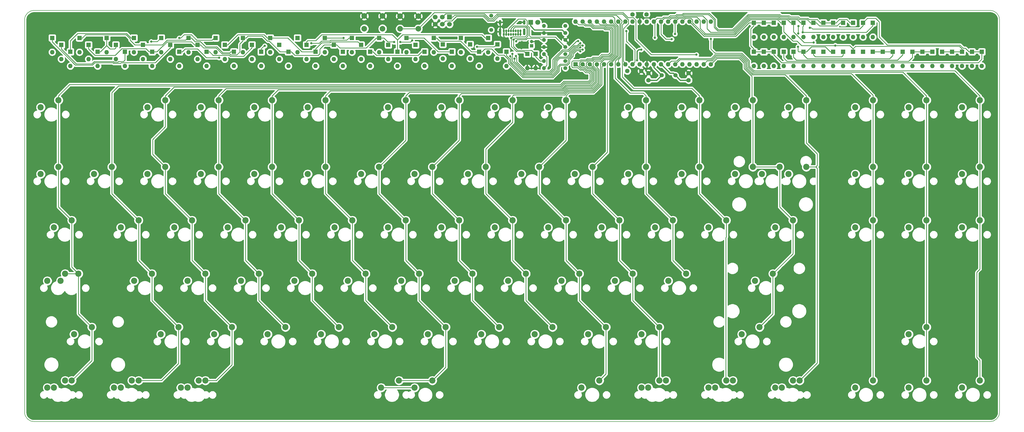
<source format=gbr>
G04 #@! TF.GenerationSoftware,KiCad,Pcbnew,(5.1.4)-1*
G04 #@! TF.CreationDate,2021-04-11T12:05:51+08:00*
G04 #@! TF.ProjectId,mysterium-pcb,6d797374-6572-4697-956d-2d7063622e6b,rev?*
G04 #@! TF.SameCoordinates,Original*
G04 #@! TF.FileFunction,Copper,L2,Bot*
G04 #@! TF.FilePolarity,Positive*
%FSLAX46Y46*%
G04 Gerber Fmt 4.6, Leading zero omitted, Abs format (unit mm)*
G04 Created by KiCad (PCBNEW (5.1.4)-1) date 2021-04-11 12:05:51*
%MOMM*%
%LPD*%
G04 APERTURE LIST*
%ADD10C,0.150000*%
%ADD11C,2.200000*%
%ADD12O,1.600000X1.600000*%
%ADD13R,1.600000X1.600000*%
%ADD14C,1.500000*%
%ADD15O,0.650000X1.000000*%
%ADD16O,0.900000X2.400000*%
%ADD17O,0.900000X1.700000*%
%ADD18C,2.000000*%
%ADD19C,1.400000*%
%ADD20O,1.400000X1.400000*%
%ADD21C,1.800000*%
%ADD22R,1.800000X1.800000*%
%ADD23R,1.700000X1.700000*%
%ADD24C,1.700000*%
%ADD25C,1.600000*%
%ADD26R,1.200000X1.200000*%
%ADD27C,1.200000*%
%ADD28C,0.800000*%
%ADD29C,0.400000*%
%ADD30C,0.250000*%
%ADD31C,0.254000*%
G04 APERTURE END LIST*
D10*
X384809999Y-198619941D02*
G75*
G02X381505940Y-201930000I-3307059J-3000D01*
G01*
X381499941Y-55313501D02*
G75*
G02X384810000Y-58617560I3000J-3307059D01*
G01*
X37147501Y-58623559D02*
G75*
G02X40451560Y-55313500I3307059J3000D01*
G01*
X40457559Y-201929999D02*
G75*
G02X37147500Y-198625940I-3000J3307059D01*
G01*
X384810000Y-58617560D02*
X384809999Y-198619941D01*
X381505940Y-201930000D02*
X40457559Y-201929999D01*
X37147500Y-198625940D02*
X37147501Y-58623559D01*
X40451560Y-55313500D02*
X381499941Y-55313500D01*
D11*
X339725000Y-87312500D03*
X333375000Y-89852500D03*
X315912500Y-111125000D03*
X309562500Y-113665000D03*
X296862500Y-111125000D03*
X290512500Y-113665000D03*
D12*
X336102912Y-75134948D03*
D13*
X336102912Y-70054948D03*
D11*
X299243750Y-168281350D03*
X292893750Y-170821350D03*
X297656250Y-151765000D03*
X304006250Y-149225000D03*
D12*
X311365410Y-75134948D03*
D13*
X311365410Y-70054948D03*
D12*
X72896866Y-75134948D03*
D13*
X72896866Y-70054948D03*
D12*
X108530629Y-72654655D03*
D13*
X108530629Y-67574655D03*
D12*
X321967188Y-75134948D03*
D13*
X321967188Y-70054948D03*
D12*
X346704690Y-75134948D03*
D13*
X346704690Y-70054948D03*
D12*
X343170764Y-75134948D03*
D13*
X343170764Y-70054948D03*
D12*
X339636818Y-64760499D03*
D13*
X339636818Y-59680499D03*
D12*
X339636838Y-75134948D03*
D13*
X339636838Y-70054948D03*
D12*
X325501114Y-75134948D03*
D13*
X325501114Y-70054948D03*
D12*
X314899336Y-75134948D03*
D13*
X314899336Y-70054948D03*
D12*
X314899336Y-64760499D03*
D13*
X314899336Y-59680499D03*
D12*
X150643258Y-75134948D03*
D13*
X150643258Y-70054948D03*
D12*
X69657433Y-72654655D03*
D13*
X69657433Y-67574655D03*
D12*
X66418000Y-70174362D03*
D13*
X66418000Y-65094362D03*
D12*
X63178567Y-75134948D03*
D13*
X63178567Y-70054948D03*
D12*
X350238616Y-75134948D03*
D13*
X350238616Y-70054948D03*
D12*
X329035040Y-64760499D03*
D13*
X329035040Y-59680499D03*
D12*
X318433262Y-64760499D03*
D13*
X318433262Y-59680499D03*
D12*
X199234783Y-75134948D03*
D13*
X199234783Y-70054948D03*
D12*
X183037588Y-70174362D03*
D13*
X183037588Y-65094362D03*
D12*
X163600990Y-70174362D03*
D13*
X163600990Y-65094362D03*
D12*
X147403825Y-72654655D03*
D13*
X147403825Y-67574655D03*
D12*
X131206660Y-75134948D03*
D13*
X131206660Y-70054948D03*
D12*
X115009495Y-70174362D03*
D13*
X115009495Y-65094362D03*
D12*
X98812330Y-72654655D03*
D13*
X98812330Y-67574655D03*
D12*
X82615165Y-75134948D03*
D13*
X82615165Y-70054948D03*
D12*
X59939134Y-72654655D03*
D13*
X59939134Y-67574655D03*
D12*
X329035040Y-75134948D03*
D13*
X329035040Y-70054948D03*
D12*
X318433262Y-75134948D03*
D13*
X318433262Y-70054948D03*
D12*
X311365410Y-64760499D03*
D13*
X311365410Y-59680499D03*
D12*
X208953100Y-75134948D03*
D13*
X208953100Y-70054948D03*
D12*
X195995344Y-72453500D03*
D13*
X195995344Y-67373500D03*
D12*
X179798155Y-75134948D03*
D13*
X179798155Y-70054948D03*
D12*
X160361557Y-75134948D03*
D13*
X160361557Y-70054948D03*
D12*
X144164392Y-70174362D03*
D13*
X144164392Y-65094362D03*
D12*
X127967227Y-72654655D03*
D13*
X127967227Y-67574655D03*
D12*
X111770062Y-75134948D03*
D13*
X111770062Y-70054948D03*
D12*
X95572897Y-70174362D03*
D13*
X95572897Y-65094362D03*
D12*
X79375732Y-72654655D03*
D13*
X79375732Y-67574655D03*
D12*
X56699701Y-70174362D03*
D13*
X56699701Y-65094362D03*
D12*
X360840394Y-75134948D03*
D13*
X360840394Y-70054948D03*
D12*
X357306468Y-75134948D03*
D13*
X357306468Y-70054948D03*
D12*
X353772542Y-75134948D03*
D13*
X353772542Y-70054948D03*
D12*
X332568966Y-64760499D03*
D13*
X332568966Y-59680499D03*
D12*
X325501114Y-64760499D03*
D13*
X325501114Y-59680499D03*
D12*
X321967188Y-64760499D03*
D13*
X321967188Y-59680499D03*
D12*
X307831484Y-75134948D03*
D13*
X307831484Y-70054948D03*
D12*
X192755905Y-70174362D03*
D13*
X192755905Y-65094362D03*
D12*
X186277027Y-72453500D03*
D13*
X186277027Y-67373500D03*
D12*
X176558722Y-72654655D03*
D13*
X176558722Y-67574655D03*
D12*
X157122124Y-72654655D03*
D13*
X157122124Y-67574655D03*
D12*
X140924959Y-75134948D03*
D13*
X140924959Y-70054948D03*
D12*
X124727794Y-70174362D03*
D13*
X124727794Y-65094362D03*
D12*
X92333464Y-75134948D03*
D13*
X92333464Y-70054948D03*
D12*
X76136299Y-70174362D03*
D13*
X76136299Y-65094362D03*
D12*
X53460268Y-75134948D03*
D13*
X53460268Y-70054948D03*
D12*
X371442172Y-75134948D03*
D13*
X371442172Y-70054948D03*
D12*
X367908246Y-75134948D03*
D13*
X367908246Y-70054948D03*
D12*
X364374320Y-75134948D03*
D13*
X364374320Y-70054948D03*
D12*
X332568966Y-75134948D03*
D13*
X332568966Y-70054948D03*
D12*
X307831484Y-64760499D03*
D13*
X307831484Y-59680499D03*
D12*
X205713661Y-72453500D03*
D13*
X205713661Y-67373500D03*
D12*
X189516466Y-75134948D03*
D13*
X189516466Y-70054948D03*
D12*
X173319289Y-70174362D03*
D13*
X173319289Y-65094362D03*
D12*
X166840423Y-72654655D03*
D13*
X166840423Y-67574655D03*
D12*
X153882691Y-70174362D03*
D13*
X153882691Y-65094362D03*
D12*
X134446093Y-70174362D03*
D13*
X134446093Y-65094362D03*
D12*
X118248928Y-72654655D03*
D13*
X118248928Y-67574655D03*
D12*
X102051763Y-75134948D03*
D13*
X102051763Y-70054948D03*
D12*
X85854598Y-70174362D03*
D13*
X85854598Y-65094362D03*
D12*
X50220835Y-72654655D03*
D13*
X50220835Y-67574655D03*
D12*
X378510044Y-75134948D03*
D13*
X378510044Y-70054948D03*
D12*
X374976098Y-75134948D03*
D13*
X374976098Y-70054948D03*
D12*
X336102892Y-64760499D03*
D13*
X336102892Y-59680499D03*
D12*
X297229706Y-64760499D03*
D13*
X297229706Y-59680499D03*
D12*
X297229706Y-75134948D03*
D13*
X297229706Y-70054948D03*
D12*
X300763632Y-64760499D03*
D13*
X300763632Y-59680499D03*
D12*
X300763632Y-75134948D03*
D13*
X300763632Y-70054948D03*
D12*
X304297558Y-64760499D03*
D13*
X304297558Y-59680499D03*
D12*
X304297558Y-75134948D03*
D13*
X304297558Y-70054948D03*
D12*
X202474222Y-70174362D03*
D13*
X202474222Y-65094362D03*
D12*
X170079856Y-75134948D03*
D13*
X170079856Y-70054948D03*
D12*
X137685526Y-72654655D03*
D13*
X137685526Y-67574655D03*
D12*
X121488361Y-75134948D03*
D13*
X121488361Y-70054948D03*
D12*
X105291196Y-70174362D03*
D13*
X105291196Y-65094362D03*
D12*
X89094031Y-72654655D03*
D13*
X89094031Y-67574655D03*
D12*
X46981402Y-70174362D03*
D13*
X46981402Y-65094362D03*
D11*
X244475000Y-168275000D03*
X238125000Y-170815000D03*
X258762500Y-111125000D03*
X252412500Y-113665000D03*
D14*
X269227300Y-78447900D03*
X264347300Y-78447900D03*
D15*
X212291251Y-63897700D03*
X213991251Y-63897700D03*
X213141251Y-63897700D03*
X211441251Y-63897700D03*
X210591251Y-63897700D03*
X209741251Y-63897700D03*
X208891251Y-63897700D03*
X208041251Y-63897700D03*
X213991251Y-62572700D03*
X213136251Y-62572700D03*
X212286251Y-62572700D03*
X211436251Y-62572700D03*
X210586251Y-62572700D03*
X209736251Y-62572700D03*
X208886251Y-62572700D03*
X208036251Y-62572700D03*
D16*
X215341251Y-62917700D03*
X206691251Y-62917700D03*
D17*
X215341251Y-59537700D03*
X206691251Y-59537700D03*
D13*
X233616500Y-74485500D03*
D12*
X281876500Y-59245500D03*
X236156500Y-74485500D03*
X279336500Y-59245500D03*
X238696500Y-74485500D03*
X276796500Y-59245500D03*
X241236500Y-74485500D03*
X274256500Y-59245500D03*
X243776500Y-74485500D03*
X271716500Y-59245500D03*
X246316500Y-74485500D03*
X269176500Y-59245500D03*
X248856500Y-74485500D03*
X266636500Y-59245500D03*
X251396500Y-74485500D03*
X264096500Y-59245500D03*
X253936500Y-74485500D03*
X261556500Y-59245500D03*
X256476500Y-74485500D03*
X259016500Y-59245500D03*
X259016500Y-74485500D03*
X256476500Y-59245500D03*
X261556500Y-74485500D03*
X253936500Y-59245500D03*
X264096500Y-74485500D03*
X251396500Y-59245500D03*
X266636500Y-74485500D03*
X248856500Y-59245500D03*
X269176500Y-74485500D03*
X246316500Y-59245500D03*
X271716500Y-74485500D03*
X243776500Y-59245500D03*
X274256500Y-74485500D03*
X241236500Y-59245500D03*
X276796500Y-74485500D03*
X238696500Y-59245500D03*
X279336500Y-74485500D03*
X236156500Y-59245500D03*
X281876500Y-74485500D03*
X233616500Y-59245500D03*
D11*
X377825000Y-187325000D03*
X371475000Y-189865000D03*
X358775000Y-187325000D03*
X352425000Y-189865000D03*
X339725000Y-187325000D03*
X333375000Y-189865000D03*
X313531250Y-187325000D03*
X307181250Y-189865000D03*
X304800000Y-189865000D03*
X311150000Y-187325000D03*
X287337500Y-187325000D03*
X280987500Y-189865000D03*
X289718750Y-187325000D03*
X283368750Y-189865000D03*
X265906250Y-187325000D03*
X259556250Y-189865000D03*
X257175000Y-189865000D03*
X263525000Y-187325000D03*
X242093750Y-187325000D03*
X235743750Y-189865000D03*
X182562500Y-187325000D03*
X176212500Y-189865000D03*
X170656250Y-187325000D03*
X164306250Y-189865000D03*
X92868750Y-189865000D03*
X99218750Y-187325000D03*
X95250000Y-189865000D03*
X101600000Y-187325000D03*
X77787500Y-187325000D03*
X71437500Y-189865000D03*
X75406250Y-187325000D03*
X69056250Y-189865000D03*
X51593750Y-187325000D03*
X45243750Y-189865000D03*
X47625000Y-189865000D03*
X53975000Y-187325000D03*
X358775000Y-168275000D03*
X352425000Y-170815000D03*
X263525000Y-168275000D03*
X257175000Y-170815000D03*
X225425000Y-168275000D03*
X219075000Y-170815000D03*
X206375000Y-168275000D03*
X200025000Y-170815000D03*
X187325000Y-168275000D03*
X180975000Y-170815000D03*
X168275000Y-168275000D03*
X161925000Y-170815000D03*
X149225000Y-168275000D03*
X142875000Y-170815000D03*
X130175000Y-168275000D03*
X123825000Y-170815000D03*
X111125000Y-168275000D03*
X104775000Y-170815000D03*
X92075000Y-168275000D03*
X85725000Y-170815000D03*
X54768750Y-170815000D03*
X61118750Y-168275000D03*
X273050000Y-149225000D03*
X266700000Y-151765000D03*
X254000000Y-149225000D03*
X247650000Y-151765000D03*
X234950000Y-149225000D03*
X228600000Y-151765000D03*
X215900000Y-149225000D03*
X209550000Y-151765000D03*
X196850000Y-149225000D03*
X190500000Y-151765000D03*
X177800000Y-149225000D03*
X171450000Y-151765000D03*
X158750000Y-149225000D03*
X152400000Y-151765000D03*
X139700000Y-149225000D03*
X133350000Y-151765000D03*
X120650000Y-149225000D03*
X114300000Y-151765000D03*
X101600000Y-149225000D03*
X95250000Y-151765000D03*
X82550000Y-149225000D03*
X76200000Y-151765000D03*
X51593750Y-149225000D03*
X45243750Y-151765000D03*
X56356250Y-149225000D03*
X50006250Y-151765000D03*
X377825000Y-130175000D03*
X371475000Y-132715000D03*
X358775000Y-130175000D03*
X352425000Y-132715000D03*
X339725000Y-130175000D03*
X333375000Y-132715000D03*
X304800000Y-132715000D03*
X311150000Y-130175000D03*
X287337500Y-130175000D03*
X280987500Y-132715000D03*
X268287500Y-130175000D03*
X261937500Y-132715000D03*
X249237500Y-130175000D03*
X242887500Y-132715000D03*
X230187500Y-130175000D03*
X223837500Y-132715000D03*
X211137500Y-130175000D03*
X204787500Y-132715000D03*
X192087500Y-130175000D03*
X185737500Y-132715000D03*
X173037500Y-130175000D03*
X166687500Y-132715000D03*
X153987500Y-130175000D03*
X147637500Y-132715000D03*
X134937500Y-130175000D03*
X128587500Y-132715000D03*
X115887500Y-130175000D03*
X109537500Y-132715000D03*
X96837500Y-130175000D03*
X90487500Y-132715000D03*
X77787500Y-130175000D03*
X71437500Y-132715000D03*
X47625000Y-132715000D03*
X53975000Y-130175000D03*
X377825000Y-111125000D03*
X371475000Y-113665000D03*
X358775000Y-111125000D03*
X352425000Y-113665000D03*
X339725000Y-111125000D03*
X333375000Y-113665000D03*
X306387500Y-111125000D03*
X300037500Y-113665000D03*
X277812500Y-111125000D03*
X271462500Y-113665000D03*
X239712500Y-111125000D03*
X233362500Y-113665000D03*
X220662500Y-111125000D03*
X214312500Y-113665000D03*
X201612500Y-111125000D03*
X195262500Y-113665000D03*
X182562500Y-111125000D03*
X176212500Y-113665000D03*
X163512500Y-111125000D03*
X157162500Y-113665000D03*
X144462500Y-111125000D03*
X138112500Y-113665000D03*
X125412500Y-111125000D03*
X119062500Y-113665000D03*
X106362500Y-111125000D03*
X100012500Y-113665000D03*
X87312500Y-111125000D03*
X80962500Y-113665000D03*
X68262500Y-111125000D03*
X61912500Y-113665000D03*
X49212500Y-111125000D03*
X42862500Y-113665000D03*
X377825000Y-87312500D03*
X371475000Y-89852500D03*
X358775000Y-87312500D03*
X352425000Y-89852500D03*
X315912500Y-87312500D03*
X309562500Y-89852500D03*
X296862500Y-87312500D03*
X290512500Y-89852500D03*
X277812500Y-87312500D03*
X271462500Y-89852500D03*
X258762500Y-87312500D03*
X252412500Y-89852500D03*
X230187500Y-87312500D03*
X223837500Y-89852500D03*
X211137500Y-87312500D03*
X204787500Y-89852500D03*
X192087500Y-87312500D03*
X185737500Y-89852500D03*
X173037500Y-87312500D03*
X166687500Y-89852500D03*
X144462500Y-87312500D03*
X138112500Y-89852500D03*
X125412500Y-87312500D03*
X119062500Y-89852500D03*
X106362500Y-87312500D03*
X100012500Y-89852500D03*
X87312500Y-87312500D03*
X80962500Y-89852500D03*
X49212500Y-87312500D03*
X42862500Y-89852500D03*
D18*
X164784597Y-57289700D03*
X164784597Y-61789700D03*
X158284597Y-57289700D03*
X158284597Y-61789700D03*
D19*
X229984300Y-60820300D03*
D20*
X222364300Y-60820300D03*
D19*
X229984300Y-63331263D03*
D20*
X222364300Y-63331263D03*
D19*
X229984300Y-75886078D03*
D20*
X222364300Y-75886078D03*
D19*
X229984300Y-73375115D03*
D20*
X222364300Y-73375115D03*
D19*
X229984300Y-70864152D03*
D20*
X222364300Y-70864152D03*
D19*
X229984300Y-68353189D03*
D20*
X222364300Y-68353189D03*
D19*
X229984300Y-65842226D03*
D20*
X222364300Y-65842226D03*
D21*
X220135499Y-59524900D03*
D22*
X217595499Y-59524900D03*
D23*
X188688397Y-57696100D03*
D24*
X188688397Y-60236100D03*
X186148397Y-57696100D03*
X186148397Y-60236100D03*
X183608397Y-57696100D03*
X183608397Y-60236100D03*
D19*
X203515397Y-57178100D03*
X203515397Y-62278100D03*
D12*
X219367100Y-75882500D03*
D13*
X219367100Y-70802500D03*
D12*
X216420700Y-75882500D03*
D13*
X216420700Y-70802500D03*
D25*
X257082300Y-76923900D03*
X252082300Y-76923900D03*
X253940300Y-56756300D03*
X258940300Y-56756300D03*
D26*
X217945459Y-67911544D03*
D27*
X217945459Y-66411544D03*
D25*
X259626100Y-77700500D03*
X259626100Y-80200500D03*
X273951700Y-77700500D03*
X273951700Y-80200500D03*
D18*
X177523197Y-57315100D03*
X177523197Y-61815100D03*
X171023197Y-57315100D03*
X171023197Y-61815100D03*
D28*
X247078500Y-124320300D03*
X244005100Y-145681700D03*
X184035700Y-86677500D03*
X356505046Y-72656700D03*
X120764300Y-67652900D03*
X113652300Y-73164700D03*
X179235100Y-66484500D03*
X181825900Y-72478900D03*
X198920100Y-65468500D03*
X185102500Y-75730100D03*
X193890900Y-72301100D03*
X203669900Y-73723500D03*
X158813500Y-72682100D03*
X80581500Y-75831700D03*
X79489300Y-70472300D03*
X63131700Y-65163700D03*
X73215500Y-66687700D03*
X111975900Y-67221100D03*
X117767100Y-65468500D03*
X166611300Y-70091300D03*
X227647500Y-69532500D03*
X214490300Y-66586100D03*
X266230100Y-62395100D03*
X253276100Y-69659500D03*
X253199900Y-72326500D03*
X214312500Y-68745100D03*
X230289100Y-78371700D03*
X186728100Y-65163700D03*
X198259700Y-59550300D03*
X138315700Y-64935100D03*
X298970700Y-62242700D03*
X340855300Y-62090300D03*
X253580900Y-62547500D03*
X257060700Y-56375300D03*
X261658100Y-56476900D03*
X379492046Y-72402700D03*
X293763700Y-63182500D03*
X275399500Y-62826900D03*
X126631700Y-70700900D03*
X153835100Y-74053700D03*
X165036500Y-66687700D03*
X159016700Y-65316100D03*
X291706300Y-57518300D03*
X276745700Y-71081900D03*
X257035300Y-69303900D03*
X255562100Y-73063100D03*
X210654900Y-65138300D03*
X211506910Y-65712784D03*
X251701300Y-62674500D03*
X212407500Y-66306700D03*
X122796300Y-67957700D03*
X92265500Y-65163700D03*
X235281549Y-68429223D03*
X317157100Y-61455300D03*
X210299300Y-71640700D03*
X326224900Y-67805300D03*
X82283300Y-66433700D03*
X198488300Y-68287900D03*
X236135755Y-67867331D03*
X139382500Y-66967100D03*
X211061300Y-70802500D03*
X106489500Y-72174100D03*
X211888283Y-72466852D03*
X235302560Y-66979211D03*
X261912100Y-65011300D03*
X150863300Y-65112900D03*
X236108519Y-69317710D03*
X269100300Y-63690500D03*
X318528700Y-66713100D03*
X267931900Y-65570100D03*
X235273468Y-69901910D03*
X168922700Y-66586100D03*
X171157900Y-66586100D03*
X175348900Y-65976500D03*
X313067700Y-63538100D03*
X313143900Y-60921900D03*
X312940700Y-68287900D03*
X212390157Y-71601898D03*
X234565373Y-66254201D03*
X314642500Y-63131700D03*
X281876500Y-65493900D03*
D29*
X213991251Y-62572700D02*
X213991251Y-63897700D01*
X208036251Y-63892700D02*
X208041251Y-63897700D01*
X208036251Y-62572700D02*
X208036251Y-63892700D01*
X219367100Y-75882500D02*
X216420700Y-75882500D01*
X218793987Y-66411544D02*
X217945459Y-66411544D01*
X219432706Y-66411544D02*
X218793987Y-66411544D01*
X221374351Y-68353189D02*
X219432706Y-66411544D01*
X222364300Y-68353189D02*
X221374351Y-68353189D01*
X230002426Y-65824100D02*
X229984300Y-65842226D01*
X229284301Y-65142227D02*
X229284301Y-65124101D01*
X229984300Y-65842226D02*
X229284301Y-65142227D01*
X227491463Y-63331263D02*
X222364300Y-63331263D01*
X229284301Y-65124101D02*
X227491463Y-63331263D01*
X260178699Y-57956301D02*
X261658100Y-56476900D01*
X258076016Y-57956301D02*
X260178699Y-57956301D01*
X257060700Y-56375300D02*
X257060700Y-56940985D01*
X257060700Y-56940985D02*
X258076016Y-57956301D01*
D30*
X276745700Y-71081900D02*
X260591300Y-71081900D01*
X260591300Y-71081900D02*
X255155700Y-65646300D01*
X255155700Y-65646300D02*
X255155700Y-58799698D01*
X255155700Y-58799698D02*
X254237303Y-57881301D01*
X254237303Y-57881301D02*
X252333714Y-57881301D01*
X252333714Y-57881301D02*
X252333714Y-57871314D01*
X172437410Y-61815100D02*
X177523197Y-61815100D01*
X171023197Y-61815100D02*
X172437410Y-61815100D01*
X177523197Y-61815100D02*
X183267797Y-56070500D01*
X250532900Y-56070500D02*
X250672600Y-56210200D01*
X183267797Y-56070500D02*
X250532900Y-56070500D01*
X252333714Y-57871314D02*
X250672600Y-56210200D01*
X250672600Y-56210200D02*
X250558300Y-56095900D01*
D29*
X264325100Y-74714100D02*
X264096500Y-74485500D01*
X264896499Y-75285499D02*
X264096500Y-74485500D01*
X267308901Y-77697901D02*
X264896499Y-75285499D01*
X268477301Y-77697901D02*
X267308901Y-77697901D01*
X269227300Y-78447900D02*
X268477301Y-77697901D01*
X270979900Y-80200500D02*
X273951700Y-80200500D01*
X269227300Y-78447900D02*
X270979900Y-80200500D01*
X261556500Y-75657100D02*
X261556500Y-74485500D01*
X264347300Y-78447900D02*
X261556500Y-75657100D01*
X262594700Y-80200500D02*
X264347300Y-78447900D01*
X259626100Y-80200500D02*
X262594700Y-80200500D01*
X256146300Y-69303900D02*
X257035300Y-69303900D01*
X255562100Y-73063100D02*
X255562100Y-69888100D01*
X255562100Y-69888100D02*
X256146300Y-69303900D01*
D30*
X174656866Y-189865000D02*
X164306250Y-189865000D01*
X176212500Y-189865000D02*
X174656866Y-189865000D01*
X210781900Y-65265300D02*
X210654900Y-65138300D01*
X210781900Y-68135500D02*
X210781900Y-65265300D01*
X212636100Y-69989700D02*
X210781900Y-68135500D01*
X215328500Y-69989700D02*
X212636100Y-69989700D01*
X216420700Y-70802500D02*
X216141300Y-70802500D01*
X216141300Y-70802500D02*
X215328500Y-69989700D01*
X211436251Y-61822700D02*
X212006851Y-61252100D01*
X212006851Y-61252100D02*
X215732078Y-61252100D01*
X215732078Y-61252100D02*
X216242900Y-61762922D01*
X216242900Y-61762922D02*
X216242900Y-64096900D01*
X215601499Y-64738301D02*
X211054899Y-64738301D01*
X216242900Y-64096900D02*
X215601499Y-64738301D01*
X211436251Y-62572700D02*
X211436251Y-61822700D01*
X211054899Y-64738301D02*
X210654900Y-65138300D01*
X223064299Y-71564151D02*
X222364300Y-70864152D01*
X223389301Y-71889153D02*
X223064299Y-71564151D01*
X223389301Y-74861077D02*
X223389301Y-71889153D01*
X222364300Y-75886078D02*
X223389301Y-74861077D01*
X215709500Y-65290700D02*
X211928994Y-65290700D01*
X210586251Y-62572700D02*
X210586251Y-61822700D01*
X211906909Y-65312785D02*
X211506910Y-65712784D01*
X216700100Y-64300100D02*
X215709500Y-65290700D01*
X215911290Y-60794900D02*
X216700100Y-61583710D01*
X211928994Y-65290700D02*
X211906909Y-65312785D01*
X216700100Y-61583710D02*
X216700100Y-64300100D01*
X211614051Y-60794900D02*
X215911290Y-60794900D01*
X210586251Y-61822700D02*
X211614051Y-60794900D01*
X221374351Y-73375115D02*
X222364300Y-73375115D01*
X220889715Y-73375115D02*
X221374351Y-73375115D01*
X219367100Y-71852500D02*
X220889715Y-73375115D01*
X219367100Y-70802500D02*
X219367100Y-71852500D01*
X211506910Y-66278469D02*
X211506910Y-65712784D01*
X211506910Y-68200110D02*
X211506910Y-66278469D01*
X212839300Y-69532500D02*
X211506910Y-68200110D01*
X217970100Y-69532500D02*
X212839300Y-69532500D01*
X219240100Y-70802500D02*
X217970100Y-69532500D01*
X219367100Y-70802500D02*
X219240100Y-70802500D01*
D29*
X213136251Y-63892700D02*
X213141251Y-63897700D01*
X213136251Y-62572700D02*
X213136251Y-63892700D01*
X208886251Y-63892700D02*
X208891251Y-63897700D01*
X208886251Y-62572700D02*
X208886251Y-63892700D01*
D30*
X189788397Y-57696100D02*
X188688397Y-57696100D01*
X190499597Y-56984900D02*
X189788397Y-57696100D01*
X204193798Y-58653112D02*
X202594912Y-58653112D01*
X248856500Y-74485500D02*
X248856500Y-74460100D01*
X202594912Y-58653112D02*
X200926700Y-56984900D01*
X205843799Y-57003111D02*
X204193798Y-58653112D01*
X248212900Y-57003111D02*
X205843799Y-57003111D01*
X249796300Y-59970702D02*
X250151900Y-59615102D01*
X200926700Y-56984900D02*
X190499597Y-56984900D01*
X250151900Y-59615102D02*
X250151900Y-58942111D01*
X250151900Y-58942111D02*
X248212900Y-57003111D01*
X249796300Y-71894700D02*
X249796300Y-71361300D01*
X249796300Y-70827900D02*
X249796300Y-71894700D01*
X249796300Y-71361300D02*
X249796300Y-70827900D01*
X249796300Y-70827900D02*
X249796300Y-59970702D01*
X249796300Y-71894700D02*
X248856500Y-72834500D01*
X248856500Y-72834500D02*
X248856500Y-74485500D01*
X187323398Y-56521099D02*
X186148397Y-57696100D01*
X201123299Y-56521099D02*
X187323398Y-56521099D01*
X202805301Y-58203101D02*
X201123299Y-56521099D01*
X204007398Y-58203101D02*
X202805301Y-58203101D01*
X205657399Y-56553100D02*
X204007398Y-58203101D01*
X251396500Y-74485500D02*
X251396500Y-74206100D01*
X251396500Y-74206100D02*
X250710700Y-73520300D01*
X250710700Y-73520300D02*
X250710700Y-61785500D01*
X250710700Y-61785500D02*
X252521501Y-59974699D01*
X250369102Y-56553100D02*
X205657399Y-56553100D01*
X252521501Y-59974699D02*
X252521501Y-58705499D01*
X252521501Y-58705499D02*
X250369102Y-56553100D01*
X246316500Y-74485500D02*
X246443500Y-74485500D01*
X247586500Y-58102500D02*
X247586500Y-59651900D01*
X246937122Y-57453122D02*
X247586500Y-58102500D01*
X206125498Y-57453122D02*
X246937122Y-57453122D01*
X204475497Y-59103123D02*
X206125498Y-57453122D01*
X187323398Y-59061099D02*
X189528701Y-59061099D01*
X186148397Y-60236100D02*
X187323398Y-59061099D01*
X189528701Y-59061099D02*
X191147700Y-57442100D01*
X200723500Y-57442100D02*
X202384523Y-59103123D01*
X191147700Y-57442100D02*
X200723500Y-57442100D01*
X202384523Y-59103123D02*
X204475497Y-59103123D01*
X247586500Y-59651900D02*
X248450100Y-60515500D01*
X248450100Y-60515500D02*
X248602500Y-60667900D01*
X246316500Y-74053700D02*
X246316500Y-74485500D01*
X248881900Y-71488300D02*
X246316500Y-74053700D01*
X248450100Y-60515500D02*
X248881900Y-60947300D01*
X248881900Y-60947300D02*
X248881900Y-71488300D01*
X254736499Y-73685501D02*
X254736499Y-69316499D01*
X253936500Y-74485500D02*
X254736499Y-73685501D01*
X251701300Y-66281300D02*
X251701300Y-62674500D01*
X254736499Y-69316499D02*
X251701300Y-66281300D01*
D29*
X217595499Y-60824900D02*
X217595499Y-59524900D01*
X219001861Y-62231262D02*
X217595499Y-60824900D01*
X228884299Y-62231262D02*
X219001861Y-62231262D01*
X229984300Y-63331263D02*
X228884299Y-62231262D01*
D30*
X222364300Y-65925700D02*
X222161100Y-65925700D01*
X212407500Y-66154300D02*
X212407500Y-66306700D01*
X221374351Y-65842226D02*
X220746625Y-65214500D01*
X222364300Y-65842226D02*
X221374351Y-65842226D01*
X220746625Y-65214500D02*
X216446100Y-65214500D01*
X216446100Y-65214500D02*
X215912700Y-65747900D01*
X215912700Y-65747900D02*
X212813900Y-65747900D01*
X212813900Y-65747900D02*
X212407500Y-66154300D01*
X217157300Y-61404500D02*
X217157300Y-64274700D01*
X209736251Y-62572700D02*
X209736251Y-61822700D01*
X209736251Y-61822700D02*
X213196261Y-58362690D01*
X213196261Y-58362690D02*
X215715690Y-58362690D01*
X215715690Y-58362690D02*
X216370498Y-59017498D01*
X216370498Y-59017498D02*
X216370498Y-60617698D01*
X216370498Y-60617698D02*
X217157300Y-61404500D01*
X226388411Y-64757300D02*
X229984300Y-68353189D01*
X217639900Y-64757300D02*
X226388411Y-64757300D01*
X217157300Y-64274700D02*
X217639900Y-64757300D01*
X297229706Y-69004948D02*
X297229706Y-70054948D01*
X296104705Y-67879947D02*
X297229706Y-69004948D01*
X296104705Y-61855500D02*
X296104705Y-67879947D01*
X297229706Y-60730499D02*
X296104705Y-61855500D01*
X297229706Y-59680499D02*
X297229706Y-60730499D01*
X298279706Y-70054948D02*
X300763632Y-70054948D01*
X297229706Y-70054948D02*
X298279706Y-70054948D01*
X301813632Y-70054948D02*
X304297558Y-70054948D01*
X300763632Y-70054948D02*
X301813632Y-70054948D01*
X377460044Y-70054948D02*
X374976098Y-70054948D01*
X378510044Y-70054948D02*
X377460044Y-70054948D01*
X297229706Y-59680499D02*
X296179706Y-59680499D01*
X55244289Y-74783111D02*
X46981402Y-66520224D01*
X46981402Y-66520224D02*
X46981402Y-65094362D01*
X61311500Y-74783111D02*
X55244289Y-74783111D01*
X62142510Y-73952100D02*
X61311500Y-74783111D01*
X68653466Y-73952100D02*
X62142510Y-73952100D01*
X89094031Y-67574655D02*
X89094031Y-68624655D01*
X89094031Y-68624655D02*
X83766586Y-73952100D01*
X71615300Y-73952100D02*
X71337733Y-74229667D01*
X71337733Y-74229667D02*
X68931032Y-74229667D01*
X83766586Y-73952100D02*
X71615300Y-73952100D01*
X68931032Y-74229667D02*
X68653466Y-73952100D01*
X122535609Y-67957700D02*
X122796300Y-67957700D01*
X121488361Y-70054948D02*
X121488361Y-69004948D01*
X121488361Y-69004948D02*
X122535609Y-67957700D01*
X104780838Y-65094362D02*
X105291196Y-65094362D01*
X92831185Y-65163700D02*
X94050385Y-63944500D01*
X92265500Y-65163700D02*
X92831185Y-65163700D01*
X94050385Y-63944500D02*
X96608037Y-63944500D01*
X96608037Y-63944500D02*
X98513037Y-65849500D01*
X98513037Y-65849500D02*
X104025700Y-65849500D01*
X104025700Y-65849500D02*
X104780838Y-65094362D01*
X170079856Y-66368744D02*
X170079856Y-65784544D01*
X170079856Y-66368744D02*
X170079856Y-70054948D01*
X170079856Y-65784544D02*
X171945300Y-63919100D01*
X201424222Y-65094362D02*
X202474222Y-65094362D01*
X200248960Y-63919100D02*
X201424222Y-65094362D01*
X171945300Y-63919100D02*
X200248960Y-63919100D01*
X137685526Y-66524655D02*
X137685526Y-67574655D01*
X138122291Y-66087891D02*
X137685526Y-66524655D01*
X140985861Y-66087891D02*
X138122291Y-66087891D01*
X143104391Y-63969361D02*
X140985861Y-66087891D01*
X168236361Y-63969361D02*
X143104391Y-63969361D01*
X170079856Y-65812856D02*
X168236361Y-63969361D01*
X170079856Y-66368744D02*
X170079856Y-65812856D01*
X298279706Y-59680499D02*
X300763632Y-59680499D01*
X297229706Y-59680499D02*
X298279706Y-59680499D01*
X300763632Y-59680499D02*
X304297558Y-59680499D01*
X336102892Y-60730499D02*
X336102892Y-59680499D01*
X334946291Y-61887100D02*
X336102892Y-60730499D01*
X318154585Y-61887100D02*
X334946291Y-61887100D01*
X317722785Y-61455300D02*
X318154585Y-61887100D01*
X317157100Y-61455300D02*
X317722785Y-61455300D01*
X336102892Y-59679908D02*
X336102892Y-59680499D01*
X337680300Y-58102500D02*
X336102892Y-59679908D01*
X341871300Y-59372500D02*
X340601300Y-58102500D01*
X340601300Y-58102500D02*
X337680300Y-58102500D01*
X341871300Y-64706500D02*
X341871300Y-59372500D01*
X374976098Y-70054948D02*
X373926098Y-70054948D01*
X373926098Y-70054948D02*
X372667050Y-68795900D01*
X371872046Y-68795900D02*
X370703646Y-67627500D01*
X372667050Y-68795900D02*
X371872046Y-68795900D01*
X344792300Y-67627500D02*
X341871300Y-64706500D01*
X234937300Y-68719700D02*
X235227777Y-68429223D01*
X233514900Y-68719700D02*
X234937300Y-68719700D01*
X231838500Y-71183500D02*
X231838500Y-70396100D01*
X231838500Y-70396100D02*
X233514900Y-68719700D01*
X230671886Y-72350114D02*
X231838500Y-71183500D01*
X227954086Y-72350114D02*
X230671886Y-72350114D01*
X226885500Y-73418700D02*
X227954086Y-72350114D01*
X210299300Y-71640700D02*
X210604100Y-71945500D01*
X210604100Y-73647300D02*
X215328500Y-78371700D01*
X210604100Y-71945500D02*
X210604100Y-73647300D01*
X215328500Y-78371700D02*
X225056700Y-78371700D01*
X225056700Y-78371700D02*
X226885500Y-76542900D01*
X235227777Y-68429223D02*
X235281549Y-68429223D01*
X226885500Y-76542900D02*
X226885500Y-73418700D01*
X279514300Y-64503300D02*
X274256500Y-59245500D01*
X290664900Y-64503300D02*
X279514300Y-64503300D01*
X296179706Y-59680499D02*
X295487701Y-59680499D01*
X295487701Y-59680499D02*
X290664900Y-64503300D01*
X344868500Y-67627500D02*
X348551500Y-67627500D01*
X344792300Y-67627500D02*
X344868500Y-67627500D01*
X370703646Y-67627500D02*
X348551500Y-67627500D01*
X348551500Y-67627500D02*
X348326246Y-67627500D01*
X378510044Y-72673502D02*
X378510044Y-70054948D01*
X377282246Y-73901300D02*
X378510044Y-72673502D01*
X307093910Y-73901300D02*
X377282246Y-73901300D01*
X304297558Y-71104948D02*
X307093910Y-73901300D01*
X304297558Y-70054948D02*
X304297558Y-71104948D01*
X364374320Y-70054948D02*
X367908246Y-70054948D01*
X368958246Y-70054948D02*
X371442172Y-70054948D01*
X367908246Y-70054948D02*
X368958246Y-70054948D01*
X50220835Y-69000517D02*
X50220835Y-67574655D01*
X55553418Y-74333100D02*
X50220835Y-69000517D01*
X61125100Y-74333100D02*
X55553418Y-74333100D01*
X72896866Y-70054948D02*
X72896866Y-73026134D01*
X68832676Y-73494900D02*
X61963300Y-73494900D01*
X72896866Y-73026134D02*
X72435444Y-73487556D01*
X72435444Y-73487556D02*
X70642756Y-73487556D01*
X61963300Y-73494900D02*
X61125100Y-74333100D01*
X70642756Y-73487556D02*
X70350656Y-73779656D01*
X70350656Y-73779656D02*
X69117432Y-73779656D01*
X69117432Y-73779656D02*
X68832676Y-73494900D01*
X85854598Y-65094362D02*
X85807038Y-65094362D01*
X84467700Y-66433700D02*
X83985100Y-66433700D01*
X85807038Y-65094362D02*
X84467700Y-66433700D01*
X82283300Y-66433700D02*
X83985100Y-66433700D01*
X102051763Y-70054948D02*
X103101763Y-70054948D01*
X115243623Y-71629960D02*
X118248928Y-68624655D01*
X118248928Y-68624655D02*
X118248928Y-67574655D01*
X110193064Y-71299363D02*
X110523661Y-71629960D01*
X110523661Y-71629960D02*
X115243623Y-71629960D01*
X104346178Y-71299363D02*
X110193064Y-71299363D01*
X103101763Y-70054948D02*
X104346178Y-71299363D01*
X188466466Y-70054948D02*
X189516466Y-70054948D01*
X184583176Y-70054948D02*
X188466466Y-70054948D01*
X179622590Y-65094362D02*
X184583176Y-70054948D01*
X173319289Y-65094362D02*
X179622590Y-65094362D01*
X199053985Y-68287900D02*
X198488300Y-68287900D01*
X204609700Y-68287900D02*
X199053985Y-68287900D01*
X205713661Y-67373500D02*
X205524100Y-67373500D01*
X205524100Y-67373500D02*
X204609700Y-68287900D01*
X145937704Y-66219363D02*
X146231367Y-65925700D01*
X142974391Y-66219363D02*
X145937704Y-66219363D01*
X142226654Y-66967100D02*
X142974391Y-66219363D01*
X139382500Y-66967100D02*
X142226654Y-66967100D01*
X152832691Y-65094362D02*
X153882691Y-65094362D01*
X152001353Y-65925700D02*
X152832691Y-65094362D01*
X146231367Y-65925700D02*
X152001353Y-65925700D01*
X307831484Y-60730499D02*
X307831484Y-59680499D01*
X307831484Y-62891575D02*
X307831484Y-60730499D01*
X311170409Y-66230500D02*
X307831484Y-62891575D01*
X312610500Y-66230500D02*
X311170409Y-66230500D01*
X314185300Y-67805300D02*
X312610500Y-66230500D01*
X326224900Y-67805300D02*
X314185300Y-67805300D01*
X332568966Y-69247166D02*
X332568966Y-68993166D01*
X332568966Y-69247166D02*
X332568966Y-70054948D01*
X331381100Y-67805300D02*
X326224900Y-67805300D01*
X332568966Y-68993166D02*
X331381100Y-67805300D01*
X205713661Y-67373500D02*
X205803500Y-67373500D01*
X235972637Y-67704213D02*
X236135755Y-67867331D01*
X234405310Y-68262500D02*
X234963597Y-67704213D01*
X233311700Y-68262500D02*
X234405310Y-68262500D01*
X231381300Y-70192900D02*
X233311700Y-68262500D01*
X230470754Y-71894700D02*
X231381300Y-70984154D01*
X231381300Y-70984154D02*
X231381300Y-70192900D01*
X227749100Y-71894700D02*
X230470754Y-71894700D01*
X211061300Y-70802500D02*
X211061300Y-73444100D01*
X211061300Y-73444100D02*
X215524723Y-77907523D01*
X215524723Y-77907523D02*
X224860477Y-77907523D01*
X234963597Y-67704213D02*
X235972637Y-67704213D01*
X224860477Y-77907523D02*
X226428300Y-76339700D01*
X226428300Y-76339700D02*
X226428300Y-73215500D01*
X226428300Y-73215500D02*
X227749100Y-71894700D01*
X274796501Y-58120499D02*
X272841501Y-58120499D01*
X275381501Y-59710101D02*
X275381501Y-58705499D01*
X307831484Y-59680499D02*
X306781484Y-59680499D01*
X275381501Y-58705499D02*
X274796501Y-58120499D01*
X306781484Y-59680499D02*
X305635285Y-58534300D01*
X305635285Y-58534300D02*
X295973500Y-58534300D01*
X295973500Y-58534300D02*
X290461700Y-64046100D01*
X272841501Y-58120499D02*
X271716500Y-59245500D01*
X290461700Y-64046100D02*
X279717500Y-64046100D01*
X279717500Y-64046100D02*
X275381501Y-59710101D01*
X371442172Y-69004948D02*
X371442172Y-70054948D01*
X370547324Y-68110100D02*
X371442172Y-69004948D01*
X333463814Y-68110100D02*
X370547324Y-68110100D01*
X332568966Y-69247166D02*
X332568966Y-69004948D01*
X332568966Y-69004948D02*
X333463814Y-68110100D01*
X359790394Y-70054948D02*
X357306468Y-70054948D01*
X360840394Y-70054948D02*
X359790394Y-70054948D01*
X356256468Y-70054948D02*
X353772542Y-70054948D01*
X357306468Y-70054948D02*
X356256468Y-70054948D01*
X73511287Y-63519350D02*
X75086299Y-65094362D01*
X75086299Y-65094362D02*
X76136299Y-65094362D01*
X56089711Y-63519350D02*
X73511287Y-63519350D01*
X53460268Y-66148793D02*
X56089711Y-63519350D01*
X53460268Y-70054948D02*
X53460268Y-66148793D01*
X123677794Y-65094362D02*
X124727794Y-65094362D01*
X122552793Y-63969361D02*
X123677794Y-65094362D01*
X113185923Y-63969361D02*
X122552793Y-63969361D01*
X109580629Y-67574655D02*
X113185923Y-63969361D01*
X108530629Y-67574655D02*
X109580629Y-67574655D01*
X101985913Y-72174100D02*
X106489500Y-72174100D01*
X98861174Y-69049361D02*
X101985913Y-72174100D01*
X94389051Y-69049361D02*
X98861174Y-69049361D01*
X92333464Y-70054948D02*
X93383464Y-70054948D01*
X93383464Y-70054948D02*
X94389051Y-69049361D01*
X139874959Y-70054948D02*
X140924959Y-70054948D01*
X135991681Y-70054948D02*
X139874959Y-70054948D01*
X131031095Y-65094362D02*
X135991681Y-70054948D01*
X124727794Y-65094362D02*
X131031095Y-65094362D01*
X267373100Y-57188100D02*
X269252700Y-57188100D01*
X264579100Y-58102500D02*
X265036300Y-57645300D01*
X266915900Y-57645300D02*
X267373100Y-57188100D01*
X265036300Y-57645300D02*
X266915900Y-57645300D01*
X261556500Y-59245500D02*
X262699500Y-58102500D01*
X262699500Y-58102500D02*
X264579100Y-58102500D01*
X269252700Y-57188100D02*
X269709900Y-56730900D01*
X269709900Y-56730900D02*
X271589500Y-56730900D01*
X271589500Y-56730900D02*
X272021300Y-56299100D01*
X261912100Y-59601100D02*
X261556500Y-59245500D01*
X261912100Y-65011300D02*
X261912100Y-59601100D01*
X140924959Y-69004948D02*
X140924959Y-70054948D01*
X156010054Y-66449654D02*
X146343824Y-66449654D01*
X157122124Y-67561724D02*
X156010054Y-66449654D01*
X146343824Y-66449654D02*
X145985967Y-66807511D01*
X157122124Y-67574655D02*
X157122124Y-67561724D01*
X145985967Y-66807511D02*
X143122396Y-66807511D01*
X143122396Y-66807511D02*
X140924959Y-69004948D01*
X323017188Y-59680499D02*
X325501114Y-59680499D01*
X321967188Y-59680499D02*
X323017188Y-59680499D01*
X331518966Y-59680499D02*
X332568966Y-59680499D01*
X330393965Y-58555498D02*
X331518966Y-59680499D01*
X327676115Y-58555498D02*
X330393965Y-58555498D01*
X326551114Y-59680499D02*
X327676115Y-58555498D01*
X325501114Y-59680499D02*
X326551114Y-59680499D01*
X233108500Y-67805300D02*
X234226100Y-67805300D01*
X231085599Y-69828201D02*
X233108500Y-67805300D01*
X234226100Y-67805300D02*
X235052189Y-66979211D01*
X229155199Y-69828201D02*
X231085599Y-69828201D01*
X211888283Y-72466852D02*
X211888283Y-73610683D01*
X235052189Y-66979211D02*
X235302560Y-66979211D01*
X211888283Y-73610683D02*
X215735112Y-77457512D01*
X215735112Y-77457512D02*
X224650088Y-77457512D01*
X224650088Y-77457512D02*
X225971100Y-76136500D01*
X225971100Y-76136500D02*
X225971100Y-73012300D01*
X225971100Y-73012300D02*
X229155199Y-69828201D01*
X320917188Y-59680499D02*
X319770989Y-58534300D01*
X321967188Y-59680499D02*
X320917188Y-59680499D01*
X319770989Y-58534300D02*
X316877700Y-58534300D01*
X316877700Y-58534300D02*
X316420500Y-58077100D01*
X316420500Y-58077100D02*
X313550300Y-58077100D01*
X313550300Y-58077100D02*
X313093100Y-57619900D01*
X313093100Y-57619900D02*
X310222900Y-57619900D01*
X310222900Y-57619900D02*
X309765700Y-57162700D01*
X309765700Y-57162700D02*
X306895500Y-57162700D01*
X306895500Y-57162700D02*
X306438300Y-56705500D01*
X306438300Y-56705500D02*
X295160700Y-56705500D01*
X295160700Y-56705500D02*
X289699700Y-62166500D01*
X289699700Y-62166500D02*
X284518100Y-62166500D01*
X284518100Y-62166500D02*
X283476700Y-61125100D01*
X283476700Y-61125100D02*
X283476700Y-58534300D01*
X283476700Y-58534300D02*
X281241500Y-56299100D01*
X281241500Y-56299100D02*
X272021300Y-56299100D01*
X353772542Y-72036404D02*
X353772542Y-70054948D01*
X352390246Y-73418700D02*
X353772542Y-72036404D01*
X309003700Y-73418700D02*
X352390246Y-73418700D01*
X307831484Y-70054948D02*
X307831484Y-72246484D01*
X307831484Y-72246484D02*
X309003700Y-73418700D01*
X318433262Y-71104948D02*
X319146814Y-71818500D01*
X318433262Y-70054948D02*
X318433262Y-71104948D01*
X319146814Y-71818500D02*
X328485500Y-71818500D01*
X329035040Y-71268960D02*
X329035040Y-70054948D01*
X328485500Y-71818500D02*
X329035040Y-71268960D01*
X78325732Y-67574655D02*
X79375732Y-67574655D01*
X76431590Y-67574655D02*
X78325732Y-67574655D01*
X74739500Y-65882565D02*
X76431590Y-67574655D01*
X73316561Y-63969361D02*
X74739500Y-65392300D01*
X58874702Y-63969361D02*
X73316561Y-63969361D01*
X57749701Y-65094362D02*
X58874702Y-63969361D01*
X56699701Y-65094362D02*
X57749701Y-65094362D01*
X74739500Y-65392300D02*
X74739500Y-65882565D01*
X95572897Y-65094362D02*
X95306638Y-65094362D01*
X94500700Y-65900300D02*
X93814900Y-65900300D01*
X95306638Y-65094362D02*
X94500700Y-65900300D01*
X93814900Y-65900300D02*
X94221300Y-65900300D01*
X96622897Y-65094362D02*
X97911435Y-66382900D01*
X95572897Y-65094362D02*
X96622897Y-65094362D01*
X99805577Y-66382900D02*
X101659777Y-68237100D01*
X97911435Y-66382900D02*
X99805577Y-66382900D01*
X101659777Y-68237100D02*
X105651300Y-68237100D01*
X105651300Y-68237100D02*
X107784900Y-70370700D01*
X107784900Y-70370700D02*
X110375700Y-70370700D01*
X110691452Y-70054948D02*
X111770062Y-70054948D01*
X110375700Y-70370700D02*
X110691452Y-70054948D01*
X91827498Y-65900300D02*
X91841299Y-65914101D01*
X86272618Y-67574655D02*
X87946973Y-65900300D01*
X87946973Y-65900300D02*
X91827498Y-65900300D01*
X91841299Y-65914101D02*
X93801099Y-65914101D01*
X93801099Y-65914101D02*
X93814900Y-65900300D01*
X79375732Y-67574655D02*
X86272618Y-67574655D01*
X144164392Y-65094362D02*
X150844762Y-65094362D01*
X150844762Y-65094362D02*
X150863300Y-65112900D01*
X178748155Y-70054948D02*
X179798155Y-70054948D01*
X177503740Y-71299363D02*
X178748155Y-70054948D01*
X162655972Y-71299363D02*
X177503740Y-71299363D01*
X161411557Y-70054948D02*
X162655972Y-71299363D01*
X160361557Y-70054948D02*
X161411557Y-70054948D01*
X269100300Y-59321700D02*
X269176500Y-59245500D01*
X269100300Y-63690500D02*
X269100300Y-59321700D01*
X235945034Y-69154225D02*
X236108519Y-69317710D01*
X311365410Y-62953410D02*
X311365410Y-59680499D01*
X318528700Y-66713100D02*
X315125100Y-66713100D01*
X315125100Y-66713100D02*
X311365410Y-62953410D01*
X232295700Y-71386700D02*
X232295700Y-70599300D01*
X235967709Y-69176900D02*
X236108519Y-69317710D01*
X231025700Y-72656700D02*
X232295700Y-71386700D01*
X231025700Y-73850717D02*
X231025700Y-72656700D01*
X230467117Y-74409300D02*
X231025700Y-73850717D01*
X232295700Y-70599300D02*
X233718100Y-69176900D01*
X227342700Y-76746100D02*
X227342700Y-75171300D01*
X227342700Y-75171300D02*
X228104700Y-74409300D01*
X208953100Y-70054948D02*
X208953100Y-71386700D01*
X210146900Y-72580500D02*
X210146900Y-73850500D01*
X210146900Y-73850500D02*
X215118110Y-78821710D01*
X233718100Y-69176900D02*
X235967709Y-69176900D01*
X215118110Y-78821710D02*
X225267090Y-78821710D01*
X228104700Y-74409300D02*
X230467117Y-74409300D01*
X208953100Y-71386700D02*
X210146900Y-72580500D01*
X225267090Y-78821710D02*
X227342700Y-76746100D01*
X270319500Y-58102500D02*
X269176500Y-59245500D01*
X272631112Y-57670488D02*
X272199100Y-58102500D01*
X278041100Y-58825098D02*
X276886490Y-57670488D01*
X272199100Y-58102500D02*
X270319500Y-58102500D01*
X278041100Y-61683900D02*
X278041100Y-58825098D01*
X279920700Y-63563500D02*
X278041100Y-61683900D01*
X311365410Y-59680499D02*
X310315410Y-59680499D01*
X290283900Y-63563500D02*
X279920700Y-63563500D01*
X310315410Y-59680499D02*
X309169212Y-58534300D01*
X309169212Y-58534300D02*
X306285900Y-58534300D01*
X276886490Y-57670488D02*
X272631112Y-57670488D01*
X306285900Y-58534300D02*
X305828700Y-58077100D01*
X305828700Y-58077100D02*
X295770300Y-58077100D01*
X295770300Y-58077100D02*
X290283900Y-63563500D01*
X81565165Y-70054948D02*
X82615165Y-70054948D01*
X80440164Y-68929947D02*
X81565165Y-70054948D01*
X71836865Y-68929947D02*
X80440164Y-68929947D01*
X69467449Y-71299363D02*
X71836865Y-68929947D01*
X62237980Y-71299363D02*
X69467449Y-71299363D01*
X59939134Y-69000517D02*
X62237980Y-71299363D01*
X59939134Y-67574655D02*
X59939134Y-69000517D01*
X84378463Y-70054948D02*
X86408745Y-68024666D01*
X86459018Y-68024666D02*
X88034030Y-66449654D01*
X97762330Y-67574655D02*
X98812330Y-67574655D01*
X86408745Y-68024666D02*
X86459018Y-68024666D01*
X88034030Y-66449654D02*
X96637329Y-66449654D01*
X82615165Y-70054948D02*
X84378463Y-70054948D01*
X96637329Y-66449654D02*
X97762330Y-67574655D01*
X99862330Y-67574655D02*
X98812330Y-67574655D01*
X105453456Y-68699656D02*
X100987331Y-68699656D01*
X107590544Y-70836744D02*
X105453456Y-68699656D01*
X100987331Y-68699656D02*
X99862330Y-67574655D01*
X110366856Y-70836744D02*
X107590544Y-70836744D01*
X115009495Y-65094362D02*
X115009495Y-66144362D01*
X115009495Y-66144362D02*
X113884494Y-67269363D01*
X113884494Y-67269363D02*
X113884494Y-70125518D01*
X113884494Y-70125518D02*
X112830063Y-71179949D01*
X112830063Y-71179949D02*
X110710061Y-71179949D01*
X110710061Y-71179949D02*
X110366856Y-70836744D01*
X141865546Y-71299363D02*
X142455900Y-70709009D01*
X133501075Y-71299363D02*
X141865546Y-71299363D01*
X131206660Y-70054948D02*
X132256660Y-70054948D01*
X132256660Y-70054948D02*
X133501075Y-71299363D01*
X142455900Y-70709009D02*
X142455900Y-69100700D01*
X143981945Y-67574655D02*
X147403825Y-67574655D01*
X142455900Y-69100700D02*
X143981945Y-67574655D01*
X162550990Y-65094362D02*
X163600990Y-65094362D01*
X158945696Y-68699656D02*
X162550990Y-65094362D01*
X149578826Y-68699656D02*
X158945696Y-68699656D01*
X148453825Y-67574655D02*
X149578826Y-68699656D01*
X147403825Y-67574655D02*
X148453825Y-67574655D01*
X198184783Y-70054948D02*
X199234783Y-70054948D01*
X196491790Y-70054948D02*
X198184783Y-70054948D01*
X192656205Y-66219363D02*
X196491790Y-70054948D01*
X185212589Y-66219363D02*
X192656205Y-66219363D01*
X184087588Y-65094362D02*
X185212589Y-66219363D01*
X183037588Y-65094362D02*
X184087588Y-65094362D01*
X130156660Y-70054948D02*
X131206660Y-70054948D01*
X128262518Y-70054948D02*
X130156660Y-70054948D01*
X115009495Y-65094362D02*
X116083838Y-65094362D01*
X116083838Y-65094362D02*
X116751100Y-64427100D01*
X116751100Y-64427100D02*
X121958100Y-64427100D01*
X121958100Y-64427100D02*
X123750363Y-66219363D01*
X123750363Y-66219363D02*
X124426933Y-66219363D01*
X124426933Y-66219363D02*
X128262518Y-70054948D01*
X267931900Y-65570100D02*
X265874500Y-65570100D01*
X264096500Y-63792100D02*
X264096500Y-59245500D01*
X265874500Y-65570100D02*
X264096500Y-63792100D01*
X168786254Y-66449654D02*
X168922700Y-66586100D01*
X166595652Y-66449654D02*
X168786254Y-66449654D01*
X163600990Y-65094362D02*
X165240360Y-65094362D01*
X165240360Y-65094362D02*
X166595652Y-66449654D01*
X171157900Y-66586100D02*
X174739300Y-66586100D01*
X174739300Y-66586100D02*
X175348900Y-65976500D01*
X327985040Y-59680499D02*
X329035040Y-59680499D01*
X326860039Y-60805500D02*
X327985040Y-59680499D01*
X320608263Y-60805500D02*
X326860039Y-60805500D01*
X319483262Y-59680499D02*
X320608263Y-60805500D01*
X318433262Y-59680499D02*
X319483262Y-59680499D01*
X313067700Y-63538100D02*
X313067700Y-60998100D01*
X313067700Y-60998100D02*
X313143900Y-60921900D01*
X201290370Y-69049361D02*
X200284783Y-70054948D01*
X200284783Y-70054948D02*
X199234783Y-70054948D01*
X208114900Y-71208900D02*
X205880778Y-71208900D01*
X209689700Y-74079100D02*
X209689700Y-72783700D01*
X233921300Y-69634100D02*
X232752900Y-70802500D01*
X205880778Y-71208900D02*
X203721239Y-69049361D01*
X231475710Y-72867090D02*
X231475710Y-74037117D01*
X234962700Y-69634100D02*
X233921300Y-69634100D01*
X214896700Y-79286100D02*
X209689700Y-74079100D01*
X235230510Y-69901910D02*
X234962700Y-69634100D01*
X235273468Y-69901910D02*
X235230510Y-69901910D01*
X227799900Y-75374500D02*
X227799900Y-76949300D01*
X203721239Y-69049361D02*
X201290370Y-69049361D01*
X230653518Y-74859309D02*
X228315090Y-74859310D01*
X232752900Y-71589900D02*
X231475710Y-72867090D01*
X227799900Y-76949300D02*
X225463100Y-79286100D01*
X209689700Y-72783700D02*
X208114900Y-71208900D01*
X231475710Y-74037117D02*
X230653518Y-74859309D01*
X228315090Y-74859310D02*
X227799900Y-75374500D01*
X232752900Y-70802500D02*
X232752900Y-71589900D01*
X225463100Y-79286100D02*
X214896700Y-79286100D01*
X265239500Y-58102500D02*
X264096500Y-59245500D01*
X267569110Y-57652490D02*
X267119100Y-58102500D01*
X267119100Y-58102500D02*
X265239500Y-58102500D01*
X269448710Y-57652490D02*
X267569110Y-57652490D01*
X269913100Y-57188100D02*
X269448710Y-57652490D01*
X271792700Y-57188100D02*
X269913100Y-57188100D01*
X310019700Y-58077100D02*
X309562500Y-57619900D01*
X316239882Y-58537118D02*
X313349918Y-58537118D01*
X313349918Y-58537118D02*
X312889900Y-58077100D01*
X317383262Y-59680499D02*
X316239882Y-58537118D01*
X289902900Y-62623700D02*
X284314900Y-62623700D01*
X318433262Y-59680499D02*
X317383262Y-59680499D01*
X309562500Y-57619900D02*
X306692300Y-57619900D01*
X306235100Y-57162700D02*
X295363900Y-57162700D01*
X295363900Y-57162700D02*
X289902900Y-62623700D01*
X312889900Y-58077100D02*
X310019700Y-58077100D01*
X284314900Y-62623700D02*
X283019500Y-61328300D01*
X283019500Y-61328300D02*
X283019500Y-58723498D01*
X306692300Y-57619900D02*
X306235100Y-57162700D01*
X283019500Y-58723498D02*
X281052302Y-56756300D01*
X281052302Y-56756300D02*
X272224500Y-56756300D01*
X272224500Y-56756300D02*
X271792700Y-57188100D01*
X350238616Y-71104948D02*
X350238616Y-70054948D01*
X348382064Y-72961500D02*
X350238616Y-71104948D01*
X312331100Y-72961500D02*
X348382064Y-72961500D01*
X311365410Y-70054948D02*
X311365410Y-71995810D01*
X311365410Y-71995810D02*
X312331100Y-72961500D01*
X345654690Y-70054948D02*
X343170764Y-70054948D01*
X346704690Y-70054948D02*
X345654690Y-70054948D01*
X342120764Y-70054948D02*
X339636838Y-70054948D01*
X343170764Y-70054948D02*
X342120764Y-70054948D01*
X312940700Y-68287900D02*
X312940700Y-69786500D01*
X313209148Y-70054948D02*
X314899336Y-70054948D01*
X312940700Y-69786500D02*
X313209148Y-70054948D01*
X315949336Y-70054948D02*
X317741784Y-68262500D01*
X314899336Y-70054948D02*
X315949336Y-70054948D01*
X322658666Y-68262500D02*
X324451114Y-70054948D01*
X317741784Y-68262500D02*
X322658666Y-68262500D01*
X324451114Y-70054948D02*
X325501114Y-70054948D01*
X66418000Y-66144362D02*
X66418000Y-65094362D01*
X64228567Y-70054948D02*
X66418000Y-67865515D01*
X63178567Y-70054948D02*
X64228567Y-70054948D01*
X66418000Y-67865515D02*
X66418000Y-67109800D01*
X66418000Y-67109800D02*
X66418000Y-66144362D01*
X69657433Y-68624655D02*
X69657433Y-67574655D01*
X69257588Y-69024500D02*
X69657433Y-68624655D01*
X67576700Y-69024500D02*
X69257588Y-69024500D01*
X66418000Y-67865800D02*
X67576700Y-69024500D01*
X66418000Y-67109800D02*
X66418000Y-67865800D01*
X314899336Y-60823136D02*
X314899336Y-59680499D01*
X339636818Y-59680499D02*
X339636818Y-60730499D01*
X337235616Y-63131700D02*
X337546858Y-62820458D01*
X316852300Y-63131700D02*
X337235616Y-63131700D01*
X337546858Y-62820458D02*
X337438817Y-62928500D01*
X339636818Y-60730499D02*
X337546858Y-62820458D01*
X316979300Y-63131700D02*
X316852300Y-63131700D01*
X316852300Y-63131700D02*
X314642500Y-63131700D01*
X314642500Y-61079972D02*
X314642500Y-63131700D01*
X314899336Y-60823136D02*
X314642500Y-61079972D01*
X233999688Y-66254201D02*
X234565373Y-66254201D01*
X225513900Y-72809100D02*
X228944810Y-69378190D01*
X212390157Y-71601898D02*
X212390157Y-71928157D01*
X212390157Y-71928157D02*
X212636100Y-72174100D01*
X212636100Y-72174100D02*
X212636100Y-73698100D01*
X230875699Y-69378190D02*
X233999688Y-66254201D01*
X228944810Y-69378190D02*
X230875699Y-69378190D01*
X212636100Y-73698100D02*
X215945501Y-77007501D01*
X225513900Y-75933300D02*
X225513900Y-72809100D01*
X215945501Y-77007501D02*
X224439699Y-77007501D01*
X224439699Y-77007501D02*
X225513900Y-75933300D01*
X278969502Y-57213500D02*
X272427700Y-57213500D01*
X280555700Y-58799698D02*
X278969502Y-57213500D01*
X290106100Y-63080900D02*
X285178500Y-63080900D01*
X285178500Y-63080900D02*
X284111700Y-63080900D01*
X306031900Y-57619900D02*
X295567100Y-57619900D01*
X306489100Y-58077100D02*
X306031900Y-57619900D01*
X309359300Y-58077100D02*
X306489100Y-58077100D01*
X309816500Y-58534300D02*
X309359300Y-58077100D01*
X281800300Y-63080900D02*
X280555700Y-61836300D01*
X280555700Y-61836300D02*
X280555700Y-58799698D01*
X313849336Y-59680499D02*
X312703138Y-58534300D01*
X270116300Y-57645300D02*
X269659100Y-58102500D01*
X272427700Y-57213500D02*
X271995900Y-57645300D01*
X312703138Y-58534300D02*
X309816500Y-58534300D01*
X285178500Y-63080900D02*
X281800300Y-63080900D01*
X295567100Y-57619900D02*
X290106100Y-63080900D01*
X314899336Y-59680499D02*
X313849336Y-59680499D01*
X271995900Y-57645300D02*
X270116300Y-57645300D01*
X269659100Y-58102500D02*
X267779500Y-58102500D01*
X267779500Y-58102500D02*
X266636500Y-59245500D01*
X314899336Y-71104948D02*
X314899336Y-70054948D01*
X316273288Y-72478900D02*
X314899336Y-71104948D01*
X345659246Y-72478900D02*
X316273288Y-72478900D01*
X346704690Y-70054948D02*
X346704690Y-71433456D01*
X346704690Y-71433456D02*
X345659246Y-72478900D01*
X53149384Y-149225000D02*
X56356250Y-149225000D01*
X51593750Y-149225000D02*
X53149384Y-149225000D01*
X49212500Y-88868134D02*
X49212500Y-111125000D01*
X49212500Y-87312500D02*
X49212500Y-88868134D01*
X49212500Y-125412500D02*
X53975000Y-130175000D01*
X49212500Y-111125000D02*
X49212500Y-125412500D01*
X53975000Y-146843750D02*
X56356250Y-149225000D01*
X53975000Y-130175000D02*
X53975000Y-146843750D01*
X56356250Y-163512500D02*
X61118750Y-168275000D01*
X56356250Y-149225000D02*
X56356250Y-163512500D01*
X61118750Y-180181250D02*
X53975000Y-187325000D01*
X61118750Y-168275000D02*
X61118750Y-180181250D01*
X228257100Y-81749900D02*
X53219466Y-81749900D01*
X238798100Y-77812900D02*
X238798100Y-79946500D01*
X238239300Y-80505300D02*
X229501700Y-80505300D01*
X238442500Y-77457300D02*
X238798100Y-77812900D01*
X229501700Y-80505300D02*
X228257100Y-81749900D01*
X237197900Y-77457300D02*
X238442500Y-77457300D01*
X236308900Y-76568300D02*
X237197900Y-77457300D01*
X235267500Y-76568300D02*
X236308900Y-76568300D01*
X234378500Y-75679300D02*
X235267500Y-76568300D01*
X232625298Y-75679300D02*
X234378500Y-75679300D01*
X232295700Y-75349702D02*
X232625298Y-75679300D01*
X232295700Y-73596500D02*
X232295700Y-75349702D01*
X49212500Y-85756866D02*
X49212500Y-87312500D01*
X232651300Y-73240900D02*
X232295700Y-73596500D01*
X239890300Y-61760100D02*
X243649500Y-61760100D01*
X238975900Y-60845700D02*
X239890300Y-61760100D01*
X245852111Y-62184711D02*
X246087900Y-62420500D01*
X53219466Y-81749900D02*
X49212500Y-85756866D01*
X236639100Y-60388500D02*
X237096300Y-60845700D01*
X237324900Y-72885300D02*
X235445300Y-72885300D01*
X234759500Y-60388500D02*
X236639100Y-60388500D01*
X233616500Y-59245500D02*
X234759500Y-60388500D01*
X235089700Y-73240900D02*
X232651300Y-73240900D01*
X245402100Y-71005700D02*
X242963700Y-71005700D01*
X243649500Y-61760100D02*
X244074111Y-62184711D01*
X235445300Y-72885300D02*
X235089700Y-73240900D01*
X246087900Y-62420500D02*
X246087900Y-70319900D01*
X237756700Y-72453500D02*
X237324900Y-72885300D01*
X239356900Y-72453500D02*
X237756700Y-72453500D01*
X238798100Y-79946500D02*
X238239300Y-80505300D01*
X244074111Y-62184711D02*
X245852111Y-62184711D01*
X246087900Y-70319900D02*
X245402100Y-71005700D01*
X242963700Y-71005700D02*
X242023900Y-71945500D01*
X237096300Y-60845700D02*
X238975900Y-60845700D01*
X242023900Y-71945500D02*
X239864900Y-71945500D01*
X239864900Y-71945500D02*
X239356900Y-72453500D01*
X87312500Y-120650000D02*
X96837500Y-130175000D01*
X87312500Y-111125000D02*
X87312500Y-120650000D01*
X96837500Y-144462500D02*
X101663500Y-149288500D01*
X96837500Y-130175000D02*
X96837500Y-144462500D01*
X101600000Y-158750000D02*
X111125000Y-168275000D01*
X101600000Y-149225000D02*
X101600000Y-158750000D01*
X111125000Y-181686200D02*
X111125000Y-168275000D01*
X105486200Y-187325000D02*
X111125000Y-181686200D01*
X101600000Y-187325000D02*
X105486200Y-187325000D01*
X82791300Y-106603800D02*
X87312500Y-111125000D01*
X82791300Y-101333300D02*
X82791300Y-106603800D01*
X87312500Y-87312500D02*
X87312500Y-96812100D01*
X87312500Y-96812100D02*
X82791300Y-101333300D01*
X239179100Y-60388500D02*
X237299500Y-60388500D01*
X240093500Y-61302900D02*
X239179100Y-60388500D01*
X243852700Y-61302900D02*
X240093500Y-61302900D01*
X244284501Y-61734701D02*
X243852700Y-61302900D01*
X246545100Y-62014100D02*
X246265701Y-61734701D01*
X246545100Y-70523100D02*
X246545100Y-62014100D01*
X245605300Y-71462900D02*
X246545100Y-70523100D01*
X243166900Y-71462900D02*
X245605300Y-71462900D01*
X242227100Y-72402700D02*
X243166900Y-71462900D01*
X240068100Y-72402700D02*
X242227100Y-72402700D01*
X239560311Y-72910489D02*
X240068100Y-72402700D01*
X237960111Y-72910489D02*
X239560311Y-72910489D01*
X238645700Y-81419700D02*
X239712500Y-80352900D01*
X229908100Y-81419700D02*
X238645700Y-81419700D01*
X228663500Y-82664300D02*
X229908100Y-81419700D01*
X90405066Y-82664300D02*
X228663500Y-82664300D01*
X87312500Y-85756866D02*
X90405066Y-82664300D01*
X87312500Y-87312500D02*
X87312500Y-85756866D01*
X246265701Y-61734701D02*
X244284501Y-61734701D01*
X239712500Y-80352900D02*
X239712500Y-77406500D01*
X238848900Y-76542900D02*
X237604300Y-76542900D01*
X237604300Y-76542900D02*
X236689900Y-75628500D01*
X236689900Y-75628500D02*
X235634498Y-75628500D01*
X239712500Y-77406500D02*
X238848900Y-76542900D01*
X235634498Y-75628500D02*
X235031499Y-75025501D01*
X237510101Y-73360499D02*
X237960111Y-72910489D01*
X235031499Y-75025501D02*
X235031499Y-73945499D01*
X235031499Y-73945499D02*
X235616499Y-73360499D01*
X237299500Y-60388500D02*
X236156500Y-59245500D01*
X235616499Y-73360499D02*
X237510101Y-73360499D01*
X106362500Y-88868134D02*
X106362500Y-111125000D01*
X106362500Y-87312500D02*
X106362500Y-88868134D01*
X106362500Y-120650000D02*
X115887500Y-130175000D01*
X106362500Y-111125000D02*
X106362500Y-120650000D01*
X115887500Y-144462500D02*
X120650000Y-149225000D01*
X115887500Y-130175000D02*
X115887500Y-144462500D01*
X120650000Y-158750000D02*
X130175000Y-168275000D01*
X120650000Y-149225000D02*
X120650000Y-158750000D01*
X106362500Y-85756866D02*
X106362500Y-87312500D01*
X108997866Y-83121500D02*
X106362500Y-85756866D01*
X228866700Y-83121500D02*
X108997866Y-83121500D01*
X230111300Y-81876900D02*
X228866700Y-83121500D01*
X238848900Y-81876900D02*
X230111300Y-81876900D01*
X236156500Y-74485500D02*
X236207300Y-74485500D01*
X236207300Y-74485500D02*
X237807500Y-76085700D01*
X237807500Y-76085700D02*
X239074680Y-76085700D01*
X239074680Y-76085700D02*
X240169700Y-77180720D01*
X240169700Y-77180720D02*
X240169700Y-80556100D01*
X240169700Y-80556100D02*
X238848900Y-81876900D01*
X125412500Y-87312500D02*
X125412500Y-111125000D01*
X125412500Y-120650000D02*
X134937500Y-130175000D01*
X125412500Y-111125000D02*
X125412500Y-120650000D01*
X134937500Y-144462500D02*
X139700000Y-149225000D01*
X134937500Y-130175000D02*
X134937500Y-144462500D01*
X139700000Y-158750000D02*
X149225000Y-168275000D01*
X139700000Y-149225000D02*
X139700000Y-158750000D01*
X244055900Y-60845700D02*
X240296700Y-60845700D01*
X244494891Y-61284691D02*
X244055900Y-60845700D01*
X247002300Y-70726300D02*
X247002300Y-61834890D01*
X245808500Y-71920100D02*
X247002300Y-70726300D01*
X243370100Y-71920100D02*
X245808500Y-71920100D01*
X239077500Y-82334100D02*
X240626900Y-80784700D01*
X230314500Y-82334100D02*
X239077500Y-82334100D01*
X229069900Y-83578700D02*
X230314500Y-82334100D01*
X127590666Y-83578700D02*
X229069900Y-83578700D01*
X240296700Y-60845700D02*
X238696500Y-59245500D01*
X125412500Y-85756866D02*
X127590666Y-83578700D01*
X125412500Y-87312500D02*
X125412500Y-85756866D01*
X240626900Y-80784700D02*
X240626900Y-77001510D01*
X237426500Y-74090498D02*
X238156499Y-73360499D01*
X240626900Y-77001510D02*
X239253890Y-75628500D01*
X246452101Y-61284691D02*
X244494891Y-61284691D01*
X239253890Y-75628500D02*
X238010700Y-75628500D01*
X238156499Y-73360499D02*
X239746711Y-73360499D01*
X238010700Y-75628500D02*
X237426500Y-75044300D01*
X237426500Y-75044300D02*
X237426500Y-74090498D01*
X247002300Y-61834890D02*
X246452101Y-61284691D01*
X239746711Y-73360499D02*
X240247310Y-72859900D01*
X240247310Y-72859900D02*
X242430300Y-72859900D01*
X242430300Y-72859900D02*
X243370100Y-71920100D01*
X144462500Y-88868134D02*
X144462500Y-111125000D01*
X144462500Y-87312500D02*
X144462500Y-88868134D01*
X144462500Y-120650000D02*
X153987500Y-130175000D01*
X144462500Y-111125000D02*
X144462500Y-120650000D01*
X153987500Y-144462500D02*
X158750000Y-149225000D01*
X153987500Y-130175000D02*
X153987500Y-144462500D01*
X158750000Y-158750000D02*
X168275000Y-168275000D01*
X158750000Y-149225000D02*
X158750000Y-158750000D01*
X240017300Y-75755500D02*
X239915700Y-75653900D01*
X238747300Y-74485500D02*
X238696500Y-74485500D01*
X240017300Y-75755500D02*
X238747300Y-74485500D01*
X240017300Y-75755500D02*
X241084100Y-76822300D01*
X144462500Y-85756866D02*
X144462500Y-87312500D01*
X241084100Y-76822300D02*
X241084100Y-80987900D01*
X241084100Y-80987900D02*
X239255300Y-82816700D01*
X239255300Y-82816700D02*
X230492300Y-82816700D01*
X230492300Y-82816700D02*
X229273100Y-84035900D01*
X146183466Y-84035900D02*
X144462500Y-85756866D01*
X229273100Y-84035900D02*
X146183466Y-84035900D01*
X173037500Y-101600000D02*
X163512500Y-111125000D01*
X173037500Y-87312500D02*
X173037500Y-101600000D01*
X163512500Y-120650000D02*
X173037500Y-130175000D01*
X163512500Y-111125000D02*
X163512500Y-120650000D01*
X173037500Y-144462500D02*
X177800000Y-149225000D01*
X173037500Y-130175000D02*
X173037500Y-144462500D01*
X177800000Y-158750000D02*
X187325000Y-168275000D01*
X177800000Y-149225000D02*
X177800000Y-158750000D01*
X187325000Y-182562500D02*
X182562500Y-187325000D01*
X187325000Y-168275000D02*
X187325000Y-182562500D01*
X182562500Y-187325000D02*
X170656250Y-187325000D01*
X244259100Y-60388500D02*
X242379500Y-60388500D01*
X244705280Y-60834680D02*
X244259100Y-60388500D01*
X246788080Y-60834680D02*
X244705280Y-60834680D01*
X239458500Y-83273900D02*
X241541300Y-81191100D01*
X247484900Y-70904100D02*
X247484900Y-61531500D01*
X240449100Y-73317100D02*
X242633500Y-73317100D01*
X173037500Y-85756866D02*
X174301266Y-84493100D01*
X241541300Y-81191100D02*
X241541300Y-76619100D01*
X242379500Y-60388500D02*
X241236500Y-59245500D01*
X241541300Y-76619100D02*
X239915700Y-74993500D01*
X230695500Y-83273900D02*
X239458500Y-83273900D01*
X247484900Y-61531500D02*
X246788080Y-60834680D01*
X174301266Y-84493100D02*
X229476300Y-84493100D01*
X173037500Y-87312500D02*
X173037500Y-85756866D01*
X239915700Y-73850500D02*
X240449100Y-73317100D01*
X239915700Y-74993500D02*
X239915700Y-73850500D01*
X243547900Y-72402700D02*
X245986300Y-72402700D01*
X229476300Y-84493100D02*
X230695500Y-83273900D01*
X242633500Y-73317100D02*
X243547900Y-72402700D01*
X245986300Y-72402700D02*
X247484900Y-70904100D01*
X192087500Y-101600000D02*
X182562500Y-111125000D01*
X192087500Y-87312500D02*
X192087500Y-101600000D01*
X182562500Y-120650000D02*
X192087500Y-130175000D01*
X182562500Y-111125000D02*
X182562500Y-120650000D01*
X192087500Y-144462500D02*
X196850000Y-149225000D01*
X192087500Y-130175000D02*
X192087500Y-144462500D01*
X196850000Y-158750000D02*
X206375000Y-168275000D01*
X196850000Y-149225000D02*
X196850000Y-158750000D01*
X192087500Y-85756866D02*
X192087500Y-87312500D01*
X229679500Y-84950300D02*
X192894066Y-84950300D01*
X192894066Y-84950300D02*
X192087500Y-85756866D01*
X241236500Y-74485500D02*
X241236500Y-75653900D01*
X241236500Y-75653900D02*
X241998500Y-76415900D01*
X241998500Y-76415900D02*
X241998500Y-81394300D01*
X241998500Y-81394300D02*
X239661700Y-83731100D01*
X239661700Y-83731100D02*
X230898700Y-83731100D01*
X230898700Y-83731100D02*
X229679500Y-84950300D01*
X201612500Y-120650000D02*
X211137500Y-130175000D01*
X201612500Y-111125000D02*
X201612500Y-120650000D01*
X211137500Y-144462500D02*
X215900000Y-149225000D01*
X211137500Y-130175000D02*
X211137500Y-144462500D01*
X215900000Y-158750000D02*
X225425000Y-168275000D01*
X215900000Y-149225000D02*
X215900000Y-158750000D01*
X201612500Y-104736900D02*
X201612500Y-111125000D01*
X211137500Y-87312500D02*
X211137500Y-95211900D01*
X211137500Y-95211900D02*
X201612500Y-104736900D01*
X246998469Y-60384669D02*
X244915669Y-60384669D01*
X247942100Y-61328300D02*
X246998469Y-60384669D01*
X243737098Y-72859900D02*
X246189500Y-72859900D01*
X242481100Y-74115898D02*
X243737098Y-72859900D01*
X242481100Y-81572100D02*
X242481100Y-74115898D01*
X211137500Y-87312500D02*
X211137500Y-85756866D01*
X246189500Y-72859900D02*
X247942100Y-71107300D01*
X211137500Y-85756866D02*
X211486866Y-85407500D01*
X247942100Y-71107300D02*
X247942100Y-61328300D01*
X211486866Y-85407500D02*
X229882700Y-85407500D01*
X229882700Y-85407500D02*
X231101900Y-84188300D01*
X244915669Y-60384669D02*
X243776500Y-59245500D01*
X231101900Y-84188300D02*
X239864900Y-84188300D01*
X239864900Y-84188300D02*
X242481100Y-81572100D01*
X230187500Y-101600000D02*
X220662500Y-111125000D01*
X230187500Y-87312500D02*
X230187500Y-101600000D01*
X220662500Y-120650000D02*
X230187500Y-130175000D01*
X220662500Y-111125000D02*
X220662500Y-120650000D01*
X230187500Y-144462500D02*
X234950000Y-149225000D01*
X230187500Y-130175000D02*
X230187500Y-144462500D01*
X234950000Y-158750000D02*
X244475000Y-168275000D01*
X234950000Y-149225000D02*
X234950000Y-158750000D01*
X244475000Y-184943750D02*
X242093750Y-187325000D01*
X244475000Y-168275000D02*
X244475000Y-184943750D01*
X242976501Y-75285499D02*
X243776500Y-74485500D01*
X242976501Y-81737099D02*
X242976501Y-75285499D01*
X240017300Y-84696300D02*
X242976501Y-81737099D01*
X231248066Y-84696300D02*
X240017300Y-84696300D01*
X230187500Y-85756866D02*
X231248066Y-84696300D01*
X230187500Y-87312500D02*
X230187500Y-85756866D01*
X258762500Y-87312500D02*
X258762500Y-111125000D01*
X258762500Y-120650000D02*
X268287500Y-130175000D01*
X258762500Y-111125000D02*
X258762500Y-120650000D01*
X268287500Y-144462500D02*
X273050000Y-149225000D01*
X268287500Y-130175000D02*
X268287500Y-144462500D01*
X249059700Y-59448700D02*
X248856500Y-59245500D01*
X258762500Y-85756866D02*
X258762500Y-87312500D01*
X257813117Y-84807483D02*
X258762500Y-85756866D01*
X248856500Y-59245500D02*
X249339100Y-59728100D01*
X249339100Y-59728100D02*
X249339100Y-71691500D01*
X249339100Y-71691500D02*
X247731499Y-73299101D01*
X247731499Y-73299101D02*
X247731499Y-79456499D01*
X247731499Y-79456499D02*
X253082483Y-84807483D01*
X253082483Y-84807483D02*
X257813117Y-84807483D01*
X277812500Y-88868134D02*
X277812500Y-111125000D01*
X277812500Y-87312500D02*
X277812500Y-88868134D01*
X277812500Y-120650000D02*
X287337500Y-130175000D01*
X277812500Y-111125000D02*
X277812500Y-120650000D01*
X287337500Y-186270900D02*
X287337500Y-187325000D01*
X287241249Y-186174649D02*
X287337500Y-186270900D01*
X287241249Y-136252253D02*
X287241249Y-186174649D01*
X287337500Y-130175000D02*
X287337500Y-136156002D01*
X287337500Y-136156002D02*
X287241249Y-136252253D01*
X250260689Y-60381311D02*
X251396500Y-59245500D01*
X250260689Y-79013889D02*
X250260689Y-60381311D01*
X254317500Y-83070700D02*
X250260689Y-79013889D01*
X275126334Y-83070700D02*
X254317500Y-83070700D01*
X277812500Y-85756866D02*
X275126334Y-83070700D01*
X277812500Y-87312500D02*
X277812500Y-85756866D01*
X296862500Y-87312500D02*
X296862500Y-101600000D01*
X306387500Y-125412500D02*
X311150000Y-130175000D01*
X306387500Y-111125000D02*
X306387500Y-125412500D01*
X311150000Y-142081250D02*
X304006250Y-149225000D01*
X311150000Y-130175000D02*
X311150000Y-142081250D01*
X304006250Y-163512500D02*
X299243750Y-168275000D01*
X304006250Y-149225000D02*
X304006250Y-163512500D01*
X296532300Y-86982300D02*
X296532300Y-78752700D01*
X296862500Y-87312500D02*
X296532300Y-86982300D01*
X283959300Y-72402700D02*
X281876500Y-74485500D01*
X293763700Y-75984100D02*
X293763700Y-74104500D01*
X296532300Y-78752700D02*
X293763700Y-75984100D01*
X293763700Y-74104500D02*
X292061900Y-72402700D01*
X292061900Y-72402700D02*
X283959300Y-72402700D01*
X296862500Y-111125000D02*
X306387500Y-111125000D01*
X296862500Y-111125000D02*
X296862500Y-101600000D01*
X315912500Y-87312500D02*
X315912500Y-102577900D01*
X314631249Y-186225001D02*
X313531250Y-187325000D01*
X280530300Y-73291700D02*
X279336500Y-74485500D01*
X282409900Y-73291700D02*
X280530300Y-73291700D01*
X283756100Y-71945500D02*
X282409900Y-73291700D01*
X292265100Y-71945500D02*
X283756100Y-71945500D01*
X315912500Y-87312500D02*
X315912500Y-85756866D01*
X308400334Y-78244700D02*
X296684700Y-78244700D01*
X315912500Y-85756866D02*
X308400334Y-78244700D01*
X296684700Y-78244700D02*
X294220900Y-75780900D01*
X294220900Y-75780900D02*
X294220900Y-73901300D01*
X294220900Y-73901300D02*
X292265100Y-71945500D01*
X317611125Y-183245125D02*
X319786000Y-181070250D01*
X317611125Y-183245125D02*
X314631249Y-186225001D01*
X319786000Y-181070250D02*
X319786000Y-111633000D01*
X319278000Y-111125000D02*
X315912500Y-111125000D01*
X319786000Y-111633000D02*
X319278000Y-111125000D01*
X319786000Y-106451400D02*
X317868300Y-104533700D01*
X319786000Y-110617000D02*
X319786000Y-106451400D01*
X319278000Y-111125000D02*
X319786000Y-110617000D01*
X315912500Y-102577900D02*
X317868300Y-104533700D01*
X339725000Y-93293502D02*
X339725000Y-111125000D01*
X339725000Y-87312500D02*
X339725000Y-93293502D01*
X339725000Y-112680634D02*
X339725000Y-130175000D01*
X339725000Y-111125000D02*
X339725000Y-112680634D01*
X339725000Y-130175000D02*
X339725000Y-187325000D01*
X339725000Y-87312500D02*
X339725000Y-85547200D01*
X339725000Y-85547200D02*
X331965300Y-77787500D01*
X331965300Y-77787500D02*
X296887900Y-77787500D01*
X296887900Y-77787500D02*
X294678100Y-75577700D01*
X294678100Y-75577700D02*
X294678100Y-73698100D01*
X294678100Y-73698100D02*
X292468300Y-71488300D01*
X292468300Y-71488300D02*
X284518100Y-71488300D01*
X284518100Y-71488300D02*
X284213300Y-71488300D01*
X270510000Y-73152000D02*
X269176500Y-74485500D01*
X270827500Y-72834500D02*
X270510000Y-73152000D01*
X282206700Y-72834500D02*
X270827500Y-72834500D01*
X283552900Y-71488300D02*
X282206700Y-72834500D01*
X284518100Y-71488300D02*
X283552900Y-71488300D01*
X358775000Y-88868134D02*
X358775000Y-111125000D01*
X358775000Y-87312500D02*
X358775000Y-88868134D01*
X358775000Y-111125000D02*
X358775000Y-130175000D01*
X358775000Y-131730634D02*
X358775000Y-168275000D01*
X358775000Y-130175000D02*
X358775000Y-131730634D01*
X358775000Y-174256002D02*
X358775000Y-187325000D01*
X358775000Y-168275000D02*
X358775000Y-174256002D01*
X269659100Y-73342500D02*
X267779500Y-73342500D01*
X282003500Y-72377300D02*
X270624300Y-72377300D01*
X270624300Y-72377300D02*
X269659100Y-73342500D01*
X283349700Y-71031100D02*
X282003500Y-72377300D01*
X292671500Y-71031100D02*
X283349700Y-71031100D01*
X358775000Y-85756866D02*
X350323034Y-77304900D01*
X358775000Y-87312500D02*
X358775000Y-85756866D01*
X267779500Y-73342500D02*
X266636500Y-74485500D01*
X350323034Y-77304900D02*
X297091100Y-77304900D01*
X297091100Y-77304900D02*
X295135300Y-75349100D01*
X295135300Y-75349100D02*
X295135300Y-73494900D01*
X295135300Y-73494900D02*
X292671500Y-71031100D01*
X377825000Y-87312500D02*
X377825000Y-111125000D01*
X377825000Y-112680634D02*
X377825000Y-130175000D01*
X377825000Y-111125000D02*
X377825000Y-112680634D01*
X377825000Y-147558402D02*
X377825000Y-130175000D01*
X376725001Y-148658401D02*
X377825000Y-147558402D01*
X376725001Y-178976199D02*
X376725001Y-148658401D01*
X377825000Y-180076198D02*
X376725001Y-178976199D01*
X377825000Y-187325000D02*
X377825000Y-180076198D01*
X292874700Y-70573900D02*
X283375100Y-70573900D01*
X281876500Y-69075300D02*
X281876500Y-67195700D01*
X377825000Y-87312500D02*
X377825000Y-85756866D01*
X283375100Y-70573900D02*
X281876500Y-69075300D01*
X377825000Y-85756866D02*
X368915834Y-76847700D01*
X368915834Y-76847700D02*
X297277456Y-76847700D01*
X297277456Y-76847700D02*
X295592500Y-75162744D01*
X295592500Y-75162744D02*
X295592500Y-73291700D01*
X295592500Y-73291700D02*
X292874700Y-70573900D01*
X281876500Y-67195700D02*
X281876500Y-65493900D01*
X68262500Y-120650000D02*
X77787500Y-130175000D01*
X68262500Y-111125000D02*
X68262500Y-120650000D01*
X77787500Y-144462500D02*
X82550000Y-149225000D01*
X77787500Y-130175000D02*
X77787500Y-144462500D01*
X82550000Y-158750000D02*
X92075000Y-168275000D01*
X82550000Y-149225000D02*
X82550000Y-158750000D01*
X92075000Y-168275000D02*
X92075000Y-181229000D01*
X85979000Y-187325000D02*
X77787500Y-187325000D01*
X92075000Y-181229000D02*
X85979000Y-187325000D01*
X233616500Y-74485500D02*
X233845100Y-74485500D01*
X233845100Y-74485500D02*
X234924600Y-75565000D01*
X234924600Y-75565000D02*
X234810300Y-75450700D01*
X68262500Y-100443498D02*
X68262500Y-111125000D01*
X228460300Y-82207100D02*
X70650100Y-82207100D01*
X229704900Y-80962500D02*
X228460300Y-82207100D01*
X68262500Y-84594700D02*
X68262500Y-100443498D01*
X238442500Y-80962500D02*
X229704900Y-80962500D01*
X239255300Y-80149700D02*
X238442500Y-80962500D01*
X234924600Y-75565000D02*
X235470700Y-76111100D01*
X235470700Y-76111100D02*
X236512100Y-76111100D01*
X236512100Y-76111100D02*
X237401100Y-77000100D01*
X237401100Y-77000100D02*
X238645700Y-77000100D01*
X238645700Y-77000100D02*
X239255300Y-77609700D01*
X70650100Y-82207100D02*
X68262500Y-84594700D01*
X239255300Y-77609700D02*
X239255300Y-80149700D01*
X239712500Y-120650000D02*
X249237500Y-130175000D01*
X239712500Y-111125000D02*
X239712500Y-120650000D01*
X249237500Y-144462500D02*
X254000000Y-149225000D01*
X249237500Y-130175000D02*
X249237500Y-144462500D01*
X254000000Y-158750000D02*
X263525000Y-168275000D01*
X254000000Y-149225000D02*
X254000000Y-158750000D01*
X263525000Y-168275000D02*
X263525000Y-187325000D01*
X246519700Y-59245500D02*
X246316500Y-59245500D01*
X248424700Y-61150500D02*
X246519700Y-59245500D01*
X239712500Y-111125000D02*
X244995700Y-105841800D01*
X244995700Y-105841800D02*
X244995700Y-74141298D01*
X244995700Y-74141298D02*
X245819898Y-73317100D01*
X245819898Y-73317100D02*
X246392700Y-73317100D01*
X246392700Y-73317100D02*
X248424700Y-71285100D01*
X248424700Y-71285100D02*
X248424700Y-61150500D01*
D31*
G36*
X157328789Y-56154287D02*
G01*
X158284597Y-57110095D01*
X159240405Y-56154287D01*
X159193035Y-56023500D01*
X163876159Y-56023500D01*
X163828789Y-56154287D01*
X164784597Y-57110095D01*
X165740405Y-56154287D01*
X165693035Y-56023500D01*
X170123959Y-56023500D01*
X170067389Y-56179687D01*
X171023197Y-57135495D01*
X171979005Y-56179687D01*
X171922435Y-56023500D01*
X176623959Y-56023500D01*
X176567389Y-56179687D01*
X177523197Y-57135495D01*
X178479005Y-56179687D01*
X178422435Y-56023500D01*
X182239995Y-56023500D01*
X178014573Y-60248923D01*
X178000109Y-60242932D01*
X177684230Y-60180100D01*
X177362164Y-60180100D01*
X177046285Y-60242932D01*
X176748734Y-60366182D01*
X176480945Y-60545113D01*
X176253210Y-60772848D01*
X176074279Y-61040637D01*
X176068288Y-61055100D01*
X172478106Y-61055100D01*
X172472115Y-61040637D01*
X172293184Y-60772848D01*
X172065449Y-60545113D01*
X171797660Y-60366182D01*
X171500109Y-60242932D01*
X171184230Y-60180100D01*
X170862164Y-60180100D01*
X170546285Y-60242932D01*
X170248734Y-60366182D01*
X169980945Y-60545113D01*
X169753210Y-60772848D01*
X169574279Y-61040637D01*
X169451029Y-61338188D01*
X169388197Y-61654067D01*
X169388197Y-61976133D01*
X169451029Y-62292012D01*
X169574279Y-62589563D01*
X169753210Y-62857352D01*
X169980945Y-63085087D01*
X170248734Y-63264018D01*
X170546285Y-63387268D01*
X170862164Y-63450100D01*
X171184230Y-63450100D01*
X171378051Y-63411547D01*
X170065700Y-64723899D01*
X168800165Y-63458364D01*
X168776362Y-63429360D01*
X168660637Y-63334387D01*
X168528608Y-63263815D01*
X168385347Y-63220358D01*
X168273694Y-63209361D01*
X168273683Y-63209361D01*
X168236361Y-63205685D01*
X168199039Y-63209361D01*
X165602846Y-63209361D01*
X165826849Y-63059687D01*
X166054584Y-62831952D01*
X166233515Y-62564163D01*
X166356765Y-62266612D01*
X166419597Y-61950733D01*
X166419597Y-61628667D01*
X166356765Y-61312788D01*
X166233515Y-61015237D01*
X166054584Y-60747448D01*
X165826849Y-60519713D01*
X165559060Y-60340782D01*
X165261509Y-60217532D01*
X164945630Y-60154700D01*
X164623564Y-60154700D01*
X164307685Y-60217532D01*
X164010134Y-60340782D01*
X163742345Y-60519713D01*
X163514610Y-60747448D01*
X163335679Y-61015237D01*
X163212429Y-61312788D01*
X163149597Y-61628667D01*
X163149597Y-61950733D01*
X163212429Y-62266612D01*
X163335679Y-62564163D01*
X163514610Y-62831952D01*
X163742345Y-63059687D01*
X163966348Y-63209361D01*
X159102846Y-63209361D01*
X159326849Y-63059687D01*
X159554584Y-62831952D01*
X159733515Y-62564163D01*
X159856765Y-62266612D01*
X159919597Y-61950733D01*
X159919597Y-61628667D01*
X159856765Y-61312788D01*
X159733515Y-61015237D01*
X159554584Y-60747448D01*
X159326849Y-60519713D01*
X159059060Y-60340782D01*
X158761509Y-60217532D01*
X158445630Y-60154700D01*
X158123564Y-60154700D01*
X157807685Y-60217532D01*
X157510134Y-60340782D01*
X157242345Y-60519713D01*
X157014610Y-60747448D01*
X156835679Y-61015237D01*
X156712429Y-61312788D01*
X156649597Y-61628667D01*
X156649597Y-61950733D01*
X156712429Y-62266612D01*
X156835679Y-62564163D01*
X157014610Y-62831952D01*
X157242345Y-63059687D01*
X157466348Y-63209361D01*
X143141714Y-63209361D01*
X143104391Y-63205685D01*
X143067068Y-63209361D01*
X143067058Y-63209361D01*
X142955405Y-63220358D01*
X142812144Y-63263815D01*
X142680115Y-63334387D01*
X142564390Y-63429360D01*
X142540592Y-63458358D01*
X140671060Y-65327891D01*
X138159614Y-65327891D01*
X138122291Y-65324215D01*
X138084968Y-65327891D01*
X138084958Y-65327891D01*
X137973305Y-65338888D01*
X137830044Y-65382345D01*
X137698015Y-65452917D01*
X137582290Y-65547890D01*
X137558488Y-65576893D01*
X137174529Y-65960851D01*
X137145525Y-65984654D01*
X137050552Y-66100380D01*
X137031201Y-66136583D01*
X136885526Y-66136583D01*
X136761044Y-66148843D01*
X136641346Y-66185153D01*
X136531032Y-66244118D01*
X136434341Y-66323470D01*
X136354989Y-66420161D01*
X136296024Y-66530475D01*
X136259714Y-66650173D01*
X136247454Y-66774655D01*
X136247454Y-68374655D01*
X136259714Y-68499137D01*
X136296024Y-68618835D01*
X136354989Y-68729149D01*
X136434341Y-68825840D01*
X136531032Y-68905192D01*
X136641346Y-68964157D01*
X136761044Y-69000467D01*
X136885526Y-69012727D01*
X138485526Y-69012727D01*
X138610008Y-69000467D01*
X138729706Y-68964157D01*
X138840020Y-68905192D01*
X138936711Y-68825840D01*
X139016063Y-68729149D01*
X139075028Y-68618835D01*
X139111338Y-68499137D01*
X139123598Y-68374655D01*
X139123598Y-67970878D01*
X139280561Y-68002100D01*
X139484439Y-68002100D01*
X139684398Y-67962326D01*
X139872756Y-67884305D01*
X140042274Y-67771037D01*
X140086211Y-67727100D01*
X141128006Y-67727100D01*
X140413962Y-68441144D01*
X140384958Y-68464947D01*
X140345114Y-68513498D01*
X140289985Y-68580672D01*
X140270633Y-68616876D01*
X140124959Y-68616876D01*
X140000477Y-68629136D01*
X139880779Y-68665446D01*
X139770465Y-68724411D01*
X139673774Y-68803763D01*
X139594422Y-68900454D01*
X139535457Y-69010768D01*
X139499147Y-69130466D01*
X139486887Y-69254948D01*
X139486887Y-69294948D01*
X136306483Y-69294948D01*
X133532812Y-66521277D01*
X133646093Y-66532434D01*
X135246093Y-66532434D01*
X135370575Y-66520174D01*
X135490273Y-66483864D01*
X135600587Y-66424899D01*
X135697278Y-66345547D01*
X135776630Y-66248856D01*
X135835595Y-66138542D01*
X135871905Y-66018844D01*
X135884165Y-65894362D01*
X135884165Y-64294362D01*
X135871905Y-64169880D01*
X135835595Y-64050182D01*
X135776630Y-63939868D01*
X135697278Y-63843177D01*
X135600587Y-63763825D01*
X135490273Y-63704860D01*
X135370575Y-63668550D01*
X135246093Y-63656290D01*
X133646093Y-63656290D01*
X133521611Y-63668550D01*
X133401913Y-63704860D01*
X133291599Y-63763825D01*
X133194908Y-63843177D01*
X133115556Y-63939868D01*
X133056591Y-64050182D01*
X133020281Y-64169880D01*
X133008021Y-64294362D01*
X133008021Y-65894362D01*
X133019178Y-66007644D01*
X131594899Y-64583365D01*
X131571096Y-64554361D01*
X131455371Y-64459388D01*
X131323342Y-64388816D01*
X131180081Y-64345359D01*
X131068428Y-64334362D01*
X131068417Y-64334362D01*
X131031095Y-64330686D01*
X130993773Y-64334362D01*
X126165866Y-64334362D01*
X126165866Y-64294362D01*
X126153606Y-64169880D01*
X126117296Y-64050182D01*
X126058331Y-63939868D01*
X125978979Y-63843177D01*
X125882288Y-63763825D01*
X125771974Y-63704860D01*
X125652276Y-63668550D01*
X125527794Y-63656290D01*
X123927794Y-63656290D01*
X123803312Y-63668550D01*
X123683614Y-63704860D01*
X123573300Y-63763825D01*
X123490231Y-63831998D01*
X123116597Y-63458363D01*
X123092794Y-63429360D01*
X122977069Y-63334387D01*
X122845040Y-63263815D01*
X122701779Y-63220358D01*
X122590126Y-63209361D01*
X122590115Y-63209361D01*
X122552793Y-63205685D01*
X122515471Y-63209361D01*
X113223248Y-63209361D01*
X113185923Y-63205685D01*
X113148598Y-63209361D01*
X113148590Y-63209361D01*
X113036937Y-63220358D01*
X112893676Y-63263815D01*
X112761647Y-63334387D01*
X112645922Y-63429360D01*
X112622124Y-63458358D01*
X109768192Y-66312291D01*
X109685123Y-66244118D01*
X109574809Y-66185153D01*
X109455111Y-66148843D01*
X109330629Y-66136583D01*
X107730629Y-66136583D01*
X107606147Y-66148843D01*
X107486449Y-66185153D01*
X107376135Y-66244118D01*
X107279444Y-66323470D01*
X107200092Y-66420161D01*
X107141127Y-66530475D01*
X107104817Y-66650173D01*
X107092557Y-66774655D01*
X107092557Y-68374655D01*
X107104817Y-68499137D01*
X107141127Y-68618835D01*
X107179355Y-68690354D01*
X106215104Y-67726103D01*
X106191301Y-67697099D01*
X106075576Y-67602126D01*
X105943547Y-67531554D01*
X105800286Y-67488097D01*
X105688633Y-67477100D01*
X105688622Y-67477100D01*
X105651300Y-67473424D01*
X105613978Y-67477100D01*
X101974579Y-67477100D01*
X101106978Y-66609500D01*
X103988378Y-66609500D01*
X104025700Y-66613176D01*
X104063022Y-66609500D01*
X104063033Y-66609500D01*
X104174686Y-66598503D01*
X104317947Y-66555046D01*
X104380624Y-66521544D01*
X104491196Y-66532434D01*
X106091196Y-66532434D01*
X106215678Y-66520174D01*
X106335376Y-66483864D01*
X106445690Y-66424899D01*
X106542381Y-66345547D01*
X106621733Y-66248856D01*
X106680698Y-66138542D01*
X106717008Y-66018844D01*
X106729268Y-65894362D01*
X106729268Y-64294362D01*
X106717008Y-64169880D01*
X106680698Y-64050182D01*
X106621733Y-63939868D01*
X106542381Y-63843177D01*
X106445690Y-63763825D01*
X106335376Y-63704860D01*
X106215678Y-63668550D01*
X106091196Y-63656290D01*
X104491196Y-63656290D01*
X104366714Y-63668550D01*
X104247016Y-63704860D01*
X104136702Y-63763825D01*
X104040011Y-63843177D01*
X103960659Y-63939868D01*
X103901694Y-64050182D01*
X103865384Y-64169880D01*
X103853124Y-64294362D01*
X103853124Y-64947274D01*
X103710898Y-65089500D01*
X98827839Y-65089500D01*
X97171841Y-63433503D01*
X97148038Y-63404499D01*
X97032313Y-63309526D01*
X96900284Y-63238954D01*
X96757023Y-63195497D01*
X96645370Y-63184500D01*
X96645359Y-63184500D01*
X96608037Y-63180824D01*
X96570715Y-63184500D01*
X94087707Y-63184500D01*
X94050384Y-63180824D01*
X94013061Y-63184500D01*
X94013052Y-63184500D01*
X93901399Y-63195497D01*
X93758138Y-63238954D01*
X93626109Y-63309526D01*
X93510384Y-63404499D01*
X93486586Y-63433497D01*
X92697655Y-64222429D01*
X92567398Y-64168474D01*
X92367439Y-64128700D01*
X92163561Y-64128700D01*
X91963602Y-64168474D01*
X91775244Y-64246495D01*
X91605726Y-64359763D01*
X91461563Y-64503926D01*
X91348295Y-64673444D01*
X91270274Y-64861802D01*
X91230500Y-65061761D01*
X91230500Y-65140300D01*
X87984306Y-65140300D01*
X87946973Y-65136623D01*
X87909640Y-65140300D01*
X87797987Y-65151297D01*
X87654726Y-65194754D01*
X87522697Y-65265326D01*
X87406972Y-65360299D01*
X87383174Y-65389297D01*
X87292670Y-65479801D01*
X87292670Y-64294362D01*
X87280410Y-64169880D01*
X87244100Y-64050182D01*
X87185135Y-63939868D01*
X87105783Y-63843177D01*
X87009092Y-63763825D01*
X86898778Y-63704860D01*
X86779080Y-63668550D01*
X86654598Y-63656290D01*
X85054598Y-63656290D01*
X84930116Y-63668550D01*
X84810418Y-63704860D01*
X84700104Y-63763825D01*
X84603413Y-63843177D01*
X84524061Y-63939868D01*
X84465096Y-64050182D01*
X84428786Y-64169880D01*
X84416526Y-64294362D01*
X84416526Y-65410073D01*
X84152899Y-65673700D01*
X82987011Y-65673700D01*
X82943074Y-65629763D01*
X82773556Y-65516495D01*
X82585198Y-65438474D01*
X82385239Y-65398700D01*
X82181361Y-65398700D01*
X81981402Y-65438474D01*
X81793044Y-65516495D01*
X81623526Y-65629763D01*
X81479363Y-65773926D01*
X81366095Y-65943444D01*
X81288074Y-66131802D01*
X81248300Y-66331761D01*
X81248300Y-66535639D01*
X81288074Y-66735598D01*
X81320821Y-66814655D01*
X80813804Y-66814655D01*
X80813804Y-66774655D01*
X80801544Y-66650173D01*
X80765234Y-66530475D01*
X80706269Y-66420161D01*
X80626917Y-66323470D01*
X80530226Y-66244118D01*
X80419912Y-66185153D01*
X80300214Y-66148843D01*
X80175732Y-66136583D01*
X78575732Y-66136583D01*
X78451250Y-66148843D01*
X78331552Y-66185153D01*
X78221238Y-66244118D01*
X78124547Y-66323470D01*
X78045195Y-66420161D01*
X77986230Y-66530475D01*
X77949920Y-66650173D01*
X77937660Y-66774655D01*
X77937660Y-66814655D01*
X76746392Y-66814655D01*
X76464171Y-66532434D01*
X76936299Y-66532434D01*
X77060781Y-66520174D01*
X77180479Y-66483864D01*
X77290793Y-66424899D01*
X77387484Y-66345547D01*
X77466836Y-66248856D01*
X77525801Y-66138542D01*
X77562111Y-66018844D01*
X77574371Y-65894362D01*
X77574371Y-64294362D01*
X77562111Y-64169880D01*
X77525801Y-64050182D01*
X77466836Y-63939868D01*
X77387484Y-63843177D01*
X77290793Y-63763825D01*
X77180479Y-63704860D01*
X77060781Y-63668550D01*
X76936299Y-63656290D01*
X75336299Y-63656290D01*
X75211817Y-63668550D01*
X75092119Y-63704860D01*
X74981805Y-63763825D01*
X74898736Y-63831998D01*
X74075091Y-63008353D01*
X74051288Y-62979349D01*
X73935563Y-62884376D01*
X73803534Y-62813804D01*
X73660273Y-62770347D01*
X73548620Y-62759350D01*
X73548609Y-62759350D01*
X73511287Y-62755674D01*
X73473965Y-62759350D01*
X56127034Y-62759350D01*
X56089711Y-62755674D01*
X56052388Y-62759350D01*
X56052378Y-62759350D01*
X55940725Y-62770347D01*
X55797464Y-62813804D01*
X55665434Y-62884376D01*
X55587437Y-62948387D01*
X55549710Y-62979349D01*
X55525912Y-63008347D01*
X52949266Y-65584994D01*
X52920268Y-65608792D01*
X52896470Y-65637790D01*
X52896469Y-65637791D01*
X52825294Y-65724517D01*
X52754722Y-65856547D01*
X52728053Y-65944468D01*
X52711266Y-65999807D01*
X52700895Y-66105102D01*
X52696592Y-66148793D01*
X52700269Y-66186125D01*
X52700268Y-68616876D01*
X52660268Y-68616876D01*
X52535786Y-68629136D01*
X52416088Y-68665446D01*
X52305774Y-68724411D01*
X52209083Y-68803763D01*
X52129731Y-68900454D01*
X52070766Y-69010768D01*
X52034456Y-69130466D01*
X52022196Y-69254948D01*
X52022196Y-69727077D01*
X51260612Y-68965493D01*
X51265015Y-68964157D01*
X51375329Y-68905192D01*
X51472020Y-68825840D01*
X51551372Y-68729149D01*
X51610337Y-68618835D01*
X51646647Y-68499137D01*
X51658907Y-68374655D01*
X51658907Y-66774655D01*
X51646647Y-66650173D01*
X51610337Y-66530475D01*
X51551372Y-66420161D01*
X51472020Y-66323470D01*
X51375329Y-66244118D01*
X51265015Y-66185153D01*
X51145317Y-66148843D01*
X51020835Y-66136583D01*
X49420835Y-66136583D01*
X49296353Y-66148843D01*
X49176655Y-66185153D01*
X49066341Y-66244118D01*
X48969650Y-66323470D01*
X48890298Y-66420161D01*
X48831333Y-66530475D01*
X48795023Y-66650173D01*
X48782763Y-66774655D01*
X48782763Y-67246784D01*
X48021179Y-66485200D01*
X48025582Y-66483864D01*
X48135896Y-66424899D01*
X48232587Y-66345547D01*
X48311939Y-66248856D01*
X48370904Y-66138542D01*
X48407214Y-66018844D01*
X48419474Y-65894362D01*
X48419474Y-64294362D01*
X48407214Y-64169880D01*
X48370904Y-64050182D01*
X48311939Y-63939868D01*
X48232587Y-63843177D01*
X48135896Y-63763825D01*
X48025582Y-63704860D01*
X47905884Y-63668550D01*
X47781402Y-63656290D01*
X46181402Y-63656290D01*
X46056920Y-63668550D01*
X45937222Y-63704860D01*
X45826908Y-63763825D01*
X45730217Y-63843177D01*
X45650865Y-63939868D01*
X45591900Y-64050182D01*
X45555590Y-64169880D01*
X45543330Y-64294362D01*
X45543330Y-65894362D01*
X45555590Y-66018844D01*
X45591900Y-66138542D01*
X45650865Y-66248856D01*
X45730217Y-66345547D01*
X45826908Y-66424899D01*
X45937222Y-66483864D01*
X46056920Y-66520174D01*
X46181402Y-66532434D01*
X46218929Y-66532434D01*
X46221402Y-66557546D01*
X46221402Y-66557556D01*
X46232399Y-66669209D01*
X46263064Y-66770300D01*
X46275856Y-66812470D01*
X46346428Y-66944500D01*
X46381181Y-66986846D01*
X46441401Y-67060225D01*
X46470405Y-67084028D01*
X50681072Y-71294696D01*
X50502144Y-71240419D01*
X50291327Y-71219655D01*
X50150343Y-71219655D01*
X49939526Y-71240419D01*
X49669027Y-71322473D01*
X49419734Y-71455723D01*
X49201227Y-71635047D01*
X49021903Y-71853554D01*
X48888653Y-72102847D01*
X48806599Y-72373346D01*
X48778892Y-72654655D01*
X48806599Y-72935964D01*
X48888653Y-73206463D01*
X49021903Y-73455756D01*
X49201227Y-73674263D01*
X49419734Y-73853587D01*
X49669027Y-73986837D01*
X49939526Y-74068891D01*
X50150343Y-74089655D01*
X50291327Y-74089655D01*
X50502144Y-74068891D01*
X50772643Y-73986837D01*
X51021936Y-73853587D01*
X51240443Y-73674263D01*
X51419767Y-73455756D01*
X51553017Y-73206463D01*
X51635071Y-72935964D01*
X51662778Y-72654655D01*
X51635071Y-72373346D01*
X51580794Y-72194418D01*
X53123816Y-73737439D01*
X52908460Y-73802766D01*
X52659167Y-73936016D01*
X52440660Y-74115340D01*
X52261336Y-74333847D01*
X52128086Y-74583140D01*
X52046032Y-74853639D01*
X52018325Y-75134948D01*
X52046032Y-75416257D01*
X52128086Y-75686756D01*
X52261336Y-75936049D01*
X52440660Y-76154556D01*
X52659167Y-76333880D01*
X52908460Y-76467130D01*
X53178959Y-76549184D01*
X53389776Y-76569948D01*
X53530760Y-76569948D01*
X53741577Y-76549184D01*
X54012076Y-76467130D01*
X54261369Y-76333880D01*
X54479876Y-76154556D01*
X54659200Y-75936049D01*
X54792450Y-75686756D01*
X54866424Y-75442893D01*
X54952042Y-75488657D01*
X55095303Y-75532114D01*
X55206956Y-75543111D01*
X55206966Y-75543111D01*
X55244289Y-75546787D01*
X55281612Y-75543111D01*
X61274178Y-75543111D01*
X61311500Y-75546787D01*
X61348823Y-75543111D01*
X61348833Y-75543111D01*
X61460486Y-75532114D01*
X61603747Y-75488657D01*
X61735776Y-75418085D01*
X61762362Y-75396266D01*
X61764331Y-75416257D01*
X61846385Y-75686756D01*
X61979635Y-75936049D01*
X62158959Y-76154556D01*
X62377466Y-76333880D01*
X62626759Y-76467130D01*
X62897258Y-76549184D01*
X63108075Y-76569948D01*
X63249059Y-76569948D01*
X63459876Y-76549184D01*
X63730375Y-76467130D01*
X63979668Y-76333880D01*
X64198175Y-76154556D01*
X64377499Y-75936049D01*
X64510749Y-75686756D01*
X64592803Y-75416257D01*
X64620510Y-75134948D01*
X64592803Y-74853639D01*
X64549868Y-74712100D01*
X68338664Y-74712100D01*
X68367228Y-74740663D01*
X68391031Y-74769668D01*
X68506756Y-74864641D01*
X68638785Y-74935213D01*
X68782046Y-74978670D01*
X68893699Y-74989667D01*
X68893707Y-74989667D01*
X68931030Y-74993343D01*
X68968353Y-74989667D01*
X71300411Y-74989667D01*
X71337733Y-74993343D01*
X71375055Y-74989667D01*
X71375066Y-74989667D01*
X71470155Y-74980301D01*
X71454923Y-75134948D01*
X71482630Y-75416257D01*
X71564684Y-75686756D01*
X71697934Y-75936049D01*
X71877258Y-76154556D01*
X72095765Y-76333880D01*
X72345058Y-76467130D01*
X72615557Y-76549184D01*
X72826374Y-76569948D01*
X72967358Y-76569948D01*
X73178175Y-76549184D01*
X73448674Y-76467130D01*
X73697967Y-76333880D01*
X73916474Y-76154556D01*
X74095798Y-75936049D01*
X74229048Y-75686756D01*
X74311102Y-75416257D01*
X74338809Y-75134948D01*
X74311102Y-74853639D01*
X74268167Y-74712100D01*
X81243864Y-74712100D01*
X81200929Y-74853639D01*
X81173222Y-75134948D01*
X81200929Y-75416257D01*
X81282983Y-75686756D01*
X81416233Y-75936049D01*
X81595557Y-76154556D01*
X81814064Y-76333880D01*
X82063357Y-76467130D01*
X82333856Y-76549184D01*
X82544673Y-76569948D01*
X82685657Y-76569948D01*
X82896474Y-76549184D01*
X83166973Y-76467130D01*
X83416266Y-76333880D01*
X83634773Y-76154556D01*
X83814097Y-75936049D01*
X83947347Y-75686756D01*
X84029401Y-75416257D01*
X84057108Y-75134948D01*
X90891521Y-75134948D01*
X90919228Y-75416257D01*
X91001282Y-75686756D01*
X91134532Y-75936049D01*
X91313856Y-76154556D01*
X91532363Y-76333880D01*
X91781656Y-76467130D01*
X92052155Y-76549184D01*
X92262972Y-76569948D01*
X92403956Y-76569948D01*
X92614773Y-76549184D01*
X92885272Y-76467130D01*
X93134565Y-76333880D01*
X93353072Y-76154556D01*
X93532396Y-75936049D01*
X93665646Y-75686756D01*
X93747700Y-75416257D01*
X93775407Y-75134948D01*
X100609820Y-75134948D01*
X100637527Y-75416257D01*
X100719581Y-75686756D01*
X100852831Y-75936049D01*
X101032155Y-76154556D01*
X101250662Y-76333880D01*
X101499955Y-76467130D01*
X101770454Y-76549184D01*
X101981271Y-76569948D01*
X102122255Y-76569948D01*
X102333072Y-76549184D01*
X102603571Y-76467130D01*
X102852864Y-76333880D01*
X103071371Y-76154556D01*
X103250695Y-75936049D01*
X103383945Y-75686756D01*
X103465999Y-75416257D01*
X103493706Y-75134948D01*
X110328119Y-75134948D01*
X110355826Y-75416257D01*
X110437880Y-75686756D01*
X110571130Y-75936049D01*
X110750454Y-76154556D01*
X110968961Y-76333880D01*
X111218254Y-76467130D01*
X111488753Y-76549184D01*
X111699570Y-76569948D01*
X111840554Y-76569948D01*
X112051371Y-76549184D01*
X112321870Y-76467130D01*
X112571163Y-76333880D01*
X112789670Y-76154556D01*
X112968994Y-75936049D01*
X113102244Y-75686756D01*
X113184298Y-75416257D01*
X113212005Y-75134948D01*
X120046418Y-75134948D01*
X120074125Y-75416257D01*
X120156179Y-75686756D01*
X120289429Y-75936049D01*
X120468753Y-76154556D01*
X120687260Y-76333880D01*
X120936553Y-76467130D01*
X121207052Y-76549184D01*
X121417869Y-76569948D01*
X121558853Y-76569948D01*
X121769670Y-76549184D01*
X122040169Y-76467130D01*
X122289462Y-76333880D01*
X122507969Y-76154556D01*
X122687293Y-75936049D01*
X122820543Y-75686756D01*
X122902597Y-75416257D01*
X122930304Y-75134948D01*
X129764717Y-75134948D01*
X129792424Y-75416257D01*
X129874478Y-75686756D01*
X130007728Y-75936049D01*
X130187052Y-76154556D01*
X130405559Y-76333880D01*
X130654852Y-76467130D01*
X130925351Y-76549184D01*
X131136168Y-76569948D01*
X131277152Y-76569948D01*
X131487969Y-76549184D01*
X131758468Y-76467130D01*
X132007761Y-76333880D01*
X132226268Y-76154556D01*
X132405592Y-75936049D01*
X132538842Y-75686756D01*
X132620896Y-75416257D01*
X132648603Y-75134948D01*
X139483016Y-75134948D01*
X139510723Y-75416257D01*
X139592777Y-75686756D01*
X139726027Y-75936049D01*
X139905351Y-76154556D01*
X140123858Y-76333880D01*
X140373151Y-76467130D01*
X140643650Y-76549184D01*
X140854467Y-76569948D01*
X140995451Y-76569948D01*
X141206268Y-76549184D01*
X141476767Y-76467130D01*
X141726060Y-76333880D01*
X141944567Y-76154556D01*
X142123891Y-75936049D01*
X142257141Y-75686756D01*
X142339195Y-75416257D01*
X142366902Y-75134948D01*
X149201315Y-75134948D01*
X149229022Y-75416257D01*
X149311076Y-75686756D01*
X149444326Y-75936049D01*
X149623650Y-76154556D01*
X149842157Y-76333880D01*
X150091450Y-76467130D01*
X150361949Y-76549184D01*
X150572766Y-76569948D01*
X150713750Y-76569948D01*
X150924567Y-76549184D01*
X151195066Y-76467130D01*
X151444359Y-76333880D01*
X151662866Y-76154556D01*
X151842190Y-75936049D01*
X151975440Y-75686756D01*
X152057494Y-75416257D01*
X152085201Y-75134948D01*
X158919614Y-75134948D01*
X158947321Y-75416257D01*
X159029375Y-75686756D01*
X159162625Y-75936049D01*
X159341949Y-76154556D01*
X159560456Y-76333880D01*
X159809749Y-76467130D01*
X160080248Y-76549184D01*
X160291065Y-76569948D01*
X160432049Y-76569948D01*
X160642866Y-76549184D01*
X160913365Y-76467130D01*
X161162658Y-76333880D01*
X161381165Y-76154556D01*
X161560489Y-75936049D01*
X161693739Y-75686756D01*
X161775793Y-75416257D01*
X161803500Y-75134948D01*
X168637913Y-75134948D01*
X168665620Y-75416257D01*
X168747674Y-75686756D01*
X168880924Y-75936049D01*
X169060248Y-76154556D01*
X169278755Y-76333880D01*
X169528048Y-76467130D01*
X169798547Y-76549184D01*
X170009364Y-76569948D01*
X170150348Y-76569948D01*
X170361165Y-76549184D01*
X170631664Y-76467130D01*
X170880957Y-76333880D01*
X171099464Y-76154556D01*
X171278788Y-75936049D01*
X171412038Y-75686756D01*
X171494092Y-75416257D01*
X171521799Y-75134948D01*
X178356212Y-75134948D01*
X178383919Y-75416257D01*
X178465973Y-75686756D01*
X178599223Y-75936049D01*
X178778547Y-76154556D01*
X178997054Y-76333880D01*
X179246347Y-76467130D01*
X179516846Y-76549184D01*
X179727663Y-76569948D01*
X179868647Y-76569948D01*
X180079464Y-76549184D01*
X180349963Y-76467130D01*
X180599256Y-76333880D01*
X180817763Y-76154556D01*
X180997087Y-75936049D01*
X181130337Y-75686756D01*
X181212391Y-75416257D01*
X181240098Y-75134948D01*
X188074523Y-75134948D01*
X188102230Y-75416257D01*
X188184284Y-75686756D01*
X188317534Y-75936049D01*
X188496858Y-76154556D01*
X188715365Y-76333880D01*
X188964658Y-76467130D01*
X189235157Y-76549184D01*
X189445974Y-76569948D01*
X189586958Y-76569948D01*
X189797775Y-76549184D01*
X190068274Y-76467130D01*
X190317567Y-76333880D01*
X190536074Y-76154556D01*
X190715398Y-75936049D01*
X190848648Y-75686756D01*
X190930702Y-75416257D01*
X190958409Y-75134948D01*
X197792840Y-75134948D01*
X197820547Y-75416257D01*
X197902601Y-75686756D01*
X198035851Y-75936049D01*
X198215175Y-76154556D01*
X198433682Y-76333880D01*
X198682975Y-76467130D01*
X198953474Y-76549184D01*
X199164291Y-76569948D01*
X199305275Y-76569948D01*
X199516092Y-76549184D01*
X199786591Y-76467130D01*
X200035884Y-76333880D01*
X200254391Y-76154556D01*
X200433715Y-75936049D01*
X200566965Y-75686756D01*
X200649019Y-75416257D01*
X200676726Y-75134948D01*
X200649019Y-74853639D01*
X200566965Y-74583140D01*
X200433715Y-74333847D01*
X200254391Y-74115340D01*
X200035884Y-73936016D01*
X199786591Y-73802766D01*
X199516092Y-73720712D01*
X199305275Y-73699948D01*
X199164291Y-73699948D01*
X198953474Y-73720712D01*
X198682975Y-73802766D01*
X198433682Y-73936016D01*
X198215175Y-74115340D01*
X198035851Y-74333847D01*
X197902601Y-74583140D01*
X197820547Y-74853639D01*
X197792840Y-75134948D01*
X190958409Y-75134948D01*
X190930702Y-74853639D01*
X190848648Y-74583140D01*
X190715398Y-74333847D01*
X190536074Y-74115340D01*
X190317567Y-73936016D01*
X190068274Y-73802766D01*
X189797775Y-73720712D01*
X189586958Y-73699948D01*
X189445974Y-73699948D01*
X189235157Y-73720712D01*
X188964658Y-73802766D01*
X188715365Y-73936016D01*
X188496858Y-74115340D01*
X188317534Y-74333847D01*
X188184284Y-74583140D01*
X188102230Y-74853639D01*
X188074523Y-75134948D01*
X181240098Y-75134948D01*
X181212391Y-74853639D01*
X181130337Y-74583140D01*
X180997087Y-74333847D01*
X180817763Y-74115340D01*
X180599256Y-73936016D01*
X180349963Y-73802766D01*
X180079464Y-73720712D01*
X179868647Y-73699948D01*
X179727663Y-73699948D01*
X179516846Y-73720712D01*
X179246347Y-73802766D01*
X178997054Y-73936016D01*
X178778547Y-74115340D01*
X178599223Y-74333847D01*
X178465973Y-74583140D01*
X178383919Y-74853639D01*
X178356212Y-75134948D01*
X171521799Y-75134948D01*
X171494092Y-74853639D01*
X171412038Y-74583140D01*
X171278788Y-74333847D01*
X171099464Y-74115340D01*
X170880957Y-73936016D01*
X170631664Y-73802766D01*
X170361165Y-73720712D01*
X170150348Y-73699948D01*
X170009364Y-73699948D01*
X169798547Y-73720712D01*
X169528048Y-73802766D01*
X169278755Y-73936016D01*
X169060248Y-74115340D01*
X168880924Y-74333847D01*
X168747674Y-74583140D01*
X168665620Y-74853639D01*
X168637913Y-75134948D01*
X161803500Y-75134948D01*
X161775793Y-74853639D01*
X161693739Y-74583140D01*
X161560489Y-74333847D01*
X161381165Y-74115340D01*
X161162658Y-73936016D01*
X160913365Y-73802766D01*
X160642866Y-73720712D01*
X160432049Y-73699948D01*
X160291065Y-73699948D01*
X160080248Y-73720712D01*
X159809749Y-73802766D01*
X159560456Y-73936016D01*
X159341949Y-74115340D01*
X159162625Y-74333847D01*
X159029375Y-74583140D01*
X158947321Y-74853639D01*
X158919614Y-75134948D01*
X152085201Y-75134948D01*
X152057494Y-74853639D01*
X151975440Y-74583140D01*
X151842190Y-74333847D01*
X151662866Y-74115340D01*
X151444359Y-73936016D01*
X151195066Y-73802766D01*
X150924567Y-73720712D01*
X150713750Y-73699948D01*
X150572766Y-73699948D01*
X150361949Y-73720712D01*
X150091450Y-73802766D01*
X149842157Y-73936016D01*
X149623650Y-74115340D01*
X149444326Y-74333847D01*
X149311076Y-74583140D01*
X149229022Y-74853639D01*
X149201315Y-75134948D01*
X142366902Y-75134948D01*
X142339195Y-74853639D01*
X142257141Y-74583140D01*
X142123891Y-74333847D01*
X141944567Y-74115340D01*
X141726060Y-73936016D01*
X141476767Y-73802766D01*
X141206268Y-73720712D01*
X140995451Y-73699948D01*
X140854467Y-73699948D01*
X140643650Y-73720712D01*
X140373151Y-73802766D01*
X140123858Y-73936016D01*
X139905351Y-74115340D01*
X139726027Y-74333847D01*
X139592777Y-74583140D01*
X139510723Y-74853639D01*
X139483016Y-75134948D01*
X132648603Y-75134948D01*
X132620896Y-74853639D01*
X132538842Y-74583140D01*
X132405592Y-74333847D01*
X132226268Y-74115340D01*
X132007761Y-73936016D01*
X131758468Y-73802766D01*
X131487969Y-73720712D01*
X131277152Y-73699948D01*
X131136168Y-73699948D01*
X130925351Y-73720712D01*
X130654852Y-73802766D01*
X130405559Y-73936016D01*
X130187052Y-74115340D01*
X130007728Y-74333847D01*
X129874478Y-74583140D01*
X129792424Y-74853639D01*
X129764717Y-75134948D01*
X122930304Y-75134948D01*
X122902597Y-74853639D01*
X122820543Y-74583140D01*
X122687293Y-74333847D01*
X122507969Y-74115340D01*
X122289462Y-73936016D01*
X122040169Y-73802766D01*
X121769670Y-73720712D01*
X121558853Y-73699948D01*
X121417869Y-73699948D01*
X121207052Y-73720712D01*
X120936553Y-73802766D01*
X120687260Y-73936016D01*
X120468753Y-74115340D01*
X120289429Y-74333847D01*
X120156179Y-74583140D01*
X120074125Y-74853639D01*
X120046418Y-75134948D01*
X113212005Y-75134948D01*
X113184298Y-74853639D01*
X113102244Y-74583140D01*
X112968994Y-74333847D01*
X112789670Y-74115340D01*
X112571163Y-73936016D01*
X112321870Y-73802766D01*
X112051371Y-73720712D01*
X111840554Y-73699948D01*
X111699570Y-73699948D01*
X111488753Y-73720712D01*
X111218254Y-73802766D01*
X110968961Y-73936016D01*
X110750454Y-74115340D01*
X110571130Y-74333847D01*
X110437880Y-74583140D01*
X110355826Y-74853639D01*
X110328119Y-75134948D01*
X103493706Y-75134948D01*
X103465999Y-74853639D01*
X103383945Y-74583140D01*
X103250695Y-74333847D01*
X103071371Y-74115340D01*
X102852864Y-73936016D01*
X102603571Y-73802766D01*
X102333072Y-73720712D01*
X102122255Y-73699948D01*
X101981271Y-73699948D01*
X101770454Y-73720712D01*
X101499955Y-73802766D01*
X101250662Y-73936016D01*
X101032155Y-74115340D01*
X100852831Y-74333847D01*
X100719581Y-74583140D01*
X100637527Y-74853639D01*
X100609820Y-75134948D01*
X93775407Y-75134948D01*
X93747700Y-74853639D01*
X93665646Y-74583140D01*
X93532396Y-74333847D01*
X93353072Y-74115340D01*
X93134565Y-73936016D01*
X92885272Y-73802766D01*
X92614773Y-73720712D01*
X92403956Y-73699948D01*
X92262972Y-73699948D01*
X92052155Y-73720712D01*
X91781656Y-73802766D01*
X91532363Y-73936016D01*
X91313856Y-74115340D01*
X91134532Y-74333847D01*
X91001282Y-74583140D01*
X90919228Y-74853639D01*
X90891521Y-75134948D01*
X84057108Y-75134948D01*
X84029401Y-74853639D01*
X83977438Y-74682337D01*
X84058833Y-74657646D01*
X84190862Y-74587074D01*
X84306587Y-74492101D01*
X84330390Y-74463097D01*
X86138832Y-72654655D01*
X87652088Y-72654655D01*
X87679795Y-72935964D01*
X87761849Y-73206463D01*
X87895099Y-73455756D01*
X88074423Y-73674263D01*
X88292930Y-73853587D01*
X88542223Y-73986837D01*
X88812722Y-74068891D01*
X89023539Y-74089655D01*
X89164523Y-74089655D01*
X89375340Y-74068891D01*
X89645839Y-73986837D01*
X89895132Y-73853587D01*
X90113639Y-73674263D01*
X90292963Y-73455756D01*
X90426213Y-73206463D01*
X90508267Y-72935964D01*
X90535974Y-72654655D01*
X97370387Y-72654655D01*
X97398094Y-72935964D01*
X97480148Y-73206463D01*
X97613398Y-73455756D01*
X97792722Y-73674263D01*
X98011229Y-73853587D01*
X98260522Y-73986837D01*
X98531021Y-74068891D01*
X98741838Y-74089655D01*
X98882822Y-74089655D01*
X99093639Y-74068891D01*
X99364138Y-73986837D01*
X99613431Y-73853587D01*
X99831938Y-73674263D01*
X100011262Y-73455756D01*
X100144512Y-73206463D01*
X100226566Y-72935964D01*
X100254273Y-72654655D01*
X100226566Y-72373346D01*
X100144512Y-72102847D01*
X100011262Y-71853554D01*
X99831938Y-71635047D01*
X99613431Y-71455723D01*
X99364138Y-71322473D01*
X99093639Y-71240419D01*
X98882822Y-71219655D01*
X98741838Y-71219655D01*
X98531021Y-71240419D01*
X98260522Y-71322473D01*
X98011229Y-71455723D01*
X97792722Y-71635047D01*
X97613398Y-71853554D01*
X97480148Y-72102847D01*
X97398094Y-72373346D01*
X97370387Y-72654655D01*
X90535974Y-72654655D01*
X90508267Y-72373346D01*
X90426213Y-72102847D01*
X90292963Y-71853554D01*
X90113639Y-71635047D01*
X89895132Y-71455723D01*
X89645839Y-71322473D01*
X89375340Y-71240419D01*
X89164523Y-71219655D01*
X89023539Y-71219655D01*
X88812722Y-71240419D01*
X88542223Y-71322473D01*
X88292930Y-71455723D01*
X88074423Y-71635047D01*
X87895099Y-71853554D01*
X87761849Y-72102847D01*
X87679795Y-72373346D01*
X87652088Y-72654655D01*
X86138832Y-72654655D01*
X89605034Y-69188454D01*
X89634032Y-69164656D01*
X89680345Y-69108224D01*
X89729005Y-69048932D01*
X89748357Y-69012727D01*
X89894031Y-69012727D01*
X90018513Y-69000467D01*
X90138211Y-68964157D01*
X90248525Y-68905192D01*
X90345216Y-68825840D01*
X90424568Y-68729149D01*
X90483533Y-68618835D01*
X90519843Y-68499137D01*
X90532103Y-68374655D01*
X90532103Y-67209654D01*
X96322528Y-67209654D01*
X97198530Y-68085657D01*
X97222329Y-68114656D01*
X97338054Y-68209629D01*
X97374258Y-68228981D01*
X97374258Y-68289361D01*
X94426376Y-68289361D01*
X94389051Y-68285685D01*
X94351726Y-68289361D01*
X94351718Y-68289361D01*
X94240065Y-68300358D01*
X94096804Y-68343815D01*
X93964775Y-68414387D01*
X93849050Y-68509360D01*
X93825252Y-68538358D01*
X93571027Y-68792584D01*
X93487958Y-68724411D01*
X93377644Y-68665446D01*
X93257946Y-68629136D01*
X93133464Y-68616876D01*
X91533464Y-68616876D01*
X91408982Y-68629136D01*
X91289284Y-68665446D01*
X91178970Y-68724411D01*
X91082279Y-68803763D01*
X91002927Y-68900454D01*
X90943962Y-69010768D01*
X90907652Y-69130466D01*
X90895392Y-69254948D01*
X90895392Y-70854948D01*
X90907652Y-70979430D01*
X90943962Y-71099128D01*
X91002927Y-71209442D01*
X91082279Y-71306133D01*
X91178970Y-71385485D01*
X91289284Y-71444450D01*
X91408982Y-71480760D01*
X91533464Y-71493020D01*
X93133464Y-71493020D01*
X93257946Y-71480760D01*
X93377644Y-71444450D01*
X93487958Y-71385485D01*
X93584649Y-71306133D01*
X93664001Y-71209442D01*
X93722966Y-71099128D01*
X93759276Y-70979430D01*
X93771536Y-70854948D01*
X93771536Y-70709274D01*
X93807740Y-70689922D01*
X93923465Y-70594949D01*
X93947268Y-70565946D01*
X94149594Y-70363619D01*
X94158661Y-70455671D01*
X94240715Y-70726170D01*
X94373965Y-70975463D01*
X94553289Y-71193970D01*
X94771796Y-71373294D01*
X95021089Y-71506544D01*
X95291588Y-71588598D01*
X95502405Y-71609362D01*
X95643389Y-71609362D01*
X95854206Y-71588598D01*
X96124705Y-71506544D01*
X96373998Y-71373294D01*
X96592505Y-71193970D01*
X96771829Y-70975463D01*
X96905079Y-70726170D01*
X96987133Y-70455671D01*
X97014840Y-70174362D01*
X96987133Y-69893053D01*
X96961746Y-69809361D01*
X98546373Y-69809361D01*
X101422114Y-72685103D01*
X101445912Y-72714101D01*
X101561637Y-72809074D01*
X101693666Y-72879646D01*
X101836927Y-72923103D01*
X101948580Y-72934100D01*
X101948589Y-72934100D01*
X101985912Y-72937776D01*
X102023235Y-72934100D01*
X105785789Y-72934100D01*
X105829726Y-72978037D01*
X105999244Y-73091305D01*
X106187602Y-73169326D01*
X106387561Y-73209100D01*
X106591439Y-73209100D01*
X106791398Y-73169326D01*
X106979756Y-73091305D01*
X107132546Y-72989214D01*
X107198447Y-73206463D01*
X107331697Y-73455756D01*
X107511021Y-73674263D01*
X107729528Y-73853587D01*
X107978821Y-73986837D01*
X108249320Y-74068891D01*
X108460137Y-74089655D01*
X108601121Y-74089655D01*
X108811938Y-74068891D01*
X109082437Y-73986837D01*
X109331730Y-73853587D01*
X109550237Y-73674263D01*
X109729561Y-73455756D01*
X109862811Y-73206463D01*
X109944865Y-72935964D01*
X109972572Y-72654655D01*
X116806985Y-72654655D01*
X116834692Y-72935964D01*
X116916746Y-73206463D01*
X117049996Y-73455756D01*
X117229320Y-73674263D01*
X117447827Y-73853587D01*
X117697120Y-73986837D01*
X117967619Y-74068891D01*
X118178436Y-74089655D01*
X118319420Y-74089655D01*
X118530237Y-74068891D01*
X118800736Y-73986837D01*
X119050029Y-73853587D01*
X119268536Y-73674263D01*
X119447860Y-73455756D01*
X119581110Y-73206463D01*
X119663164Y-72935964D01*
X119690871Y-72654655D01*
X126525284Y-72654655D01*
X126552991Y-72935964D01*
X126635045Y-73206463D01*
X126768295Y-73455756D01*
X126947619Y-73674263D01*
X127166126Y-73853587D01*
X127415419Y-73986837D01*
X127685918Y-74068891D01*
X127896735Y-74089655D01*
X128037719Y-74089655D01*
X128248536Y-74068891D01*
X128519035Y-73986837D01*
X128768328Y-73853587D01*
X128986835Y-73674263D01*
X129166159Y-73455756D01*
X129299409Y-73206463D01*
X129381463Y-72935964D01*
X129409170Y-72654655D01*
X129381463Y-72373346D01*
X129299409Y-72102847D01*
X129166159Y-71853554D01*
X128986835Y-71635047D01*
X128768328Y-71455723D01*
X128519035Y-71322473D01*
X128248536Y-71240419D01*
X128037719Y-71219655D01*
X127896735Y-71219655D01*
X127685918Y-71240419D01*
X127415419Y-71322473D01*
X127166126Y-71455723D01*
X126947619Y-71635047D01*
X126768295Y-71853554D01*
X126635045Y-72102847D01*
X126552991Y-72373346D01*
X126525284Y-72654655D01*
X119690871Y-72654655D01*
X119663164Y-72373346D01*
X119581110Y-72102847D01*
X119447860Y-71853554D01*
X119268536Y-71635047D01*
X119050029Y-71455723D01*
X118800736Y-71322473D01*
X118530237Y-71240419D01*
X118319420Y-71219655D01*
X118178436Y-71219655D01*
X117967619Y-71240419D01*
X117697120Y-71322473D01*
X117447827Y-71455723D01*
X117229320Y-71635047D01*
X117049996Y-71853554D01*
X116916746Y-72102847D01*
X116834692Y-72373346D01*
X116806985Y-72654655D01*
X109972572Y-72654655D01*
X109944865Y-72373346D01*
X109862811Y-72102847D01*
X109839568Y-72059363D01*
X109878263Y-72059363D01*
X109959857Y-72140957D01*
X109983660Y-72169961D01*
X110099385Y-72264934D01*
X110231414Y-72335506D01*
X110374675Y-72378963D01*
X110486328Y-72389960D01*
X110486336Y-72389960D01*
X110523661Y-72393636D01*
X110560986Y-72389960D01*
X115206301Y-72389960D01*
X115243623Y-72393636D01*
X115280945Y-72389960D01*
X115280956Y-72389960D01*
X115392609Y-72378963D01*
X115535870Y-72335506D01*
X115667899Y-72264934D01*
X115783624Y-72169961D01*
X115807427Y-72140957D01*
X118693436Y-69254948D01*
X120050289Y-69254948D01*
X120050289Y-70854948D01*
X120062549Y-70979430D01*
X120098859Y-71099128D01*
X120157824Y-71209442D01*
X120237176Y-71306133D01*
X120333867Y-71385485D01*
X120444181Y-71444450D01*
X120563879Y-71480760D01*
X120688361Y-71493020D01*
X122288361Y-71493020D01*
X122412843Y-71480760D01*
X122532541Y-71444450D01*
X122642855Y-71385485D01*
X122739546Y-71306133D01*
X122818898Y-71209442D01*
X122877863Y-71099128D01*
X122914173Y-70979430D01*
X122926433Y-70854948D01*
X122926433Y-70174362D01*
X123285851Y-70174362D01*
X123313558Y-70455671D01*
X123395612Y-70726170D01*
X123528862Y-70975463D01*
X123708186Y-71193970D01*
X123926693Y-71373294D01*
X124175986Y-71506544D01*
X124446485Y-71588598D01*
X124657302Y-71609362D01*
X124798286Y-71609362D01*
X125009103Y-71588598D01*
X125279602Y-71506544D01*
X125528895Y-71373294D01*
X125747402Y-71193970D01*
X125926726Y-70975463D01*
X126059976Y-70726170D01*
X126142030Y-70455671D01*
X126169737Y-70174362D01*
X126142030Y-69893053D01*
X126059976Y-69622554D01*
X125926726Y-69373261D01*
X125747402Y-69154754D01*
X125528895Y-68975430D01*
X125279602Y-68842180D01*
X125009103Y-68760126D01*
X124798286Y-68739362D01*
X124657302Y-68739362D01*
X124446485Y-68760126D01*
X124175986Y-68842180D01*
X123926693Y-68975430D01*
X123708186Y-69154754D01*
X123528862Y-69373261D01*
X123395612Y-69622554D01*
X123313558Y-69893053D01*
X123285851Y-70174362D01*
X122926433Y-70174362D01*
X122926433Y-69254948D01*
X122914173Y-69130466D01*
X122877863Y-69010768D01*
X122868205Y-68992700D01*
X122898239Y-68992700D01*
X123098198Y-68952926D01*
X123286556Y-68874905D01*
X123456074Y-68761637D01*
X123600237Y-68617474D01*
X123713505Y-68447956D01*
X123791526Y-68259598D01*
X123831300Y-68059639D01*
X123831300Y-67855761D01*
X123791526Y-67655802D01*
X123713505Y-67467444D01*
X123600237Y-67297926D01*
X123456074Y-67153763D01*
X123286556Y-67040495D01*
X123098198Y-66962474D01*
X122898239Y-66922700D01*
X122694361Y-66922700D01*
X122494402Y-66962474D01*
X122306044Y-67040495D01*
X122136526Y-67153763D01*
X121992363Y-67297926D01*
X121879095Y-67467444D01*
X121828205Y-67590302D01*
X120977359Y-68441149D01*
X120948361Y-68464947D01*
X120924563Y-68493945D01*
X120924562Y-68493946D01*
X120853387Y-68580672D01*
X120834035Y-68616876D01*
X120688361Y-68616876D01*
X120563879Y-68629136D01*
X120444181Y-68665446D01*
X120333867Y-68724411D01*
X120237176Y-68803763D01*
X120157824Y-68900454D01*
X120098859Y-69010768D01*
X120062549Y-69130466D01*
X120050289Y-69254948D01*
X118693436Y-69254948D01*
X118759932Y-69188453D01*
X118788929Y-69164656D01*
X118835242Y-69108224D01*
X118883902Y-69048932D01*
X118903254Y-69012727D01*
X119048928Y-69012727D01*
X119173410Y-69000467D01*
X119293108Y-68964157D01*
X119403422Y-68905192D01*
X119500113Y-68825840D01*
X119579465Y-68729149D01*
X119638430Y-68618835D01*
X119674740Y-68499137D01*
X119687000Y-68374655D01*
X119687000Y-66774655D01*
X119674740Y-66650173D01*
X119638430Y-66530475D01*
X119579465Y-66420161D01*
X119500113Y-66323470D01*
X119403422Y-66244118D01*
X119293108Y-66185153D01*
X119173410Y-66148843D01*
X119048928Y-66136583D01*
X117448928Y-66136583D01*
X117324446Y-66148843D01*
X117204748Y-66185153D01*
X117094434Y-66244118D01*
X116997743Y-66323470D01*
X116918391Y-66420161D01*
X116859426Y-66530475D01*
X116823116Y-66650173D01*
X116810856Y-66774655D01*
X116810856Y-68374655D01*
X116823116Y-68499137D01*
X116859426Y-68618835D01*
X116918391Y-68729149D01*
X116986564Y-68812218D01*
X116284046Y-69514735D01*
X116208427Y-69373261D01*
X116029103Y-69154754D01*
X115810596Y-68975430D01*
X115561303Y-68842180D01*
X115290804Y-68760126D01*
X115079987Y-68739362D01*
X114939003Y-68739362D01*
X114728186Y-68760126D01*
X114644494Y-68785513D01*
X114644494Y-67584164D01*
X115520498Y-66708161D01*
X115549496Y-66684363D01*
X115644469Y-66568638D01*
X115663821Y-66532434D01*
X115809495Y-66532434D01*
X115933977Y-66520174D01*
X116053675Y-66483864D01*
X116163989Y-66424899D01*
X116260680Y-66345547D01*
X116340032Y-66248856D01*
X116398997Y-66138542D01*
X116435307Y-66018844D01*
X116447567Y-65894362D01*
X116447567Y-65761700D01*
X116508114Y-65729336D01*
X116623839Y-65634363D01*
X116647641Y-65605360D01*
X117065902Y-65187100D01*
X121643299Y-65187100D01*
X123186563Y-66730365D01*
X123210362Y-66759364D01*
X123326087Y-66854337D01*
X123458116Y-66924909D01*
X123601377Y-66968366D01*
X123713030Y-66979363D01*
X123713038Y-66979363D01*
X123750363Y-66983039D01*
X123787688Y-66979363D01*
X124112132Y-66979363D01*
X127698718Y-70565950D01*
X127722517Y-70594949D01*
X127838242Y-70689922D01*
X127970271Y-70760494D01*
X128113532Y-70803951D01*
X128225185Y-70814948D01*
X128225194Y-70814948D01*
X128262517Y-70818624D01*
X128299840Y-70814948D01*
X129768588Y-70814948D01*
X129768588Y-70854948D01*
X129780848Y-70979430D01*
X129817158Y-71099128D01*
X129876123Y-71209442D01*
X129955475Y-71306133D01*
X130052166Y-71385485D01*
X130162480Y-71444450D01*
X130282178Y-71480760D01*
X130406660Y-71493020D01*
X132006660Y-71493020D01*
X132131142Y-71480760D01*
X132250840Y-71444450D01*
X132361154Y-71385485D01*
X132444223Y-71317312D01*
X132937275Y-71810365D01*
X132961074Y-71839364D01*
X133037021Y-71901692D01*
X133076799Y-71934337D01*
X133208828Y-72004909D01*
X133352089Y-72048366D01*
X133501075Y-72063040D01*
X133538408Y-72059363D01*
X136376587Y-72059363D01*
X136353344Y-72102847D01*
X136271290Y-72373346D01*
X136243583Y-72654655D01*
X136271290Y-72935964D01*
X136353344Y-73206463D01*
X136486594Y-73455756D01*
X136665918Y-73674263D01*
X136884425Y-73853587D01*
X137133718Y-73986837D01*
X137404217Y-74068891D01*
X137615034Y-74089655D01*
X137756018Y-74089655D01*
X137966835Y-74068891D01*
X138237334Y-73986837D01*
X138486627Y-73853587D01*
X138705134Y-73674263D01*
X138884458Y-73455756D01*
X139017708Y-73206463D01*
X139099762Y-72935964D01*
X139127469Y-72654655D01*
X145961882Y-72654655D01*
X145989589Y-72935964D01*
X146071643Y-73206463D01*
X146204893Y-73455756D01*
X146384217Y-73674263D01*
X146602724Y-73853587D01*
X146852017Y-73986837D01*
X147122516Y-74068891D01*
X147333333Y-74089655D01*
X147474317Y-74089655D01*
X147685134Y-74068891D01*
X147955633Y-73986837D01*
X148204926Y-73853587D01*
X148423433Y-73674263D01*
X148602757Y-73455756D01*
X148736007Y-73206463D01*
X148818061Y-72935964D01*
X148845768Y-72654655D01*
X155680181Y-72654655D01*
X155707888Y-72935964D01*
X155789942Y-73206463D01*
X155923192Y-73455756D01*
X156102516Y-73674263D01*
X156321023Y-73853587D01*
X156570316Y-73986837D01*
X156840815Y-74068891D01*
X157051632Y-74089655D01*
X157192616Y-74089655D01*
X157403433Y-74068891D01*
X157673932Y-73986837D01*
X157923225Y-73853587D01*
X158141732Y-73674263D01*
X158321056Y-73455756D01*
X158454306Y-73206463D01*
X158536360Y-72935964D01*
X158564067Y-72654655D01*
X158536360Y-72373346D01*
X158454306Y-72102847D01*
X158321056Y-71853554D01*
X158141732Y-71635047D01*
X157923225Y-71455723D01*
X157673932Y-71322473D01*
X157403433Y-71240419D01*
X157192616Y-71219655D01*
X157051632Y-71219655D01*
X156840815Y-71240419D01*
X156570316Y-71322473D01*
X156321023Y-71455723D01*
X156102516Y-71635047D01*
X155923192Y-71853554D01*
X155789942Y-72102847D01*
X155707888Y-72373346D01*
X155680181Y-72654655D01*
X148845768Y-72654655D01*
X148818061Y-72373346D01*
X148736007Y-72102847D01*
X148602757Y-71853554D01*
X148423433Y-71635047D01*
X148204926Y-71455723D01*
X147955633Y-71322473D01*
X147685134Y-71240419D01*
X147474317Y-71219655D01*
X147333333Y-71219655D01*
X147122516Y-71240419D01*
X146852017Y-71322473D01*
X146602724Y-71455723D01*
X146384217Y-71635047D01*
X146204893Y-71853554D01*
X146071643Y-72102847D01*
X145989589Y-72373346D01*
X145961882Y-72654655D01*
X139127469Y-72654655D01*
X139099762Y-72373346D01*
X139017708Y-72102847D01*
X138994465Y-72059363D01*
X141828224Y-72059363D01*
X141865546Y-72063039D01*
X141902868Y-72059363D01*
X141902879Y-72059363D01*
X142014532Y-72048366D01*
X142157793Y-72004909D01*
X142289822Y-71934337D01*
X142405547Y-71839364D01*
X142429349Y-71810361D01*
X142966904Y-71272807D01*
X142995901Y-71249010D01*
X143090874Y-71133285D01*
X143092494Y-71130254D01*
X143144784Y-71193970D01*
X143363291Y-71373294D01*
X143612584Y-71506544D01*
X143883083Y-71588598D01*
X144093900Y-71609362D01*
X144234884Y-71609362D01*
X144445701Y-71588598D01*
X144716200Y-71506544D01*
X144965493Y-71373294D01*
X145184000Y-71193970D01*
X145363324Y-70975463D01*
X145496574Y-70726170D01*
X145578628Y-70455671D01*
X145606335Y-70174362D01*
X145578628Y-69893053D01*
X145496574Y-69622554D01*
X145363324Y-69373261D01*
X145184000Y-69154754D01*
X144965493Y-68975430D01*
X144716200Y-68842180D01*
X144445701Y-68760126D01*
X144234884Y-68739362D01*
X144093900Y-68739362D01*
X143883083Y-68760126D01*
X143866134Y-68765267D01*
X144296747Y-68334655D01*
X145965753Y-68334655D01*
X145965753Y-68374655D01*
X145978013Y-68499137D01*
X146014323Y-68618835D01*
X146073288Y-68729149D01*
X146152640Y-68825840D01*
X146249331Y-68905192D01*
X146359645Y-68964157D01*
X146479343Y-69000467D01*
X146603825Y-69012727D01*
X148203825Y-69012727D01*
X148328307Y-69000467D01*
X148448005Y-68964157D01*
X148558319Y-68905192D01*
X148641388Y-68837019D01*
X149015026Y-69210658D01*
X149038825Y-69239657D01*
X149154550Y-69334630D01*
X149205186Y-69361696D01*
X149205186Y-70854948D01*
X149217446Y-70979430D01*
X149253756Y-71099128D01*
X149312721Y-71209442D01*
X149392073Y-71306133D01*
X149488764Y-71385485D01*
X149599078Y-71444450D01*
X149718776Y-71480760D01*
X149843258Y-71493020D01*
X151443258Y-71493020D01*
X151567740Y-71480760D01*
X151687438Y-71444450D01*
X151797752Y-71385485D01*
X151894443Y-71306133D01*
X151973795Y-71209442D01*
X152032760Y-71099128D01*
X152069070Y-70979430D01*
X152081330Y-70854948D01*
X152081330Y-69459656D01*
X152637580Y-69459656D01*
X152550509Y-69622554D01*
X152468455Y-69893053D01*
X152440748Y-70174362D01*
X152468455Y-70455671D01*
X152550509Y-70726170D01*
X152683759Y-70975463D01*
X152863083Y-71193970D01*
X153081590Y-71373294D01*
X153330883Y-71506544D01*
X153601382Y-71588598D01*
X153812199Y-71609362D01*
X153953183Y-71609362D01*
X154164000Y-71588598D01*
X154434499Y-71506544D01*
X154683792Y-71373294D01*
X154902299Y-71193970D01*
X155081623Y-70975463D01*
X155214873Y-70726170D01*
X155296927Y-70455671D01*
X155324634Y-70174362D01*
X155296927Y-69893053D01*
X155214873Y-69622554D01*
X155127802Y-69459656D01*
X158908374Y-69459656D01*
X158923485Y-69461144D01*
X158923485Y-70854948D01*
X158935745Y-70979430D01*
X158972055Y-71099128D01*
X159031020Y-71209442D01*
X159110372Y-71306133D01*
X159207063Y-71385485D01*
X159317377Y-71444450D01*
X159437075Y-71480760D01*
X159561557Y-71493020D01*
X161161557Y-71493020D01*
X161286039Y-71480760D01*
X161405737Y-71444450D01*
X161516051Y-71385485D01*
X161599120Y-71317312D01*
X162092172Y-71810365D01*
X162115971Y-71839364D01*
X162191918Y-71901692D01*
X162231696Y-71934337D01*
X162363725Y-72004909D01*
X162506986Y-72048366D01*
X162655972Y-72063040D01*
X162693305Y-72059363D01*
X165531484Y-72059363D01*
X165508241Y-72102847D01*
X165426187Y-72373346D01*
X165398480Y-72654655D01*
X165426187Y-72935964D01*
X165508241Y-73206463D01*
X165641491Y-73455756D01*
X165820815Y-73674263D01*
X166039322Y-73853587D01*
X166288615Y-73986837D01*
X166559114Y-74068891D01*
X166769931Y-74089655D01*
X166910915Y-74089655D01*
X167121732Y-74068891D01*
X167392231Y-73986837D01*
X167641524Y-73853587D01*
X167860031Y-73674263D01*
X168039355Y-73455756D01*
X168172605Y-73206463D01*
X168254659Y-72935964D01*
X168282366Y-72654655D01*
X168254659Y-72373346D01*
X168172605Y-72102847D01*
X168149362Y-72059363D01*
X175249783Y-72059363D01*
X175226540Y-72102847D01*
X175144486Y-72373346D01*
X175116779Y-72654655D01*
X175144486Y-72935964D01*
X175226540Y-73206463D01*
X175359790Y-73455756D01*
X175539114Y-73674263D01*
X175757621Y-73853587D01*
X176006914Y-73986837D01*
X176277413Y-74068891D01*
X176488230Y-74089655D01*
X176629214Y-74089655D01*
X176840031Y-74068891D01*
X177110530Y-73986837D01*
X177359823Y-73853587D01*
X177578330Y-73674263D01*
X177757654Y-73455756D01*
X177890904Y-73206463D01*
X177972958Y-72935964D01*
X178000665Y-72654655D01*
X177980853Y-72453500D01*
X184835084Y-72453500D01*
X184862791Y-72734809D01*
X184944845Y-73005308D01*
X185078095Y-73254601D01*
X185257419Y-73473108D01*
X185475926Y-73652432D01*
X185725219Y-73785682D01*
X185995718Y-73867736D01*
X186206535Y-73888500D01*
X186347519Y-73888500D01*
X186558336Y-73867736D01*
X186828835Y-73785682D01*
X187078128Y-73652432D01*
X187296635Y-73473108D01*
X187475959Y-73254601D01*
X187609209Y-73005308D01*
X187691263Y-72734809D01*
X187718970Y-72453500D01*
X194553401Y-72453500D01*
X194581108Y-72734809D01*
X194663162Y-73005308D01*
X194796412Y-73254601D01*
X194975736Y-73473108D01*
X195194243Y-73652432D01*
X195443536Y-73785682D01*
X195714035Y-73867736D01*
X195924852Y-73888500D01*
X196065836Y-73888500D01*
X196276653Y-73867736D01*
X196547152Y-73785682D01*
X196796445Y-73652432D01*
X197014952Y-73473108D01*
X197194276Y-73254601D01*
X197327526Y-73005308D01*
X197409580Y-72734809D01*
X197437287Y-72453500D01*
X197409580Y-72172191D01*
X197327526Y-71901692D01*
X197194276Y-71652399D01*
X197014952Y-71433892D01*
X196796445Y-71254568D01*
X196547152Y-71121318D01*
X196276653Y-71039264D01*
X196065836Y-71018500D01*
X195924852Y-71018500D01*
X195714035Y-71039264D01*
X195443536Y-71121318D01*
X195194243Y-71254568D01*
X194975736Y-71433892D01*
X194796412Y-71652399D01*
X194663162Y-71901692D01*
X194581108Y-72172191D01*
X194553401Y-72453500D01*
X187718970Y-72453500D01*
X187691263Y-72172191D01*
X187609209Y-71901692D01*
X187475959Y-71652399D01*
X187296635Y-71433892D01*
X187078128Y-71254568D01*
X186828835Y-71121318D01*
X186558336Y-71039264D01*
X186347519Y-71018500D01*
X186206535Y-71018500D01*
X185995718Y-71039264D01*
X185725219Y-71121318D01*
X185475926Y-71254568D01*
X185257419Y-71433892D01*
X185078095Y-71652399D01*
X184944845Y-71901692D01*
X184862791Y-72172191D01*
X184835084Y-72453500D01*
X177980853Y-72453500D01*
X177972958Y-72373346D01*
X177890904Y-72102847D01*
X177829096Y-71987212D01*
X177928016Y-71934337D01*
X178043741Y-71839364D01*
X178067544Y-71810360D01*
X178560592Y-71317312D01*
X178643661Y-71385485D01*
X178753975Y-71444450D01*
X178873673Y-71480760D01*
X178998155Y-71493020D01*
X180598155Y-71493020D01*
X180722637Y-71480760D01*
X180842335Y-71444450D01*
X180952649Y-71385485D01*
X181049340Y-71306133D01*
X181128692Y-71209442D01*
X181187657Y-71099128D01*
X181223967Y-70979430D01*
X181236227Y-70854948D01*
X181236227Y-69254948D01*
X181223967Y-69130466D01*
X181187657Y-69010768D01*
X181128692Y-68900454D01*
X181049340Y-68803763D01*
X180952649Y-68724411D01*
X180842335Y-68665446D01*
X180722637Y-68629136D01*
X180598155Y-68616876D01*
X178998155Y-68616876D01*
X178873673Y-68629136D01*
X178753975Y-68665446D01*
X178643661Y-68724411D01*
X178546970Y-68803763D01*
X178467618Y-68900454D01*
X178408653Y-69010768D01*
X178372343Y-69130466D01*
X178360083Y-69254948D01*
X178360083Y-69400622D01*
X178323879Y-69419974D01*
X178208154Y-69514947D01*
X178184356Y-69543945D01*
X177188939Y-70539363D01*
X174708138Y-70539363D01*
X174733525Y-70455671D01*
X174761232Y-70174362D01*
X174733525Y-69893053D01*
X174651471Y-69622554D01*
X174518221Y-69373261D01*
X174338897Y-69154754D01*
X174120390Y-68975430D01*
X173871097Y-68842180D01*
X173600598Y-68760126D01*
X173389781Y-68739362D01*
X173248797Y-68739362D01*
X173037980Y-68760126D01*
X172767481Y-68842180D01*
X172518188Y-68975430D01*
X172299681Y-69154754D01*
X172120357Y-69373261D01*
X171987107Y-69622554D01*
X171905053Y-69893053D01*
X171877346Y-70174362D01*
X171905053Y-70455671D01*
X171930440Y-70539363D01*
X171517928Y-70539363D01*
X171517928Y-69254948D01*
X171505668Y-69130466D01*
X171469358Y-69010768D01*
X171410393Y-68900454D01*
X171331041Y-68803763D01*
X171234350Y-68724411D01*
X171124036Y-68665446D01*
X171004338Y-68629136D01*
X170879856Y-68616876D01*
X170839856Y-68616876D01*
X170839856Y-67574638D01*
X170856002Y-67581326D01*
X171055961Y-67621100D01*
X171259839Y-67621100D01*
X171459798Y-67581326D01*
X171648156Y-67503305D01*
X171817674Y-67390037D01*
X171861611Y-67346100D01*
X174701978Y-67346100D01*
X174739300Y-67349776D01*
X174776622Y-67346100D01*
X174776633Y-67346100D01*
X174888286Y-67335103D01*
X175031547Y-67291646D01*
X175120650Y-67244019D01*
X175120650Y-68374655D01*
X175132910Y-68499137D01*
X175169220Y-68618835D01*
X175228185Y-68729149D01*
X175307537Y-68825840D01*
X175404228Y-68905192D01*
X175514542Y-68964157D01*
X175634240Y-69000467D01*
X175758722Y-69012727D01*
X177358722Y-69012727D01*
X177483204Y-69000467D01*
X177602902Y-68964157D01*
X177713216Y-68905192D01*
X177809907Y-68825840D01*
X177889259Y-68729149D01*
X177948224Y-68618835D01*
X177984534Y-68499137D01*
X177996794Y-68374655D01*
X177996794Y-66774655D01*
X177984534Y-66650173D01*
X177948224Y-66530475D01*
X177889259Y-66420161D01*
X177809907Y-66323470D01*
X177713216Y-66244118D01*
X177602902Y-66185153D01*
X177483204Y-66148843D01*
X177358722Y-66136583D01*
X176372335Y-66136583D01*
X176383900Y-66078439D01*
X176383900Y-65874561D01*
X176379882Y-65854362D01*
X179307789Y-65854362D01*
X182361849Y-68908423D01*
X182236487Y-68975430D01*
X182017980Y-69154754D01*
X181838656Y-69373261D01*
X181705406Y-69622554D01*
X181623352Y-69893053D01*
X181595645Y-70174362D01*
X181623352Y-70455671D01*
X181705406Y-70726170D01*
X181838656Y-70975463D01*
X182017980Y-71193970D01*
X182236487Y-71373294D01*
X182485780Y-71506544D01*
X182756279Y-71588598D01*
X182967096Y-71609362D01*
X183108080Y-71609362D01*
X183318897Y-71588598D01*
X183589396Y-71506544D01*
X183838689Y-71373294D01*
X184057196Y-71193970D01*
X184236520Y-70975463D01*
X184342983Y-70776284D01*
X184434190Y-70803951D01*
X184545843Y-70814948D01*
X184545853Y-70814948D01*
X184583176Y-70818624D01*
X184620498Y-70814948D01*
X188078394Y-70814948D01*
X188078394Y-70854948D01*
X188090654Y-70979430D01*
X188126964Y-71099128D01*
X188185929Y-71209442D01*
X188265281Y-71306133D01*
X188361972Y-71385485D01*
X188472286Y-71444450D01*
X188591984Y-71480760D01*
X188716466Y-71493020D01*
X190316466Y-71493020D01*
X190440948Y-71480760D01*
X190560646Y-71444450D01*
X190670960Y-71385485D01*
X190767651Y-71306133D01*
X190847003Y-71209442D01*
X190905968Y-71099128D01*
X190942278Y-70979430D01*
X190954538Y-70854948D01*
X190954538Y-70174362D01*
X191313962Y-70174362D01*
X191341669Y-70455671D01*
X191423723Y-70726170D01*
X191556973Y-70975463D01*
X191736297Y-71193970D01*
X191954804Y-71373294D01*
X192204097Y-71506544D01*
X192474596Y-71588598D01*
X192685413Y-71609362D01*
X192826397Y-71609362D01*
X193037214Y-71588598D01*
X193307713Y-71506544D01*
X193557006Y-71373294D01*
X193775513Y-71193970D01*
X193954837Y-70975463D01*
X194088087Y-70726170D01*
X194170141Y-70455671D01*
X194197848Y-70174362D01*
X194170141Y-69893053D01*
X194088087Y-69622554D01*
X193954837Y-69373261D01*
X193775513Y-69154754D01*
X193557006Y-68975430D01*
X193307713Y-68842180D01*
X193037214Y-68760126D01*
X192826397Y-68739362D01*
X192685413Y-68739362D01*
X192474596Y-68760126D01*
X192204097Y-68842180D01*
X191954804Y-68975430D01*
X191736297Y-69154754D01*
X191556973Y-69373261D01*
X191423723Y-69622554D01*
X191341669Y-69893053D01*
X191313962Y-70174362D01*
X190954538Y-70174362D01*
X190954538Y-69254948D01*
X190942278Y-69130466D01*
X190905968Y-69010768D01*
X190847003Y-68900454D01*
X190767651Y-68803763D01*
X190670960Y-68724411D01*
X190560646Y-68665446D01*
X190440948Y-68629136D01*
X190316466Y-68616876D01*
X188716466Y-68616876D01*
X188591984Y-68629136D01*
X188472286Y-68665446D01*
X188361972Y-68724411D01*
X188265281Y-68803763D01*
X188185929Y-68900454D01*
X188126964Y-69010768D01*
X188090654Y-69130466D01*
X188078394Y-69254948D01*
X188078394Y-69294948D01*
X184897978Y-69294948D01*
X182124307Y-66521277D01*
X182237588Y-66532434D01*
X183837588Y-66532434D01*
X183962070Y-66520174D01*
X184081768Y-66483864D01*
X184192082Y-66424899D01*
X184275151Y-66356726D01*
X184648789Y-66730365D01*
X184672588Y-66759364D01*
X184788313Y-66854337D01*
X184838955Y-66881406D01*
X184838955Y-68173500D01*
X184851215Y-68297982D01*
X184887525Y-68417680D01*
X184946490Y-68527994D01*
X185025842Y-68624685D01*
X185122533Y-68704037D01*
X185232847Y-68763002D01*
X185352545Y-68799312D01*
X185477027Y-68811572D01*
X187077027Y-68811572D01*
X187201509Y-68799312D01*
X187321207Y-68763002D01*
X187431521Y-68704037D01*
X187528212Y-68624685D01*
X187607564Y-68527994D01*
X187666529Y-68417680D01*
X187702839Y-68297982D01*
X187715099Y-68173500D01*
X187715099Y-66979363D01*
X192341404Y-66979363D01*
X195927990Y-70565950D01*
X195951789Y-70594949D01*
X196067514Y-70689922D01*
X196199543Y-70760494D01*
X196342804Y-70803951D01*
X196454457Y-70814948D01*
X196454466Y-70814948D01*
X196491789Y-70818624D01*
X196529112Y-70814948D01*
X197796711Y-70814948D01*
X197796711Y-70854948D01*
X197808971Y-70979430D01*
X197845281Y-71099128D01*
X197904246Y-71209442D01*
X197983598Y-71306133D01*
X198080289Y-71385485D01*
X198190603Y-71444450D01*
X198310301Y-71480760D01*
X198434783Y-71493020D01*
X200034783Y-71493020D01*
X200159265Y-71480760D01*
X200278963Y-71444450D01*
X200389277Y-71385485D01*
X200485968Y-71306133D01*
X200565320Y-71209442D01*
X200624285Y-71099128D01*
X200660595Y-70979430D01*
X200672855Y-70854948D01*
X200672855Y-70709274D01*
X200709059Y-70689922D01*
X200824784Y-70594949D01*
X200848587Y-70565946D01*
X201050919Y-70363613D01*
X201059986Y-70455671D01*
X201142040Y-70726170D01*
X201275290Y-70975463D01*
X201454614Y-71193970D01*
X201673121Y-71373294D01*
X201922414Y-71506544D01*
X202192913Y-71588598D01*
X202403730Y-71609362D01*
X202544714Y-71609362D01*
X202755531Y-71588598D01*
X203026030Y-71506544D01*
X203275323Y-71373294D01*
X203493830Y-71193970D01*
X203673154Y-70975463D01*
X203806404Y-70726170D01*
X203888458Y-70455671D01*
X203903189Y-70306112D01*
X204879102Y-71282026D01*
X204694053Y-71433892D01*
X204514729Y-71652399D01*
X204381479Y-71901692D01*
X204299425Y-72172191D01*
X204271718Y-72453500D01*
X204299425Y-72734809D01*
X204381479Y-73005308D01*
X204514729Y-73254601D01*
X204694053Y-73473108D01*
X204912560Y-73652432D01*
X205161853Y-73785682D01*
X205432352Y-73867736D01*
X205643169Y-73888500D01*
X205784153Y-73888500D01*
X205994970Y-73867736D01*
X206265469Y-73785682D01*
X206514762Y-73652432D01*
X206733269Y-73473108D01*
X206912593Y-73254601D01*
X207045843Y-73005308D01*
X207127897Y-72734809D01*
X207155604Y-72453500D01*
X207127897Y-72172191D01*
X207066230Y-71968900D01*
X207800099Y-71968900D01*
X208929701Y-73098503D01*
X208929700Y-73699948D01*
X208882608Y-73699948D01*
X208671791Y-73720712D01*
X208401292Y-73802766D01*
X208151999Y-73936016D01*
X207933492Y-74115340D01*
X207754168Y-74333847D01*
X207620918Y-74583140D01*
X207538864Y-74853639D01*
X207511157Y-75134948D01*
X207538864Y-75416257D01*
X207620918Y-75686756D01*
X207754168Y-75936049D01*
X207933492Y-76154556D01*
X208151999Y-76333880D01*
X208401292Y-76467130D01*
X208671791Y-76549184D01*
X208882608Y-76569948D01*
X209023592Y-76569948D01*
X209234409Y-76549184D01*
X209504908Y-76467130D01*
X209754201Y-76333880D01*
X209972708Y-76154556D01*
X210152032Y-75936049D01*
X210263432Y-75727634D01*
X214332901Y-79797103D01*
X214356699Y-79826101D01*
X214385697Y-79849899D01*
X214472423Y-79921074D01*
X214589836Y-79983833D01*
X214604453Y-79991646D01*
X214747714Y-80035103D01*
X214859367Y-80046100D01*
X214859377Y-80046100D01*
X214896699Y-80049776D01*
X214934022Y-80046100D01*
X225425778Y-80046100D01*
X225463100Y-80049776D01*
X225500422Y-80046100D01*
X225500433Y-80046100D01*
X225612086Y-80035103D01*
X225755347Y-79991646D01*
X225887376Y-79921074D01*
X226003101Y-79826101D01*
X226026904Y-79797097D01*
X228310903Y-77513099D01*
X228339901Y-77489301D01*
X228434874Y-77373576D01*
X228505446Y-77241547D01*
X228548903Y-77098286D01*
X228559900Y-76986633D01*
X228559900Y-76986624D01*
X228563576Y-76949301D01*
X228559900Y-76911978D01*
X228559900Y-75689301D01*
X228629892Y-75619310D01*
X228676210Y-75619310D01*
X228649300Y-75754592D01*
X228649300Y-76017564D01*
X228700604Y-76275483D01*
X228801239Y-76518437D01*
X228947338Y-76737091D01*
X229133287Y-76923040D01*
X229351941Y-77069139D01*
X229594895Y-77169774D01*
X229852814Y-77221078D01*
X230115786Y-77221078D01*
X230373705Y-77169774D01*
X230616659Y-77069139D01*
X230835313Y-76923040D01*
X231021262Y-76737091D01*
X231167361Y-76518437D01*
X231267996Y-76275483D01*
X231319300Y-76017564D01*
X231319300Y-75754592D01*
X231267996Y-75496673D01*
X231216213Y-75371657D01*
X231217317Y-75370311D01*
X231535701Y-75051928D01*
X231535701Y-75312370D01*
X231532024Y-75349702D01*
X231535701Y-75387035D01*
X231546698Y-75498688D01*
X231557246Y-75533460D01*
X231590154Y-75641948D01*
X231660726Y-75773978D01*
X231712239Y-75836746D01*
X231755700Y-75889703D01*
X231784698Y-75913501D01*
X232061494Y-76190297D01*
X232085297Y-76219301D01*
X232201022Y-76314274D01*
X232333051Y-76384846D01*
X232476312Y-76428303D01*
X232587965Y-76439300D01*
X232587975Y-76439300D01*
X232625298Y-76442976D01*
X232662621Y-76439300D01*
X234063699Y-76439300D01*
X234703700Y-77079302D01*
X234727499Y-77108301D01*
X234843224Y-77203274D01*
X234975253Y-77273846D01*
X235118514Y-77317303D01*
X235230167Y-77328300D01*
X235230177Y-77328300D01*
X235267500Y-77331976D01*
X235304823Y-77328300D01*
X235994099Y-77328300D01*
X236634100Y-77968302D01*
X236657899Y-77997301D01*
X236773624Y-78092274D01*
X236905653Y-78162846D01*
X237048914Y-78206303D01*
X237160567Y-78217300D01*
X237160577Y-78217300D01*
X237197900Y-78220976D01*
X237235223Y-78217300D01*
X238038100Y-78217300D01*
X238038101Y-79631698D01*
X237924499Y-79745300D01*
X229539022Y-79745300D01*
X229501699Y-79741624D01*
X229464376Y-79745300D01*
X229464367Y-79745300D01*
X229352714Y-79756297D01*
X229209453Y-79799754D01*
X229077424Y-79870326D01*
X228961699Y-79965299D01*
X228937901Y-79994297D01*
X227942299Y-80989900D01*
X53256791Y-80989900D01*
X53219466Y-80986224D01*
X53182141Y-80989900D01*
X53182133Y-80989900D01*
X53070480Y-81000897D01*
X52927219Y-81044354D01*
X52795190Y-81114926D01*
X52679465Y-81209899D01*
X52655667Y-81238897D01*
X48701503Y-85193062D01*
X48672499Y-85216865D01*
X48617371Y-85284040D01*
X48577526Y-85332590D01*
X48517280Y-85445302D01*
X48506954Y-85464620D01*
X48463497Y-85607881D01*
X48452500Y-85719534D01*
X48452500Y-85719544D01*
X48449439Y-85750620D01*
X48390669Y-85774963D01*
X48106502Y-85964837D01*
X47864837Y-86206502D01*
X47674963Y-86490669D01*
X47544175Y-86806419D01*
X47477500Y-87141617D01*
X47477500Y-87483383D01*
X47544175Y-87818581D01*
X47674963Y-88134331D01*
X47864837Y-88418498D01*
X48106502Y-88660163D01*
X48390669Y-88850037D01*
X48452500Y-88875648D01*
X48452500Y-90446047D01*
X48352215Y-90345762D01*
X47920641Y-90057393D01*
X47441101Y-89858761D01*
X46932025Y-89757500D01*
X46412975Y-89757500D01*
X45903899Y-89858761D01*
X45424359Y-90057393D01*
X44992785Y-90345762D01*
X44625762Y-90712785D01*
X44337393Y-91144359D01*
X44138761Y-91623899D01*
X44037500Y-92132975D01*
X44037500Y-92652025D01*
X44138761Y-93161101D01*
X44337393Y-93640641D01*
X44625762Y-94072215D01*
X44992785Y-94439238D01*
X45424359Y-94727607D01*
X45903899Y-94926239D01*
X46412975Y-95027500D01*
X46932025Y-95027500D01*
X47441101Y-94926239D01*
X47920641Y-94727607D01*
X48352215Y-94439238D01*
X48452500Y-94338953D01*
X48452501Y-109561851D01*
X48390669Y-109587463D01*
X48106502Y-109777337D01*
X47864837Y-110019002D01*
X47674963Y-110303169D01*
X47544175Y-110618919D01*
X47477500Y-110954117D01*
X47477500Y-111295883D01*
X47544175Y-111631081D01*
X47674963Y-111946831D01*
X47864837Y-112230998D01*
X48106502Y-112472663D01*
X48390669Y-112662537D01*
X48452500Y-112688148D01*
X48452500Y-114258547D01*
X48352215Y-114158262D01*
X47920641Y-113869893D01*
X47441101Y-113671261D01*
X46932025Y-113570000D01*
X46412975Y-113570000D01*
X45903899Y-113671261D01*
X45424359Y-113869893D01*
X44992785Y-114158262D01*
X44625762Y-114525285D01*
X44337393Y-114956859D01*
X44138761Y-115436399D01*
X44037500Y-115945475D01*
X44037500Y-116464525D01*
X44138761Y-116973601D01*
X44337393Y-117453141D01*
X44625762Y-117884715D01*
X44992785Y-118251738D01*
X45424359Y-118540107D01*
X45903899Y-118738739D01*
X46412975Y-118840000D01*
X46932025Y-118840000D01*
X47441101Y-118738739D01*
X47920641Y-118540107D01*
X48352215Y-118251738D01*
X48452500Y-118151453D01*
X48452501Y-125375168D01*
X48448824Y-125412500D01*
X48463498Y-125561485D01*
X48506954Y-125704746D01*
X48577526Y-125836776D01*
X48648701Y-125923502D01*
X48672500Y-125952501D01*
X48701498Y-125976299D01*
X52332286Y-129607088D01*
X52306675Y-129668919D01*
X52240000Y-130004117D01*
X52240000Y-130345883D01*
X52306675Y-130681081D01*
X52437463Y-130996831D01*
X52627337Y-131280998D01*
X52869002Y-131522663D01*
X53153169Y-131712537D01*
X53215000Y-131738148D01*
X53215000Y-133308547D01*
X53114715Y-133208262D01*
X52683141Y-132919893D01*
X52203601Y-132721261D01*
X51694525Y-132620000D01*
X51175475Y-132620000D01*
X50666399Y-132721261D01*
X50186859Y-132919893D01*
X49755285Y-133208262D01*
X49388262Y-133575285D01*
X49099893Y-134006859D01*
X48901261Y-134486399D01*
X48800000Y-134995475D01*
X48800000Y-135514525D01*
X48901261Y-136023601D01*
X49099893Y-136503141D01*
X49388262Y-136934715D01*
X49755285Y-137301738D01*
X50186859Y-137590107D01*
X50666399Y-137788739D01*
X51175475Y-137890000D01*
X51694525Y-137890000D01*
X52203601Y-137788739D01*
X52683141Y-137590107D01*
X53114715Y-137301738D01*
X53215000Y-137201453D01*
X53215001Y-146806417D01*
X53211324Y-146843750D01*
X53215001Y-146881083D01*
X53225998Y-146992736D01*
X53233783Y-147018401D01*
X53269454Y-147135996D01*
X53340026Y-147268026D01*
X53411201Y-147354752D01*
X53435000Y-147383751D01*
X53463998Y-147407549D01*
X54521449Y-148465000D01*
X53156898Y-148465000D01*
X53131287Y-148403169D01*
X52941413Y-148119002D01*
X52699748Y-147877337D01*
X52415581Y-147687463D01*
X52099831Y-147556675D01*
X51764633Y-147490000D01*
X51422867Y-147490000D01*
X51087669Y-147556675D01*
X50771919Y-147687463D01*
X50487752Y-147877337D01*
X50246087Y-148119002D01*
X50056213Y-148403169D01*
X49925425Y-148718919D01*
X49858750Y-149054117D01*
X49858750Y-149395883D01*
X49925425Y-149731081D01*
X50049241Y-150030000D01*
X49835367Y-150030000D01*
X49500169Y-150096675D01*
X49184419Y-150227463D01*
X48900252Y-150417337D01*
X48658587Y-150659002D01*
X48468713Y-150943169D01*
X48337925Y-151258919D01*
X48271250Y-151594117D01*
X48271250Y-151777018D01*
X47805609Y-151969893D01*
X47374035Y-152258262D01*
X47007012Y-152625285D01*
X46718643Y-153056859D01*
X46520011Y-153536399D01*
X46418750Y-154045475D01*
X46418750Y-154564525D01*
X46520011Y-155073601D01*
X46718643Y-155553141D01*
X47007012Y-155984715D01*
X47374035Y-156351738D01*
X47805609Y-156640107D01*
X48285149Y-156838739D01*
X48794225Y-156940000D01*
X49313275Y-156940000D01*
X49822351Y-156838739D01*
X50301891Y-156640107D01*
X50733465Y-156351738D01*
X51100488Y-155984715D01*
X51388857Y-155553141D01*
X51435000Y-155441742D01*
X51481143Y-155553141D01*
X51769512Y-155984715D01*
X52136535Y-156351738D01*
X52568109Y-156640107D01*
X53047649Y-156838739D01*
X53556725Y-156940000D01*
X54075775Y-156940000D01*
X54584851Y-156838739D01*
X55064391Y-156640107D01*
X55495965Y-156351738D01*
X55596250Y-156251453D01*
X55596251Y-163475168D01*
X55592574Y-163512500D01*
X55596251Y-163549833D01*
X55607248Y-163661486D01*
X55620430Y-163704942D01*
X55650704Y-163804746D01*
X55721276Y-163936776D01*
X55792451Y-164023502D01*
X55816250Y-164052501D01*
X55845248Y-164076299D01*
X59476036Y-167707088D01*
X59450425Y-167768919D01*
X59383750Y-168104117D01*
X59383750Y-168445883D01*
X59450425Y-168781081D01*
X59581213Y-169096831D01*
X59771087Y-169380998D01*
X60012752Y-169622663D01*
X60296919Y-169812537D01*
X60358750Y-169838148D01*
X60358750Y-171408547D01*
X60258465Y-171308262D01*
X59826891Y-171019893D01*
X59347351Y-170821261D01*
X58838275Y-170720000D01*
X58319225Y-170720000D01*
X57810149Y-170821261D01*
X57330609Y-171019893D01*
X56899035Y-171308262D01*
X56532012Y-171675285D01*
X56243643Y-172106859D01*
X56045011Y-172586399D01*
X55943750Y-173095475D01*
X55943750Y-173614525D01*
X56045011Y-174123601D01*
X56243643Y-174603141D01*
X56532012Y-175034715D01*
X56899035Y-175401738D01*
X57330609Y-175690107D01*
X57810149Y-175888739D01*
X58319225Y-175990000D01*
X58838275Y-175990000D01*
X59347351Y-175888739D01*
X59826891Y-175690107D01*
X60258465Y-175401738D01*
X60358751Y-175301452D01*
X60358751Y-179866447D01*
X54542912Y-185682286D01*
X54481081Y-185656675D01*
X54145883Y-185590000D01*
X53804117Y-185590000D01*
X53468919Y-185656675D01*
X53153169Y-185787463D01*
X52869002Y-185977337D01*
X52784375Y-186061964D01*
X52699748Y-185977337D01*
X52415581Y-185787463D01*
X52099831Y-185656675D01*
X51764633Y-185590000D01*
X51422867Y-185590000D01*
X51087669Y-185656675D01*
X50771919Y-185787463D01*
X50487752Y-185977337D01*
X50246087Y-186219002D01*
X50056213Y-186503169D01*
X49925425Y-186818919D01*
X49858750Y-187154117D01*
X49858750Y-187495883D01*
X49925425Y-187831081D01*
X50056213Y-188146831D01*
X50246087Y-188430998D01*
X50487752Y-188672663D01*
X50771919Y-188862537D01*
X51087669Y-188993325D01*
X51422867Y-189060000D01*
X51764633Y-189060000D01*
X52099831Y-188993325D01*
X52415581Y-188862537D01*
X52699748Y-188672663D01*
X52784375Y-188588036D01*
X52869002Y-188672663D01*
X53153169Y-188862537D01*
X53468919Y-188993325D01*
X53804117Y-189060000D01*
X54145883Y-189060000D01*
X54481081Y-188993325D01*
X54796831Y-188862537D01*
X55080998Y-188672663D01*
X55322663Y-188430998D01*
X55512537Y-188146831D01*
X55643325Y-187831081D01*
X55710000Y-187495883D01*
X55710000Y-187154117D01*
X55643325Y-186818919D01*
X55617714Y-186757088D01*
X61039327Y-181335475D01*
X67843750Y-181335475D01*
X67843750Y-181854525D01*
X67945011Y-182363601D01*
X68143643Y-182843141D01*
X68432012Y-183274715D01*
X68799035Y-183641738D01*
X69230609Y-183930107D01*
X69710149Y-184128739D01*
X70219225Y-184230000D01*
X70738275Y-184230000D01*
X71247351Y-184128739D01*
X71726891Y-183930107D01*
X72158465Y-183641738D01*
X72525488Y-183274715D01*
X72813857Y-182843141D01*
X73012489Y-182363601D01*
X73113750Y-181854525D01*
X73113750Y-181335475D01*
X73012489Y-180826399D01*
X72813857Y-180346859D01*
X72525488Y-179915285D01*
X72158465Y-179548262D01*
X71726891Y-179259893D01*
X71247351Y-179061261D01*
X70738275Y-178960000D01*
X70219225Y-178960000D01*
X69710149Y-179061261D01*
X69230609Y-179259893D01*
X68799035Y-179548262D01*
X68432012Y-179915285D01*
X68143643Y-180346859D01*
X67945011Y-180826399D01*
X67843750Y-181335475D01*
X61039327Y-181335475D01*
X61629753Y-180745049D01*
X61658751Y-180721251D01*
X61704750Y-180665201D01*
X61753724Y-180605527D01*
X61824296Y-180473497D01*
X61835890Y-180435276D01*
X61867753Y-180330236D01*
X61878750Y-180218583D01*
X61878750Y-180218574D01*
X61882426Y-180181251D01*
X61878750Y-180143928D01*
X61878750Y-173208740D01*
X62173750Y-173208740D01*
X62173750Y-173501260D01*
X62230818Y-173788158D01*
X62342760Y-174058411D01*
X62505275Y-174301632D01*
X62712118Y-174508475D01*
X62955339Y-174670990D01*
X63225592Y-174782932D01*
X63512490Y-174840000D01*
X63805010Y-174840000D01*
X64091908Y-174782932D01*
X64362161Y-174670990D01*
X64605382Y-174508475D01*
X64812225Y-174301632D01*
X64974740Y-174058411D01*
X65086682Y-173788158D01*
X65143750Y-173501260D01*
X65143750Y-173208740D01*
X82970000Y-173208740D01*
X82970000Y-173501260D01*
X83027068Y-173788158D01*
X83139010Y-174058411D01*
X83301525Y-174301632D01*
X83508368Y-174508475D01*
X83751589Y-174670990D01*
X84021842Y-174782932D01*
X84308740Y-174840000D01*
X84601260Y-174840000D01*
X84888158Y-174782932D01*
X85158411Y-174670990D01*
X85401632Y-174508475D01*
X85608475Y-174301632D01*
X85770990Y-174058411D01*
X85882932Y-173788158D01*
X85940000Y-173501260D01*
X85940000Y-173208740D01*
X85882932Y-172921842D01*
X85770990Y-172651589D01*
X85703110Y-172550000D01*
X85895883Y-172550000D01*
X86231081Y-172483325D01*
X86546831Y-172352537D01*
X86830998Y-172162663D01*
X87072663Y-171920998D01*
X87262537Y-171636831D01*
X87393325Y-171321081D01*
X87460000Y-170985883D01*
X87460000Y-170644117D01*
X87393325Y-170308919D01*
X87262537Y-169993169D01*
X87072663Y-169709002D01*
X86830998Y-169467337D01*
X86546831Y-169277463D01*
X86231081Y-169146675D01*
X85895883Y-169080000D01*
X85554117Y-169080000D01*
X85218919Y-169146675D01*
X84903169Y-169277463D01*
X84619002Y-169467337D01*
X84377337Y-169709002D01*
X84187463Y-169993169D01*
X84056675Y-170308919D01*
X83990000Y-170644117D01*
X83990000Y-170985883D01*
X84056675Y-171321081D01*
X84187463Y-171636831D01*
X84343261Y-171870000D01*
X84308740Y-171870000D01*
X84021842Y-171927068D01*
X83751589Y-172039010D01*
X83508368Y-172201525D01*
X83301525Y-172408368D01*
X83139010Y-172651589D01*
X83027068Y-172921842D01*
X82970000Y-173208740D01*
X65143750Y-173208740D01*
X65086682Y-172921842D01*
X64974740Y-172651589D01*
X64812225Y-172408368D01*
X64605382Y-172201525D01*
X64362161Y-172039010D01*
X64091908Y-171927068D01*
X63805010Y-171870000D01*
X63512490Y-171870000D01*
X63225592Y-171927068D01*
X62955339Y-172039010D01*
X62712118Y-172201525D01*
X62505275Y-172408368D01*
X62342760Y-172651589D01*
X62230818Y-172921842D01*
X62173750Y-173208740D01*
X61878750Y-173208740D01*
X61878750Y-169838148D01*
X61940581Y-169812537D01*
X62224748Y-169622663D01*
X62466413Y-169380998D01*
X62656287Y-169096831D01*
X62787075Y-168781081D01*
X62853750Y-168445883D01*
X62853750Y-168104117D01*
X62787075Y-167768919D01*
X62656287Y-167453169D01*
X62466413Y-167169002D01*
X62224748Y-166927337D01*
X61940581Y-166737463D01*
X61624831Y-166606675D01*
X61289633Y-166540000D01*
X60947867Y-166540000D01*
X60612669Y-166606675D01*
X60550838Y-166632286D01*
X60060811Y-166142259D01*
X68318750Y-166142259D01*
X68318750Y-166567741D01*
X68401758Y-166985049D01*
X68564583Y-167378144D01*
X68800969Y-167731920D01*
X69101830Y-168032781D01*
X69455606Y-168269167D01*
X69848701Y-168431992D01*
X70266009Y-168515000D01*
X70691491Y-168515000D01*
X71108799Y-168431992D01*
X71501894Y-168269167D01*
X71855670Y-168032781D01*
X72156531Y-167731920D01*
X72392917Y-167378144D01*
X72555742Y-166985049D01*
X72638750Y-166567741D01*
X72638750Y-166142259D01*
X72555742Y-165724951D01*
X72392917Y-165331856D01*
X72156531Y-164978080D01*
X71855670Y-164677219D01*
X71501894Y-164440833D01*
X71108799Y-164278008D01*
X70691491Y-164195000D01*
X70266009Y-164195000D01*
X69848701Y-164278008D01*
X69455606Y-164440833D01*
X69101830Y-164677219D01*
X68800969Y-164978080D01*
X68564583Y-165331856D01*
X68401758Y-165724951D01*
X68318750Y-166142259D01*
X60060811Y-166142259D01*
X57116250Y-163197699D01*
X57116250Y-154158740D01*
X57411250Y-154158740D01*
X57411250Y-154451260D01*
X57468318Y-154738158D01*
X57580260Y-155008411D01*
X57742775Y-155251632D01*
X57949618Y-155458475D01*
X58192839Y-155620990D01*
X58463092Y-155732932D01*
X58749990Y-155790000D01*
X59042510Y-155790000D01*
X59329408Y-155732932D01*
X59599661Y-155620990D01*
X59842882Y-155458475D01*
X60049725Y-155251632D01*
X60212240Y-155008411D01*
X60324182Y-154738158D01*
X60381250Y-154451260D01*
X60381250Y-154158740D01*
X73445000Y-154158740D01*
X73445000Y-154451260D01*
X73502068Y-154738158D01*
X73614010Y-155008411D01*
X73776525Y-155251632D01*
X73983368Y-155458475D01*
X74226589Y-155620990D01*
X74496842Y-155732932D01*
X74783740Y-155790000D01*
X75076260Y-155790000D01*
X75363158Y-155732932D01*
X75633411Y-155620990D01*
X75876632Y-155458475D01*
X76083475Y-155251632D01*
X76245990Y-155008411D01*
X76357932Y-154738158D01*
X76415000Y-154451260D01*
X76415000Y-154158740D01*
X76357932Y-153871842D01*
X76245990Y-153601589D01*
X76178110Y-153500000D01*
X76370883Y-153500000D01*
X76706081Y-153433325D01*
X77021831Y-153302537D01*
X77305998Y-153112663D01*
X77547663Y-152870998D01*
X77737537Y-152586831D01*
X77868325Y-152271081D01*
X77935000Y-151935883D01*
X77935000Y-151594117D01*
X77868325Y-151258919D01*
X77737537Y-150943169D01*
X77547663Y-150659002D01*
X77305998Y-150417337D01*
X77021831Y-150227463D01*
X76706081Y-150096675D01*
X76370883Y-150030000D01*
X76029117Y-150030000D01*
X75693919Y-150096675D01*
X75378169Y-150227463D01*
X75094002Y-150417337D01*
X74852337Y-150659002D01*
X74662463Y-150943169D01*
X74531675Y-151258919D01*
X74465000Y-151594117D01*
X74465000Y-151935883D01*
X74531675Y-152271081D01*
X74662463Y-152586831D01*
X74818261Y-152820000D01*
X74783740Y-152820000D01*
X74496842Y-152877068D01*
X74226589Y-152989010D01*
X73983368Y-153151525D01*
X73776525Y-153358368D01*
X73614010Y-153601589D01*
X73502068Y-153871842D01*
X73445000Y-154158740D01*
X60381250Y-154158740D01*
X60324182Y-153871842D01*
X60212240Y-153601589D01*
X60049725Y-153358368D01*
X59842882Y-153151525D01*
X59599661Y-152989010D01*
X59329408Y-152877068D01*
X59042510Y-152820000D01*
X58749990Y-152820000D01*
X58463092Y-152877068D01*
X58192839Y-152989010D01*
X57949618Y-153151525D01*
X57742775Y-153358368D01*
X57580260Y-153601589D01*
X57468318Y-153871842D01*
X57411250Y-154158740D01*
X57116250Y-154158740D01*
X57116250Y-150788148D01*
X57178081Y-150762537D01*
X57462248Y-150572663D01*
X57703913Y-150330998D01*
X57893787Y-150046831D01*
X58024575Y-149731081D01*
X58091250Y-149395883D01*
X58091250Y-149054117D01*
X58024575Y-148718919D01*
X57893787Y-148403169D01*
X57703913Y-148119002D01*
X57462248Y-147877337D01*
X57178081Y-147687463D01*
X56862331Y-147556675D01*
X56527133Y-147490000D01*
X56185367Y-147490000D01*
X55850169Y-147556675D01*
X55788338Y-147582286D01*
X54735000Y-146528949D01*
X54735000Y-135108740D01*
X55030000Y-135108740D01*
X55030000Y-135401260D01*
X55087068Y-135688158D01*
X55199010Y-135958411D01*
X55361525Y-136201632D01*
X55568368Y-136408475D01*
X55811589Y-136570990D01*
X56081842Y-136682932D01*
X56368740Y-136740000D01*
X56661260Y-136740000D01*
X56948158Y-136682932D01*
X57218411Y-136570990D01*
X57461632Y-136408475D01*
X57668475Y-136201632D01*
X57830990Y-135958411D01*
X57942932Y-135688158D01*
X58000000Y-135401260D01*
X58000000Y-135108740D01*
X68682500Y-135108740D01*
X68682500Y-135401260D01*
X68739568Y-135688158D01*
X68851510Y-135958411D01*
X69014025Y-136201632D01*
X69220868Y-136408475D01*
X69464089Y-136570990D01*
X69734342Y-136682932D01*
X70021240Y-136740000D01*
X70313760Y-136740000D01*
X70600658Y-136682932D01*
X70870911Y-136570990D01*
X71114132Y-136408475D01*
X71320975Y-136201632D01*
X71483490Y-135958411D01*
X71595432Y-135688158D01*
X71652500Y-135401260D01*
X71652500Y-135108740D01*
X71595432Y-134821842D01*
X71483490Y-134551589D01*
X71415610Y-134450000D01*
X71608383Y-134450000D01*
X71943581Y-134383325D01*
X72259331Y-134252537D01*
X72543498Y-134062663D01*
X72785163Y-133820998D01*
X72975037Y-133536831D01*
X73105825Y-133221081D01*
X73172500Y-132885883D01*
X73172500Y-132544117D01*
X73105825Y-132208919D01*
X72975037Y-131893169D01*
X72785163Y-131609002D01*
X72543498Y-131367337D01*
X72259331Y-131177463D01*
X71943581Y-131046675D01*
X71608383Y-130980000D01*
X71266617Y-130980000D01*
X70931419Y-131046675D01*
X70615669Y-131177463D01*
X70331502Y-131367337D01*
X70089837Y-131609002D01*
X69899963Y-131893169D01*
X69769175Y-132208919D01*
X69702500Y-132544117D01*
X69702500Y-132885883D01*
X69769175Y-133221081D01*
X69899963Y-133536831D01*
X70055761Y-133770000D01*
X70021240Y-133770000D01*
X69734342Y-133827068D01*
X69464089Y-133939010D01*
X69220868Y-134101525D01*
X69014025Y-134308368D01*
X68851510Y-134551589D01*
X68739568Y-134821842D01*
X68682500Y-135108740D01*
X58000000Y-135108740D01*
X57942932Y-134821842D01*
X57830990Y-134551589D01*
X57668475Y-134308368D01*
X57461632Y-134101525D01*
X57218411Y-133939010D01*
X56948158Y-133827068D01*
X56661260Y-133770000D01*
X56368740Y-133770000D01*
X56081842Y-133827068D01*
X55811589Y-133939010D01*
X55568368Y-134101525D01*
X55361525Y-134308368D01*
X55199010Y-134551589D01*
X55087068Y-134821842D01*
X55030000Y-135108740D01*
X54735000Y-135108740D01*
X54735000Y-131738148D01*
X54796831Y-131712537D01*
X55080998Y-131522663D01*
X55322663Y-131280998D01*
X55512537Y-130996831D01*
X55643325Y-130681081D01*
X55710000Y-130345883D01*
X55710000Y-130004117D01*
X55643325Y-129668919D01*
X55512537Y-129353169D01*
X55322663Y-129069002D01*
X55080998Y-128827337D01*
X54796831Y-128637463D01*
X54481081Y-128506675D01*
X54145883Y-128440000D01*
X53804117Y-128440000D01*
X53468919Y-128506675D01*
X53407088Y-128532286D01*
X49972500Y-125097699D01*
X49972500Y-116058740D01*
X50267500Y-116058740D01*
X50267500Y-116351260D01*
X50324568Y-116638158D01*
X50436510Y-116908411D01*
X50599025Y-117151632D01*
X50805868Y-117358475D01*
X51049089Y-117520990D01*
X51319342Y-117632932D01*
X51606240Y-117690000D01*
X51898760Y-117690000D01*
X52185658Y-117632932D01*
X52455911Y-117520990D01*
X52699132Y-117358475D01*
X52905975Y-117151632D01*
X53068490Y-116908411D01*
X53180432Y-116638158D01*
X53237500Y-116351260D01*
X53237500Y-116058740D01*
X59157500Y-116058740D01*
X59157500Y-116351260D01*
X59214568Y-116638158D01*
X59326510Y-116908411D01*
X59489025Y-117151632D01*
X59695868Y-117358475D01*
X59939089Y-117520990D01*
X60209342Y-117632932D01*
X60496240Y-117690000D01*
X60788760Y-117690000D01*
X61075658Y-117632932D01*
X61345911Y-117520990D01*
X61589132Y-117358475D01*
X61795975Y-117151632D01*
X61958490Y-116908411D01*
X62070432Y-116638158D01*
X62127500Y-116351260D01*
X62127500Y-116058740D01*
X62070432Y-115771842D01*
X61958490Y-115501589D01*
X61890610Y-115400000D01*
X62083383Y-115400000D01*
X62418581Y-115333325D01*
X62734331Y-115202537D01*
X63018498Y-115012663D01*
X63260163Y-114770998D01*
X63450037Y-114486831D01*
X63580825Y-114171081D01*
X63647500Y-113835883D01*
X63647500Y-113494117D01*
X63580825Y-113158919D01*
X63450037Y-112843169D01*
X63260163Y-112559002D01*
X63018498Y-112317337D01*
X62734331Y-112127463D01*
X62418581Y-111996675D01*
X62083383Y-111930000D01*
X61741617Y-111930000D01*
X61406419Y-111996675D01*
X61090669Y-112127463D01*
X60806502Y-112317337D01*
X60564837Y-112559002D01*
X60374963Y-112843169D01*
X60244175Y-113158919D01*
X60177500Y-113494117D01*
X60177500Y-113835883D01*
X60244175Y-114171081D01*
X60374963Y-114486831D01*
X60530761Y-114720000D01*
X60496240Y-114720000D01*
X60209342Y-114777068D01*
X59939089Y-114889010D01*
X59695868Y-115051525D01*
X59489025Y-115258368D01*
X59326510Y-115501589D01*
X59214568Y-115771842D01*
X59157500Y-116058740D01*
X53237500Y-116058740D01*
X53180432Y-115771842D01*
X53068490Y-115501589D01*
X52905975Y-115258368D01*
X52699132Y-115051525D01*
X52455911Y-114889010D01*
X52185658Y-114777068D01*
X51898760Y-114720000D01*
X51606240Y-114720000D01*
X51319342Y-114777068D01*
X51049089Y-114889010D01*
X50805868Y-115051525D01*
X50599025Y-115258368D01*
X50436510Y-115501589D01*
X50324568Y-115771842D01*
X50267500Y-116058740D01*
X49972500Y-116058740D01*
X49972500Y-112688148D01*
X50034331Y-112662537D01*
X50318498Y-112472663D01*
X50560163Y-112230998D01*
X50750037Y-111946831D01*
X50880825Y-111631081D01*
X50947500Y-111295883D01*
X50947500Y-110954117D01*
X50880825Y-110618919D01*
X50750037Y-110303169D01*
X50560163Y-110019002D01*
X50318498Y-109777337D01*
X50034331Y-109587463D01*
X49972500Y-109561852D01*
X49972500Y-92246240D01*
X50267500Y-92246240D01*
X50267500Y-92538760D01*
X50324568Y-92825658D01*
X50436510Y-93095911D01*
X50599025Y-93339132D01*
X50805868Y-93545975D01*
X51049089Y-93708490D01*
X51319342Y-93820432D01*
X51606240Y-93877500D01*
X51898760Y-93877500D01*
X52185658Y-93820432D01*
X52455911Y-93708490D01*
X52699132Y-93545975D01*
X52905975Y-93339132D01*
X53068490Y-93095911D01*
X53180432Y-92825658D01*
X53237500Y-92538760D01*
X53237500Y-92246240D01*
X53180432Y-91959342D01*
X53068490Y-91689089D01*
X52905975Y-91445868D01*
X52699132Y-91239025D01*
X52455911Y-91076510D01*
X52185658Y-90964568D01*
X51898760Y-90907500D01*
X51606240Y-90907500D01*
X51319342Y-90964568D01*
X51049089Y-91076510D01*
X50805868Y-91239025D01*
X50599025Y-91445868D01*
X50436510Y-91689089D01*
X50324568Y-91959342D01*
X50267500Y-92246240D01*
X49972500Y-92246240D01*
X49972500Y-88875648D01*
X50034331Y-88850037D01*
X50318498Y-88660163D01*
X50560163Y-88418498D01*
X50750037Y-88134331D01*
X50880825Y-87818581D01*
X50947500Y-87483383D01*
X50947500Y-87141617D01*
X50880825Y-86806419D01*
X50750037Y-86490669D01*
X50560163Y-86206502D01*
X50318498Y-85964837D01*
X50175127Y-85869040D01*
X53534268Y-82509900D01*
X69272498Y-82509900D01*
X67751503Y-84030896D01*
X67722499Y-84054699D01*
X67683732Y-84101937D01*
X67627526Y-84170424D01*
X67560992Y-84294899D01*
X67556954Y-84302454D01*
X67513497Y-84445715D01*
X67502500Y-84557368D01*
X67502500Y-84557378D01*
X67498824Y-84594700D01*
X67502500Y-84632022D01*
X67502501Y-100406156D01*
X67502500Y-100406166D01*
X67502501Y-109561851D01*
X67440669Y-109587463D01*
X67156502Y-109777337D01*
X66914837Y-110019002D01*
X66724963Y-110303169D01*
X66594175Y-110618919D01*
X66527500Y-110954117D01*
X66527500Y-111295883D01*
X66594175Y-111631081D01*
X66724963Y-111946831D01*
X66914837Y-112230998D01*
X67156502Y-112472663D01*
X67440669Y-112662537D01*
X67502500Y-112688148D01*
X67502500Y-114258547D01*
X67402215Y-114158262D01*
X66970641Y-113869893D01*
X66491101Y-113671261D01*
X65982025Y-113570000D01*
X65462975Y-113570000D01*
X64953899Y-113671261D01*
X64474359Y-113869893D01*
X64042785Y-114158262D01*
X63675762Y-114525285D01*
X63387393Y-114956859D01*
X63188761Y-115436399D01*
X63087500Y-115945475D01*
X63087500Y-116464525D01*
X63188761Y-116973601D01*
X63387393Y-117453141D01*
X63675762Y-117884715D01*
X64042785Y-118251738D01*
X64474359Y-118540107D01*
X64953899Y-118738739D01*
X65462975Y-118840000D01*
X65982025Y-118840000D01*
X66491101Y-118738739D01*
X66970641Y-118540107D01*
X67402215Y-118251738D01*
X67502501Y-118151452D01*
X67502501Y-120612668D01*
X67498824Y-120650000D01*
X67513498Y-120798985D01*
X67556954Y-120942246D01*
X67627526Y-121074276D01*
X67698701Y-121161002D01*
X67722500Y-121190001D01*
X67751498Y-121213799D01*
X76144786Y-129607088D01*
X76119175Y-129668919D01*
X76052500Y-130004117D01*
X76052500Y-130345883D01*
X76119175Y-130681081D01*
X76249963Y-130996831D01*
X76439837Y-131280998D01*
X76681502Y-131522663D01*
X76965669Y-131712537D01*
X77027500Y-131738148D01*
X77027500Y-133308547D01*
X76927215Y-133208262D01*
X76495641Y-132919893D01*
X76016101Y-132721261D01*
X75507025Y-132620000D01*
X74987975Y-132620000D01*
X74478899Y-132721261D01*
X73999359Y-132919893D01*
X73567785Y-133208262D01*
X73200762Y-133575285D01*
X72912393Y-134006859D01*
X72713761Y-134486399D01*
X72612500Y-134995475D01*
X72612500Y-135514525D01*
X72713761Y-136023601D01*
X72912393Y-136503141D01*
X73200762Y-136934715D01*
X73567785Y-137301738D01*
X73999359Y-137590107D01*
X74478899Y-137788739D01*
X74987975Y-137890000D01*
X75507025Y-137890000D01*
X76016101Y-137788739D01*
X76495641Y-137590107D01*
X76927215Y-137301738D01*
X77027500Y-137201453D01*
X77027501Y-144425168D01*
X77023824Y-144462500D01*
X77038498Y-144611485D01*
X77081954Y-144754746D01*
X77152526Y-144886776D01*
X77223701Y-144973502D01*
X77247500Y-145002501D01*
X77276498Y-145026299D01*
X80907286Y-148657088D01*
X80881675Y-148718919D01*
X80815000Y-149054117D01*
X80815000Y-149395883D01*
X80881675Y-149731081D01*
X81012463Y-150046831D01*
X81202337Y-150330998D01*
X81444002Y-150572663D01*
X81728169Y-150762537D01*
X81790000Y-150788148D01*
X81790000Y-152358547D01*
X81689715Y-152258262D01*
X81258141Y-151969893D01*
X80778601Y-151771261D01*
X80269525Y-151670000D01*
X79750475Y-151670000D01*
X79241399Y-151771261D01*
X78761859Y-151969893D01*
X78330285Y-152258262D01*
X77963262Y-152625285D01*
X77674893Y-153056859D01*
X77476261Y-153536399D01*
X77375000Y-154045475D01*
X77375000Y-154564525D01*
X77476261Y-155073601D01*
X77674893Y-155553141D01*
X77963262Y-155984715D01*
X78330285Y-156351738D01*
X78761859Y-156640107D01*
X79241399Y-156838739D01*
X79750475Y-156940000D01*
X80269525Y-156940000D01*
X80778601Y-156838739D01*
X81258141Y-156640107D01*
X81689715Y-156351738D01*
X81790001Y-156251452D01*
X81790001Y-158712668D01*
X81786324Y-158750000D01*
X81800998Y-158898985D01*
X81844454Y-159042246D01*
X81915026Y-159174276D01*
X81986201Y-159261002D01*
X82010000Y-159290001D01*
X82038998Y-159313799D01*
X90432286Y-167707088D01*
X90406675Y-167768919D01*
X90340000Y-168104117D01*
X90340000Y-168445883D01*
X90406675Y-168781081D01*
X90537463Y-169096831D01*
X90727337Y-169380998D01*
X90969002Y-169622663D01*
X91253169Y-169812537D01*
X91315000Y-169838148D01*
X91315000Y-171408547D01*
X91214715Y-171308262D01*
X90783141Y-171019893D01*
X90303601Y-170821261D01*
X89794525Y-170720000D01*
X89275475Y-170720000D01*
X88766399Y-170821261D01*
X88286859Y-171019893D01*
X87855285Y-171308262D01*
X87488262Y-171675285D01*
X87199893Y-172106859D01*
X87001261Y-172586399D01*
X86900000Y-173095475D01*
X86900000Y-173614525D01*
X87001261Y-174123601D01*
X87199893Y-174603141D01*
X87488262Y-175034715D01*
X87855285Y-175401738D01*
X88286859Y-175690107D01*
X88766399Y-175888739D01*
X89275475Y-175990000D01*
X89794525Y-175990000D01*
X90303601Y-175888739D01*
X90783141Y-175690107D01*
X91214715Y-175401738D01*
X91315001Y-175301452D01*
X91315001Y-180914197D01*
X85664199Y-186565000D01*
X79350648Y-186565000D01*
X79325037Y-186503169D01*
X79135163Y-186219002D01*
X78893498Y-185977337D01*
X78609331Y-185787463D01*
X78293581Y-185656675D01*
X77958383Y-185590000D01*
X77616617Y-185590000D01*
X77281419Y-185656675D01*
X76965669Y-185787463D01*
X76681502Y-185977337D01*
X76596875Y-186061964D01*
X76512248Y-185977337D01*
X76228081Y-185787463D01*
X75912331Y-185656675D01*
X75577133Y-185590000D01*
X75235367Y-185590000D01*
X74900169Y-185656675D01*
X74584419Y-185787463D01*
X74300252Y-185977337D01*
X74058587Y-186219002D01*
X73868713Y-186503169D01*
X73737925Y-186818919D01*
X73671250Y-187154117D01*
X73671250Y-187495883D01*
X73737925Y-187831081D01*
X73868713Y-188146831D01*
X74058587Y-188430998D01*
X74300252Y-188672663D01*
X74584419Y-188862537D01*
X74900169Y-188993325D01*
X75235367Y-189060000D01*
X75577133Y-189060000D01*
X75912331Y-188993325D01*
X76228081Y-188862537D01*
X76512248Y-188672663D01*
X76596875Y-188588036D01*
X76681502Y-188672663D01*
X76965669Y-188862537D01*
X77281419Y-188993325D01*
X77616617Y-189060000D01*
X77958383Y-189060000D01*
X78293581Y-188993325D01*
X78609331Y-188862537D01*
X78893498Y-188672663D01*
X79135163Y-188430998D01*
X79325037Y-188146831D01*
X79350648Y-188085000D01*
X85941678Y-188085000D01*
X85979000Y-188088676D01*
X86016322Y-188085000D01*
X86016333Y-188085000D01*
X86127986Y-188074003D01*
X86271247Y-188030546D01*
X86403276Y-187959974D01*
X86519001Y-187865001D01*
X86542804Y-187835997D01*
X92586003Y-181792799D01*
X92615001Y-181769001D01*
X92652316Y-181723533D01*
X92709974Y-181653277D01*
X92780546Y-181521247D01*
X92824003Y-181377986D01*
X92835000Y-181266333D01*
X92835000Y-181266323D01*
X92838676Y-181229000D01*
X92835000Y-181191677D01*
X92835000Y-173208740D01*
X93130000Y-173208740D01*
X93130000Y-173501260D01*
X93187068Y-173788158D01*
X93299010Y-174058411D01*
X93461525Y-174301632D01*
X93668368Y-174508475D01*
X93911589Y-174670990D01*
X94181842Y-174782932D01*
X94468740Y-174840000D01*
X94761260Y-174840000D01*
X95048158Y-174782932D01*
X95318411Y-174670990D01*
X95561632Y-174508475D01*
X95768475Y-174301632D01*
X95930990Y-174058411D01*
X96042932Y-173788158D01*
X96100000Y-173501260D01*
X96100000Y-173208740D01*
X102020000Y-173208740D01*
X102020000Y-173501260D01*
X102077068Y-173788158D01*
X102189010Y-174058411D01*
X102351525Y-174301632D01*
X102558368Y-174508475D01*
X102801589Y-174670990D01*
X103071842Y-174782932D01*
X103358740Y-174840000D01*
X103651260Y-174840000D01*
X103938158Y-174782932D01*
X104208411Y-174670990D01*
X104451632Y-174508475D01*
X104658475Y-174301632D01*
X104820990Y-174058411D01*
X104932932Y-173788158D01*
X104990000Y-173501260D01*
X104990000Y-173208740D01*
X104932932Y-172921842D01*
X104820990Y-172651589D01*
X104753110Y-172550000D01*
X104945883Y-172550000D01*
X105281081Y-172483325D01*
X105596831Y-172352537D01*
X105880998Y-172162663D01*
X106122663Y-171920998D01*
X106312537Y-171636831D01*
X106443325Y-171321081D01*
X106510000Y-170985883D01*
X106510000Y-170644117D01*
X106443325Y-170308919D01*
X106312537Y-169993169D01*
X106122663Y-169709002D01*
X105880998Y-169467337D01*
X105596831Y-169277463D01*
X105281081Y-169146675D01*
X104945883Y-169080000D01*
X104604117Y-169080000D01*
X104268919Y-169146675D01*
X103953169Y-169277463D01*
X103669002Y-169467337D01*
X103427337Y-169709002D01*
X103237463Y-169993169D01*
X103106675Y-170308919D01*
X103040000Y-170644117D01*
X103040000Y-170985883D01*
X103106675Y-171321081D01*
X103237463Y-171636831D01*
X103393261Y-171870000D01*
X103358740Y-171870000D01*
X103071842Y-171927068D01*
X102801589Y-172039010D01*
X102558368Y-172201525D01*
X102351525Y-172408368D01*
X102189010Y-172651589D01*
X102077068Y-172921842D01*
X102020000Y-173208740D01*
X96100000Y-173208740D01*
X96042932Y-172921842D01*
X95930990Y-172651589D01*
X95768475Y-172408368D01*
X95561632Y-172201525D01*
X95318411Y-172039010D01*
X95048158Y-171927068D01*
X94761260Y-171870000D01*
X94468740Y-171870000D01*
X94181842Y-171927068D01*
X93911589Y-172039010D01*
X93668368Y-172201525D01*
X93461525Y-172408368D01*
X93299010Y-172651589D01*
X93187068Y-172921842D01*
X93130000Y-173208740D01*
X92835000Y-173208740D01*
X92835000Y-169838148D01*
X92896831Y-169812537D01*
X93180998Y-169622663D01*
X93422663Y-169380998D01*
X93612537Y-169096831D01*
X93743325Y-168781081D01*
X93810000Y-168445883D01*
X93810000Y-168104117D01*
X93743325Y-167768919D01*
X93612537Y-167453169D01*
X93422663Y-167169002D01*
X93180998Y-166927337D01*
X92896831Y-166737463D01*
X92581081Y-166606675D01*
X92245883Y-166540000D01*
X91904117Y-166540000D01*
X91568919Y-166606675D01*
X91507088Y-166632286D01*
X83310000Y-158435199D01*
X83310000Y-154158740D01*
X83605000Y-154158740D01*
X83605000Y-154451260D01*
X83662068Y-154738158D01*
X83774010Y-155008411D01*
X83936525Y-155251632D01*
X84143368Y-155458475D01*
X84386589Y-155620990D01*
X84656842Y-155732932D01*
X84943740Y-155790000D01*
X85236260Y-155790000D01*
X85523158Y-155732932D01*
X85793411Y-155620990D01*
X86036632Y-155458475D01*
X86243475Y-155251632D01*
X86405990Y-155008411D01*
X86517932Y-154738158D01*
X86575000Y-154451260D01*
X86575000Y-154158740D01*
X92495000Y-154158740D01*
X92495000Y-154451260D01*
X92552068Y-154738158D01*
X92664010Y-155008411D01*
X92826525Y-155251632D01*
X93033368Y-155458475D01*
X93276589Y-155620990D01*
X93546842Y-155732932D01*
X93833740Y-155790000D01*
X94126260Y-155790000D01*
X94413158Y-155732932D01*
X94683411Y-155620990D01*
X94926632Y-155458475D01*
X95133475Y-155251632D01*
X95295990Y-155008411D01*
X95407932Y-154738158D01*
X95465000Y-154451260D01*
X95465000Y-154158740D01*
X95407932Y-153871842D01*
X95295990Y-153601589D01*
X95228110Y-153500000D01*
X95420883Y-153500000D01*
X95756081Y-153433325D01*
X96071831Y-153302537D01*
X96355998Y-153112663D01*
X96597663Y-152870998D01*
X96787537Y-152586831D01*
X96918325Y-152271081D01*
X96985000Y-151935883D01*
X96985000Y-151594117D01*
X96918325Y-151258919D01*
X96787537Y-150943169D01*
X96597663Y-150659002D01*
X96355998Y-150417337D01*
X96071831Y-150227463D01*
X95756081Y-150096675D01*
X95420883Y-150030000D01*
X95079117Y-150030000D01*
X94743919Y-150096675D01*
X94428169Y-150227463D01*
X94144002Y-150417337D01*
X93902337Y-150659002D01*
X93712463Y-150943169D01*
X93581675Y-151258919D01*
X93515000Y-151594117D01*
X93515000Y-151935883D01*
X93581675Y-152271081D01*
X93712463Y-152586831D01*
X93868261Y-152820000D01*
X93833740Y-152820000D01*
X93546842Y-152877068D01*
X93276589Y-152989010D01*
X93033368Y-153151525D01*
X92826525Y-153358368D01*
X92664010Y-153601589D01*
X92552068Y-153871842D01*
X92495000Y-154158740D01*
X86575000Y-154158740D01*
X86517932Y-153871842D01*
X86405990Y-153601589D01*
X86243475Y-153358368D01*
X86036632Y-153151525D01*
X85793411Y-152989010D01*
X85523158Y-152877068D01*
X85236260Y-152820000D01*
X84943740Y-152820000D01*
X84656842Y-152877068D01*
X84386589Y-152989010D01*
X84143368Y-153151525D01*
X83936525Y-153358368D01*
X83774010Y-153601589D01*
X83662068Y-153871842D01*
X83605000Y-154158740D01*
X83310000Y-154158740D01*
X83310000Y-150788148D01*
X83371831Y-150762537D01*
X83655998Y-150572663D01*
X83897663Y-150330998D01*
X84087537Y-150046831D01*
X84218325Y-149731081D01*
X84285000Y-149395883D01*
X84285000Y-149054117D01*
X84218325Y-148718919D01*
X84087537Y-148403169D01*
X83897663Y-148119002D01*
X83655998Y-147877337D01*
X83371831Y-147687463D01*
X83056081Y-147556675D01*
X82720883Y-147490000D01*
X82379117Y-147490000D01*
X82043919Y-147556675D01*
X81982088Y-147582286D01*
X78547500Y-144147699D01*
X78547500Y-135108740D01*
X78842500Y-135108740D01*
X78842500Y-135401260D01*
X78899568Y-135688158D01*
X79011510Y-135958411D01*
X79174025Y-136201632D01*
X79380868Y-136408475D01*
X79624089Y-136570990D01*
X79894342Y-136682932D01*
X80181240Y-136740000D01*
X80473760Y-136740000D01*
X80760658Y-136682932D01*
X81030911Y-136570990D01*
X81274132Y-136408475D01*
X81480975Y-136201632D01*
X81643490Y-135958411D01*
X81755432Y-135688158D01*
X81812500Y-135401260D01*
X81812500Y-135108740D01*
X87732500Y-135108740D01*
X87732500Y-135401260D01*
X87789568Y-135688158D01*
X87901510Y-135958411D01*
X88064025Y-136201632D01*
X88270868Y-136408475D01*
X88514089Y-136570990D01*
X88784342Y-136682932D01*
X89071240Y-136740000D01*
X89363760Y-136740000D01*
X89650658Y-136682932D01*
X89920911Y-136570990D01*
X90164132Y-136408475D01*
X90370975Y-136201632D01*
X90533490Y-135958411D01*
X90645432Y-135688158D01*
X90702500Y-135401260D01*
X90702500Y-135108740D01*
X90645432Y-134821842D01*
X90533490Y-134551589D01*
X90465610Y-134450000D01*
X90658383Y-134450000D01*
X90993581Y-134383325D01*
X91309331Y-134252537D01*
X91593498Y-134062663D01*
X91835163Y-133820998D01*
X92025037Y-133536831D01*
X92155825Y-133221081D01*
X92222500Y-132885883D01*
X92222500Y-132544117D01*
X92155825Y-132208919D01*
X92025037Y-131893169D01*
X91835163Y-131609002D01*
X91593498Y-131367337D01*
X91309331Y-131177463D01*
X90993581Y-131046675D01*
X90658383Y-130980000D01*
X90316617Y-130980000D01*
X89981419Y-131046675D01*
X89665669Y-131177463D01*
X89381502Y-131367337D01*
X89139837Y-131609002D01*
X88949963Y-131893169D01*
X88819175Y-132208919D01*
X88752500Y-132544117D01*
X88752500Y-132885883D01*
X88819175Y-133221081D01*
X88949963Y-133536831D01*
X89105761Y-133770000D01*
X89071240Y-133770000D01*
X88784342Y-133827068D01*
X88514089Y-133939010D01*
X88270868Y-134101525D01*
X88064025Y-134308368D01*
X87901510Y-134551589D01*
X87789568Y-134821842D01*
X87732500Y-135108740D01*
X81812500Y-135108740D01*
X81755432Y-134821842D01*
X81643490Y-134551589D01*
X81480975Y-134308368D01*
X81274132Y-134101525D01*
X81030911Y-133939010D01*
X80760658Y-133827068D01*
X80473760Y-133770000D01*
X80181240Y-133770000D01*
X79894342Y-133827068D01*
X79624089Y-133939010D01*
X79380868Y-134101525D01*
X79174025Y-134308368D01*
X79011510Y-134551589D01*
X78899568Y-134821842D01*
X78842500Y-135108740D01*
X78547500Y-135108740D01*
X78547500Y-131738148D01*
X78609331Y-131712537D01*
X78893498Y-131522663D01*
X79135163Y-131280998D01*
X79325037Y-130996831D01*
X79455825Y-130681081D01*
X79522500Y-130345883D01*
X79522500Y-130004117D01*
X79455825Y-129668919D01*
X79325037Y-129353169D01*
X79135163Y-129069002D01*
X78893498Y-128827337D01*
X78609331Y-128637463D01*
X78293581Y-128506675D01*
X77958383Y-128440000D01*
X77616617Y-128440000D01*
X77281419Y-128506675D01*
X77219588Y-128532286D01*
X69022500Y-120335199D01*
X69022500Y-116058740D01*
X69317500Y-116058740D01*
X69317500Y-116351260D01*
X69374568Y-116638158D01*
X69486510Y-116908411D01*
X69649025Y-117151632D01*
X69855868Y-117358475D01*
X70099089Y-117520990D01*
X70369342Y-117632932D01*
X70656240Y-117690000D01*
X70948760Y-117690000D01*
X71235658Y-117632932D01*
X71505911Y-117520990D01*
X71749132Y-117358475D01*
X71955975Y-117151632D01*
X72118490Y-116908411D01*
X72230432Y-116638158D01*
X72287500Y-116351260D01*
X72287500Y-116058740D01*
X78207500Y-116058740D01*
X78207500Y-116351260D01*
X78264568Y-116638158D01*
X78376510Y-116908411D01*
X78539025Y-117151632D01*
X78745868Y-117358475D01*
X78989089Y-117520990D01*
X79259342Y-117632932D01*
X79546240Y-117690000D01*
X79838760Y-117690000D01*
X80125658Y-117632932D01*
X80395911Y-117520990D01*
X80639132Y-117358475D01*
X80845975Y-117151632D01*
X81008490Y-116908411D01*
X81120432Y-116638158D01*
X81177500Y-116351260D01*
X81177500Y-116058740D01*
X81120432Y-115771842D01*
X81008490Y-115501589D01*
X80940610Y-115400000D01*
X81133383Y-115400000D01*
X81468581Y-115333325D01*
X81784331Y-115202537D01*
X82068498Y-115012663D01*
X82310163Y-114770998D01*
X82500037Y-114486831D01*
X82630825Y-114171081D01*
X82697500Y-113835883D01*
X82697500Y-113494117D01*
X82630825Y-113158919D01*
X82500037Y-112843169D01*
X82310163Y-112559002D01*
X82068498Y-112317337D01*
X81784331Y-112127463D01*
X81468581Y-111996675D01*
X81133383Y-111930000D01*
X80791617Y-111930000D01*
X80456419Y-111996675D01*
X80140669Y-112127463D01*
X79856502Y-112317337D01*
X79614837Y-112559002D01*
X79424963Y-112843169D01*
X79294175Y-113158919D01*
X79227500Y-113494117D01*
X79227500Y-113835883D01*
X79294175Y-114171081D01*
X79424963Y-114486831D01*
X79580761Y-114720000D01*
X79546240Y-114720000D01*
X79259342Y-114777068D01*
X78989089Y-114889010D01*
X78745868Y-115051525D01*
X78539025Y-115258368D01*
X78376510Y-115501589D01*
X78264568Y-115771842D01*
X78207500Y-116058740D01*
X72287500Y-116058740D01*
X72230432Y-115771842D01*
X72118490Y-115501589D01*
X71955975Y-115258368D01*
X71749132Y-115051525D01*
X71505911Y-114889010D01*
X71235658Y-114777068D01*
X70948760Y-114720000D01*
X70656240Y-114720000D01*
X70369342Y-114777068D01*
X70099089Y-114889010D01*
X69855868Y-115051525D01*
X69649025Y-115258368D01*
X69486510Y-115501589D01*
X69374568Y-115771842D01*
X69317500Y-116058740D01*
X69022500Y-116058740D01*
X69022500Y-112688148D01*
X69084331Y-112662537D01*
X69368498Y-112472663D01*
X69610163Y-112230998D01*
X69800037Y-111946831D01*
X69930825Y-111631081D01*
X69997500Y-111295883D01*
X69997500Y-110954117D01*
X69930825Y-110618919D01*
X69800037Y-110303169D01*
X69610163Y-110019002D01*
X69368498Y-109777337D01*
X69084331Y-109587463D01*
X69022500Y-109561852D01*
X69022500Y-92246240D01*
X78207500Y-92246240D01*
X78207500Y-92538760D01*
X78264568Y-92825658D01*
X78376510Y-93095911D01*
X78539025Y-93339132D01*
X78745868Y-93545975D01*
X78989089Y-93708490D01*
X79259342Y-93820432D01*
X79546240Y-93877500D01*
X79838760Y-93877500D01*
X80125658Y-93820432D01*
X80395911Y-93708490D01*
X80639132Y-93545975D01*
X80845975Y-93339132D01*
X81008490Y-93095911D01*
X81120432Y-92825658D01*
X81177500Y-92538760D01*
X81177500Y-92246240D01*
X81120432Y-91959342D01*
X81008490Y-91689089D01*
X80940610Y-91587500D01*
X81133383Y-91587500D01*
X81468581Y-91520825D01*
X81784331Y-91390037D01*
X82068498Y-91200163D01*
X82310163Y-90958498D01*
X82500037Y-90674331D01*
X82630825Y-90358581D01*
X82697500Y-90023383D01*
X82697500Y-89681617D01*
X82630825Y-89346419D01*
X82500037Y-89030669D01*
X82310163Y-88746502D01*
X82068498Y-88504837D01*
X81784331Y-88314963D01*
X81468581Y-88184175D01*
X81133383Y-88117500D01*
X80791617Y-88117500D01*
X80456419Y-88184175D01*
X80140669Y-88314963D01*
X79856502Y-88504837D01*
X79614837Y-88746502D01*
X79424963Y-89030669D01*
X79294175Y-89346419D01*
X79227500Y-89681617D01*
X79227500Y-90023383D01*
X79294175Y-90358581D01*
X79424963Y-90674331D01*
X79580761Y-90907500D01*
X79546240Y-90907500D01*
X79259342Y-90964568D01*
X78989089Y-91076510D01*
X78745868Y-91239025D01*
X78539025Y-91445868D01*
X78376510Y-91689089D01*
X78264568Y-91959342D01*
X78207500Y-92246240D01*
X69022500Y-92246240D01*
X69022500Y-84909501D01*
X70964902Y-82967100D01*
X89027464Y-82967100D01*
X86801498Y-85193067D01*
X86772500Y-85216865D01*
X86748703Y-85245862D01*
X86748701Y-85245864D01*
X86677526Y-85332590D01*
X86606954Y-85464620D01*
X86581905Y-85547200D01*
X86563499Y-85607879D01*
X86563498Y-85607881D01*
X86549439Y-85750620D01*
X86490669Y-85774963D01*
X86206502Y-85964837D01*
X85964837Y-86206502D01*
X85774963Y-86490669D01*
X85644175Y-86806419D01*
X85577500Y-87141617D01*
X85577500Y-87483383D01*
X85644175Y-87818581D01*
X85774963Y-88134331D01*
X85964837Y-88418498D01*
X86206502Y-88660163D01*
X86490669Y-88850037D01*
X86552500Y-88875648D01*
X86552500Y-90446047D01*
X86452215Y-90345762D01*
X86020641Y-90057393D01*
X85541101Y-89858761D01*
X85032025Y-89757500D01*
X84512975Y-89757500D01*
X84003899Y-89858761D01*
X83524359Y-90057393D01*
X83092785Y-90345762D01*
X82725762Y-90712785D01*
X82437393Y-91144359D01*
X82238761Y-91623899D01*
X82137500Y-92132975D01*
X82137500Y-92652025D01*
X82238761Y-93161101D01*
X82437393Y-93640641D01*
X82725762Y-94072215D01*
X83092785Y-94439238D01*
X83524359Y-94727607D01*
X84003899Y-94926239D01*
X84512975Y-95027500D01*
X85032025Y-95027500D01*
X85541101Y-94926239D01*
X86020641Y-94727607D01*
X86452215Y-94439238D01*
X86552501Y-94338952D01*
X86552501Y-96497297D01*
X82280303Y-100769496D01*
X82251299Y-100793299D01*
X82215990Y-100836324D01*
X82156326Y-100909024D01*
X82126392Y-100965026D01*
X82085754Y-101041054D01*
X82042297Y-101184315D01*
X82031300Y-101295968D01*
X82031300Y-101295978D01*
X82027624Y-101333300D01*
X82031300Y-101370623D01*
X82031301Y-106566468D01*
X82027624Y-106603800D01*
X82042298Y-106752785D01*
X82085754Y-106896046D01*
X82156326Y-107028076D01*
X82204170Y-107086373D01*
X82251300Y-107143801D01*
X82280298Y-107167599D01*
X85669786Y-110557088D01*
X85644175Y-110618919D01*
X85577500Y-110954117D01*
X85577500Y-111295883D01*
X85644175Y-111631081D01*
X85774963Y-111946831D01*
X85964837Y-112230998D01*
X86206502Y-112472663D01*
X86490669Y-112662537D01*
X86552500Y-112688148D01*
X86552500Y-114258547D01*
X86452215Y-114158262D01*
X86020641Y-113869893D01*
X85541101Y-113671261D01*
X85032025Y-113570000D01*
X84512975Y-113570000D01*
X84003899Y-113671261D01*
X83524359Y-113869893D01*
X83092785Y-114158262D01*
X82725762Y-114525285D01*
X82437393Y-114956859D01*
X82238761Y-115436399D01*
X82137500Y-115945475D01*
X82137500Y-116464525D01*
X82238761Y-116973601D01*
X82437393Y-117453141D01*
X82725762Y-117884715D01*
X83092785Y-118251738D01*
X83524359Y-118540107D01*
X84003899Y-118738739D01*
X84512975Y-118840000D01*
X85032025Y-118840000D01*
X85541101Y-118738739D01*
X86020641Y-118540107D01*
X86452215Y-118251738D01*
X86552501Y-118151452D01*
X86552501Y-120612668D01*
X86548824Y-120650000D01*
X86563498Y-120798985D01*
X86606954Y-120942246D01*
X86677526Y-121074276D01*
X86748701Y-121161002D01*
X86772500Y-121190001D01*
X86801498Y-121213799D01*
X95194786Y-129607088D01*
X95169175Y-129668919D01*
X95102500Y-130004117D01*
X95102500Y-130345883D01*
X95169175Y-130681081D01*
X95299963Y-130996831D01*
X95489837Y-131280998D01*
X95731502Y-131522663D01*
X96015669Y-131712537D01*
X96077500Y-131738148D01*
X96077500Y-133308547D01*
X95977215Y-133208262D01*
X95545641Y-132919893D01*
X95066101Y-132721261D01*
X94557025Y-132620000D01*
X94037975Y-132620000D01*
X93528899Y-132721261D01*
X93049359Y-132919893D01*
X92617785Y-133208262D01*
X92250762Y-133575285D01*
X91962393Y-134006859D01*
X91763761Y-134486399D01*
X91662500Y-134995475D01*
X91662500Y-135514525D01*
X91763761Y-136023601D01*
X91962393Y-136503141D01*
X92250762Y-136934715D01*
X92617785Y-137301738D01*
X93049359Y-137590107D01*
X93528899Y-137788739D01*
X94037975Y-137890000D01*
X94557025Y-137890000D01*
X95066101Y-137788739D01*
X95545641Y-137590107D01*
X95977215Y-137301738D01*
X96077500Y-137201453D01*
X96077501Y-144425168D01*
X96073824Y-144462500D01*
X96088498Y-144611485D01*
X96131954Y-144754746D01*
X96202526Y-144886776D01*
X96273701Y-144973502D01*
X96297500Y-145002501D01*
X96326498Y-145026299D01*
X99957286Y-148657088D01*
X99931675Y-148718919D01*
X99865000Y-149054117D01*
X99865000Y-149395883D01*
X99931675Y-149731081D01*
X100062463Y-150046831D01*
X100252337Y-150330998D01*
X100494002Y-150572663D01*
X100778169Y-150762537D01*
X100840000Y-150788148D01*
X100840000Y-152358547D01*
X100739715Y-152258262D01*
X100308141Y-151969893D01*
X99828601Y-151771261D01*
X99319525Y-151670000D01*
X98800475Y-151670000D01*
X98291399Y-151771261D01*
X97811859Y-151969893D01*
X97380285Y-152258262D01*
X97013262Y-152625285D01*
X96724893Y-153056859D01*
X96526261Y-153536399D01*
X96425000Y-154045475D01*
X96425000Y-154564525D01*
X96526261Y-155073601D01*
X96724893Y-155553141D01*
X97013262Y-155984715D01*
X97380285Y-156351738D01*
X97811859Y-156640107D01*
X98291399Y-156838739D01*
X98800475Y-156940000D01*
X99319525Y-156940000D01*
X99828601Y-156838739D01*
X100308141Y-156640107D01*
X100739715Y-156351738D01*
X100840001Y-156251452D01*
X100840001Y-158712668D01*
X100836324Y-158750000D01*
X100850998Y-158898985D01*
X100894454Y-159042246D01*
X100965026Y-159174276D01*
X101036201Y-159261002D01*
X101060000Y-159290001D01*
X101088998Y-159313799D01*
X109482286Y-167707088D01*
X109456675Y-167768919D01*
X109390000Y-168104117D01*
X109390000Y-168445883D01*
X109456675Y-168781081D01*
X109587463Y-169096831D01*
X109777337Y-169380998D01*
X110019002Y-169622663D01*
X110303169Y-169812537D01*
X110365001Y-169838149D01*
X110365001Y-171408548D01*
X110264715Y-171308262D01*
X109833141Y-171019893D01*
X109353601Y-170821261D01*
X108844525Y-170720000D01*
X108325475Y-170720000D01*
X107816399Y-170821261D01*
X107336859Y-171019893D01*
X106905285Y-171308262D01*
X106538262Y-171675285D01*
X106249893Y-172106859D01*
X106051261Y-172586399D01*
X105950000Y-173095475D01*
X105950000Y-173614525D01*
X106051261Y-174123601D01*
X106249893Y-174603141D01*
X106538262Y-175034715D01*
X106905285Y-175401738D01*
X107336859Y-175690107D01*
X107816399Y-175888739D01*
X108325475Y-175990000D01*
X108844525Y-175990000D01*
X109353601Y-175888739D01*
X109833141Y-175690107D01*
X110264715Y-175401738D01*
X110365000Y-175301453D01*
X110365000Y-181371397D01*
X105171399Y-186565000D01*
X103163148Y-186565000D01*
X103137537Y-186503169D01*
X102947663Y-186219002D01*
X102705998Y-185977337D01*
X102421831Y-185787463D01*
X102106081Y-185656675D01*
X101770883Y-185590000D01*
X101429117Y-185590000D01*
X101093919Y-185656675D01*
X100778169Y-185787463D01*
X100494002Y-185977337D01*
X100409375Y-186061964D01*
X100324748Y-185977337D01*
X100040581Y-185787463D01*
X99724831Y-185656675D01*
X99389633Y-185590000D01*
X99047867Y-185590000D01*
X98712669Y-185656675D01*
X98396919Y-185787463D01*
X98112752Y-185977337D01*
X97871087Y-186219002D01*
X97681213Y-186503169D01*
X97550425Y-186818919D01*
X97483750Y-187154117D01*
X97483750Y-187495883D01*
X97550425Y-187831081D01*
X97681213Y-188146831D01*
X97871087Y-188430998D01*
X98112752Y-188672663D01*
X98396919Y-188862537D01*
X98712669Y-188993325D01*
X99047867Y-189060000D01*
X99389633Y-189060000D01*
X99724831Y-188993325D01*
X100040581Y-188862537D01*
X100324748Y-188672663D01*
X100409375Y-188588036D01*
X100494002Y-188672663D01*
X100778169Y-188862537D01*
X101093919Y-188993325D01*
X101429117Y-189060000D01*
X101770883Y-189060000D01*
X102106081Y-188993325D01*
X102421831Y-188862537D01*
X102705998Y-188672663D01*
X102947663Y-188430998D01*
X103137537Y-188146831D01*
X103163148Y-188085000D01*
X105448878Y-188085000D01*
X105486200Y-188088676D01*
X105523522Y-188085000D01*
X105523533Y-188085000D01*
X105635186Y-188074003D01*
X105778447Y-188030546D01*
X105910476Y-187959974D01*
X106026201Y-187865001D01*
X106050004Y-187835997D01*
X111636009Y-182249994D01*
X111665001Y-182226201D01*
X111688795Y-182197208D01*
X111688799Y-182197204D01*
X111759973Y-182110477D01*
X111759974Y-182110476D01*
X111830546Y-181978447D01*
X111874003Y-181835186D01*
X111885000Y-181723533D01*
X111885000Y-181723524D01*
X111888676Y-181686201D01*
X111885000Y-181648878D01*
X111885000Y-173208740D01*
X112180000Y-173208740D01*
X112180000Y-173501260D01*
X112237068Y-173788158D01*
X112349010Y-174058411D01*
X112511525Y-174301632D01*
X112718368Y-174508475D01*
X112961589Y-174670990D01*
X113231842Y-174782932D01*
X113518740Y-174840000D01*
X113811260Y-174840000D01*
X114098158Y-174782932D01*
X114368411Y-174670990D01*
X114611632Y-174508475D01*
X114818475Y-174301632D01*
X114980990Y-174058411D01*
X115092932Y-173788158D01*
X115150000Y-173501260D01*
X115150000Y-173208740D01*
X121070000Y-173208740D01*
X121070000Y-173501260D01*
X121127068Y-173788158D01*
X121239010Y-174058411D01*
X121401525Y-174301632D01*
X121608368Y-174508475D01*
X121851589Y-174670990D01*
X122121842Y-174782932D01*
X122408740Y-174840000D01*
X122701260Y-174840000D01*
X122988158Y-174782932D01*
X123258411Y-174670990D01*
X123501632Y-174508475D01*
X123708475Y-174301632D01*
X123870990Y-174058411D01*
X123982932Y-173788158D01*
X124040000Y-173501260D01*
X124040000Y-173208740D01*
X124017471Y-173095475D01*
X125000000Y-173095475D01*
X125000000Y-173614525D01*
X125101261Y-174123601D01*
X125299893Y-174603141D01*
X125588262Y-175034715D01*
X125955285Y-175401738D01*
X126386859Y-175690107D01*
X126866399Y-175888739D01*
X127375475Y-175990000D01*
X127894525Y-175990000D01*
X128403601Y-175888739D01*
X128883141Y-175690107D01*
X129314715Y-175401738D01*
X129681738Y-175034715D01*
X129970107Y-174603141D01*
X130168739Y-174123601D01*
X130270000Y-173614525D01*
X130270000Y-173208740D01*
X131230000Y-173208740D01*
X131230000Y-173501260D01*
X131287068Y-173788158D01*
X131399010Y-174058411D01*
X131561525Y-174301632D01*
X131768368Y-174508475D01*
X132011589Y-174670990D01*
X132281842Y-174782932D01*
X132568740Y-174840000D01*
X132861260Y-174840000D01*
X133148158Y-174782932D01*
X133418411Y-174670990D01*
X133661632Y-174508475D01*
X133868475Y-174301632D01*
X134030990Y-174058411D01*
X134142932Y-173788158D01*
X134200000Y-173501260D01*
X134200000Y-173208740D01*
X140120000Y-173208740D01*
X140120000Y-173501260D01*
X140177068Y-173788158D01*
X140289010Y-174058411D01*
X140451525Y-174301632D01*
X140658368Y-174508475D01*
X140901589Y-174670990D01*
X141171842Y-174782932D01*
X141458740Y-174840000D01*
X141751260Y-174840000D01*
X142038158Y-174782932D01*
X142308411Y-174670990D01*
X142551632Y-174508475D01*
X142758475Y-174301632D01*
X142920990Y-174058411D01*
X143032932Y-173788158D01*
X143090000Y-173501260D01*
X143090000Y-173208740D01*
X143067471Y-173095475D01*
X144050000Y-173095475D01*
X144050000Y-173614525D01*
X144151261Y-174123601D01*
X144349893Y-174603141D01*
X144638262Y-175034715D01*
X145005285Y-175401738D01*
X145436859Y-175690107D01*
X145916399Y-175888739D01*
X146425475Y-175990000D01*
X146944525Y-175990000D01*
X147453601Y-175888739D01*
X147933141Y-175690107D01*
X148364715Y-175401738D01*
X148731738Y-175034715D01*
X149020107Y-174603141D01*
X149218739Y-174123601D01*
X149320000Y-173614525D01*
X149320000Y-173208740D01*
X150280000Y-173208740D01*
X150280000Y-173501260D01*
X150337068Y-173788158D01*
X150449010Y-174058411D01*
X150611525Y-174301632D01*
X150818368Y-174508475D01*
X151061589Y-174670990D01*
X151331842Y-174782932D01*
X151618740Y-174840000D01*
X151911260Y-174840000D01*
X152198158Y-174782932D01*
X152468411Y-174670990D01*
X152711632Y-174508475D01*
X152918475Y-174301632D01*
X153080990Y-174058411D01*
X153192932Y-173788158D01*
X153250000Y-173501260D01*
X153250000Y-173208740D01*
X159170000Y-173208740D01*
X159170000Y-173501260D01*
X159227068Y-173788158D01*
X159339010Y-174058411D01*
X159501525Y-174301632D01*
X159708368Y-174508475D01*
X159951589Y-174670990D01*
X160221842Y-174782932D01*
X160508740Y-174840000D01*
X160801260Y-174840000D01*
X161088158Y-174782932D01*
X161358411Y-174670990D01*
X161601632Y-174508475D01*
X161808475Y-174301632D01*
X161970990Y-174058411D01*
X162082932Y-173788158D01*
X162140000Y-173501260D01*
X162140000Y-173208740D01*
X162117471Y-173095475D01*
X163100000Y-173095475D01*
X163100000Y-173614525D01*
X163201261Y-174123601D01*
X163399893Y-174603141D01*
X163688262Y-175034715D01*
X164055285Y-175401738D01*
X164486859Y-175690107D01*
X164966399Y-175888739D01*
X165475475Y-175990000D01*
X165994525Y-175990000D01*
X166503601Y-175888739D01*
X166983141Y-175690107D01*
X167414715Y-175401738D01*
X167781738Y-175034715D01*
X168070107Y-174603141D01*
X168268739Y-174123601D01*
X168370000Y-173614525D01*
X168370000Y-173208740D01*
X169330000Y-173208740D01*
X169330000Y-173501260D01*
X169387068Y-173788158D01*
X169499010Y-174058411D01*
X169661525Y-174301632D01*
X169868368Y-174508475D01*
X170111589Y-174670990D01*
X170381842Y-174782932D01*
X170668740Y-174840000D01*
X170961260Y-174840000D01*
X171248158Y-174782932D01*
X171518411Y-174670990D01*
X171761632Y-174508475D01*
X171968475Y-174301632D01*
X172130990Y-174058411D01*
X172242932Y-173788158D01*
X172300000Y-173501260D01*
X172300000Y-173208740D01*
X178220000Y-173208740D01*
X178220000Y-173501260D01*
X178277068Y-173788158D01*
X178389010Y-174058411D01*
X178551525Y-174301632D01*
X178758368Y-174508475D01*
X179001589Y-174670990D01*
X179271842Y-174782932D01*
X179558740Y-174840000D01*
X179851260Y-174840000D01*
X180138158Y-174782932D01*
X180408411Y-174670990D01*
X180651632Y-174508475D01*
X180858475Y-174301632D01*
X181020990Y-174058411D01*
X181132932Y-173788158D01*
X181190000Y-173501260D01*
X181190000Y-173208740D01*
X181132932Y-172921842D01*
X181020990Y-172651589D01*
X180953110Y-172550000D01*
X181145883Y-172550000D01*
X181481081Y-172483325D01*
X181796831Y-172352537D01*
X182080998Y-172162663D01*
X182322663Y-171920998D01*
X182512537Y-171636831D01*
X182643325Y-171321081D01*
X182710000Y-170985883D01*
X182710000Y-170644117D01*
X182643325Y-170308919D01*
X182512537Y-169993169D01*
X182322663Y-169709002D01*
X182080998Y-169467337D01*
X181796831Y-169277463D01*
X181481081Y-169146675D01*
X181145883Y-169080000D01*
X180804117Y-169080000D01*
X180468919Y-169146675D01*
X180153169Y-169277463D01*
X179869002Y-169467337D01*
X179627337Y-169709002D01*
X179437463Y-169993169D01*
X179306675Y-170308919D01*
X179240000Y-170644117D01*
X179240000Y-170985883D01*
X179306675Y-171321081D01*
X179437463Y-171636831D01*
X179593261Y-171870000D01*
X179558740Y-171870000D01*
X179271842Y-171927068D01*
X179001589Y-172039010D01*
X178758368Y-172201525D01*
X178551525Y-172408368D01*
X178389010Y-172651589D01*
X178277068Y-172921842D01*
X178220000Y-173208740D01*
X172300000Y-173208740D01*
X172242932Y-172921842D01*
X172130990Y-172651589D01*
X171968475Y-172408368D01*
X171761632Y-172201525D01*
X171518411Y-172039010D01*
X171248158Y-171927068D01*
X170961260Y-171870000D01*
X170668740Y-171870000D01*
X170381842Y-171927068D01*
X170111589Y-172039010D01*
X169868368Y-172201525D01*
X169661525Y-172408368D01*
X169499010Y-172651589D01*
X169387068Y-172921842D01*
X169330000Y-173208740D01*
X168370000Y-173208740D01*
X168370000Y-173095475D01*
X168268739Y-172586399D01*
X168070107Y-172106859D01*
X167781738Y-171675285D01*
X167414715Y-171308262D01*
X166983141Y-171019893D01*
X166503601Y-170821261D01*
X165994525Y-170720000D01*
X165475475Y-170720000D01*
X164966399Y-170821261D01*
X164486859Y-171019893D01*
X164055285Y-171308262D01*
X163688262Y-171675285D01*
X163399893Y-172106859D01*
X163201261Y-172586399D01*
X163100000Y-173095475D01*
X162117471Y-173095475D01*
X162082932Y-172921842D01*
X161970990Y-172651589D01*
X161903110Y-172550000D01*
X162095883Y-172550000D01*
X162431081Y-172483325D01*
X162746831Y-172352537D01*
X163030998Y-172162663D01*
X163272663Y-171920998D01*
X163462537Y-171636831D01*
X163593325Y-171321081D01*
X163660000Y-170985883D01*
X163660000Y-170644117D01*
X163593325Y-170308919D01*
X163462537Y-169993169D01*
X163272663Y-169709002D01*
X163030998Y-169467337D01*
X162746831Y-169277463D01*
X162431081Y-169146675D01*
X162095883Y-169080000D01*
X161754117Y-169080000D01*
X161418919Y-169146675D01*
X161103169Y-169277463D01*
X160819002Y-169467337D01*
X160577337Y-169709002D01*
X160387463Y-169993169D01*
X160256675Y-170308919D01*
X160190000Y-170644117D01*
X160190000Y-170985883D01*
X160256675Y-171321081D01*
X160387463Y-171636831D01*
X160543261Y-171870000D01*
X160508740Y-171870000D01*
X160221842Y-171927068D01*
X159951589Y-172039010D01*
X159708368Y-172201525D01*
X159501525Y-172408368D01*
X159339010Y-172651589D01*
X159227068Y-172921842D01*
X159170000Y-173208740D01*
X153250000Y-173208740D01*
X153192932Y-172921842D01*
X153080990Y-172651589D01*
X152918475Y-172408368D01*
X152711632Y-172201525D01*
X152468411Y-172039010D01*
X152198158Y-171927068D01*
X151911260Y-171870000D01*
X151618740Y-171870000D01*
X151331842Y-171927068D01*
X151061589Y-172039010D01*
X150818368Y-172201525D01*
X150611525Y-172408368D01*
X150449010Y-172651589D01*
X150337068Y-172921842D01*
X150280000Y-173208740D01*
X149320000Y-173208740D01*
X149320000Y-173095475D01*
X149218739Y-172586399D01*
X149020107Y-172106859D01*
X148731738Y-171675285D01*
X148364715Y-171308262D01*
X147933141Y-171019893D01*
X147453601Y-170821261D01*
X146944525Y-170720000D01*
X146425475Y-170720000D01*
X145916399Y-170821261D01*
X145436859Y-171019893D01*
X145005285Y-171308262D01*
X144638262Y-171675285D01*
X144349893Y-172106859D01*
X144151261Y-172586399D01*
X144050000Y-173095475D01*
X143067471Y-173095475D01*
X143032932Y-172921842D01*
X142920990Y-172651589D01*
X142853110Y-172550000D01*
X143045883Y-172550000D01*
X143381081Y-172483325D01*
X143696831Y-172352537D01*
X143980998Y-172162663D01*
X144222663Y-171920998D01*
X144412537Y-171636831D01*
X144543325Y-171321081D01*
X144610000Y-170985883D01*
X144610000Y-170644117D01*
X144543325Y-170308919D01*
X144412537Y-169993169D01*
X144222663Y-169709002D01*
X143980998Y-169467337D01*
X143696831Y-169277463D01*
X143381081Y-169146675D01*
X143045883Y-169080000D01*
X142704117Y-169080000D01*
X142368919Y-169146675D01*
X142053169Y-169277463D01*
X141769002Y-169467337D01*
X141527337Y-169709002D01*
X141337463Y-169993169D01*
X141206675Y-170308919D01*
X141140000Y-170644117D01*
X141140000Y-170985883D01*
X141206675Y-171321081D01*
X141337463Y-171636831D01*
X141493261Y-171870000D01*
X141458740Y-171870000D01*
X141171842Y-171927068D01*
X140901589Y-172039010D01*
X140658368Y-172201525D01*
X140451525Y-172408368D01*
X140289010Y-172651589D01*
X140177068Y-172921842D01*
X140120000Y-173208740D01*
X134200000Y-173208740D01*
X134142932Y-172921842D01*
X134030990Y-172651589D01*
X133868475Y-172408368D01*
X133661632Y-172201525D01*
X133418411Y-172039010D01*
X133148158Y-171927068D01*
X132861260Y-171870000D01*
X132568740Y-171870000D01*
X132281842Y-171927068D01*
X132011589Y-172039010D01*
X131768368Y-172201525D01*
X131561525Y-172408368D01*
X131399010Y-172651589D01*
X131287068Y-172921842D01*
X131230000Y-173208740D01*
X130270000Y-173208740D01*
X130270000Y-173095475D01*
X130168739Y-172586399D01*
X129970107Y-172106859D01*
X129681738Y-171675285D01*
X129314715Y-171308262D01*
X128883141Y-171019893D01*
X128403601Y-170821261D01*
X127894525Y-170720000D01*
X127375475Y-170720000D01*
X126866399Y-170821261D01*
X126386859Y-171019893D01*
X125955285Y-171308262D01*
X125588262Y-171675285D01*
X125299893Y-172106859D01*
X125101261Y-172586399D01*
X125000000Y-173095475D01*
X124017471Y-173095475D01*
X123982932Y-172921842D01*
X123870990Y-172651589D01*
X123803110Y-172550000D01*
X123995883Y-172550000D01*
X124331081Y-172483325D01*
X124646831Y-172352537D01*
X124930998Y-172162663D01*
X125172663Y-171920998D01*
X125362537Y-171636831D01*
X125493325Y-171321081D01*
X125560000Y-170985883D01*
X125560000Y-170644117D01*
X125493325Y-170308919D01*
X125362537Y-169993169D01*
X125172663Y-169709002D01*
X124930998Y-169467337D01*
X124646831Y-169277463D01*
X124331081Y-169146675D01*
X123995883Y-169080000D01*
X123654117Y-169080000D01*
X123318919Y-169146675D01*
X123003169Y-169277463D01*
X122719002Y-169467337D01*
X122477337Y-169709002D01*
X122287463Y-169993169D01*
X122156675Y-170308919D01*
X122090000Y-170644117D01*
X122090000Y-170985883D01*
X122156675Y-171321081D01*
X122287463Y-171636831D01*
X122443261Y-171870000D01*
X122408740Y-171870000D01*
X122121842Y-171927068D01*
X121851589Y-172039010D01*
X121608368Y-172201525D01*
X121401525Y-172408368D01*
X121239010Y-172651589D01*
X121127068Y-172921842D01*
X121070000Y-173208740D01*
X115150000Y-173208740D01*
X115092932Y-172921842D01*
X114980990Y-172651589D01*
X114818475Y-172408368D01*
X114611632Y-172201525D01*
X114368411Y-172039010D01*
X114098158Y-171927068D01*
X113811260Y-171870000D01*
X113518740Y-171870000D01*
X113231842Y-171927068D01*
X112961589Y-172039010D01*
X112718368Y-172201525D01*
X112511525Y-172408368D01*
X112349010Y-172651589D01*
X112237068Y-172921842D01*
X112180000Y-173208740D01*
X111885000Y-173208740D01*
X111885000Y-169838148D01*
X111946831Y-169812537D01*
X112230998Y-169622663D01*
X112472663Y-169380998D01*
X112662537Y-169096831D01*
X112793325Y-168781081D01*
X112860000Y-168445883D01*
X112860000Y-168104117D01*
X112793325Y-167768919D01*
X112662537Y-167453169D01*
X112472663Y-167169002D01*
X112230998Y-166927337D01*
X111946831Y-166737463D01*
X111631081Y-166606675D01*
X111295883Y-166540000D01*
X110954117Y-166540000D01*
X110618919Y-166606675D01*
X110557088Y-166632286D01*
X102360000Y-158435199D01*
X102360000Y-154158740D01*
X102655000Y-154158740D01*
X102655000Y-154451260D01*
X102712068Y-154738158D01*
X102824010Y-155008411D01*
X102986525Y-155251632D01*
X103193368Y-155458475D01*
X103436589Y-155620990D01*
X103706842Y-155732932D01*
X103993740Y-155790000D01*
X104286260Y-155790000D01*
X104573158Y-155732932D01*
X104843411Y-155620990D01*
X105086632Y-155458475D01*
X105293475Y-155251632D01*
X105455990Y-155008411D01*
X105567932Y-154738158D01*
X105625000Y-154451260D01*
X105625000Y-154158740D01*
X111545000Y-154158740D01*
X111545000Y-154451260D01*
X111602068Y-154738158D01*
X111714010Y-155008411D01*
X111876525Y-155251632D01*
X112083368Y-155458475D01*
X112326589Y-155620990D01*
X112596842Y-155732932D01*
X112883740Y-155790000D01*
X113176260Y-155790000D01*
X113463158Y-155732932D01*
X113733411Y-155620990D01*
X113976632Y-155458475D01*
X114183475Y-155251632D01*
X114345990Y-155008411D01*
X114457932Y-154738158D01*
X114515000Y-154451260D01*
X114515000Y-154158740D01*
X114457932Y-153871842D01*
X114345990Y-153601589D01*
X114278110Y-153500000D01*
X114470883Y-153500000D01*
X114806081Y-153433325D01*
X115121831Y-153302537D01*
X115405998Y-153112663D01*
X115647663Y-152870998D01*
X115837537Y-152586831D01*
X115968325Y-152271081D01*
X116035000Y-151935883D01*
X116035000Y-151594117D01*
X115968325Y-151258919D01*
X115837537Y-150943169D01*
X115647663Y-150659002D01*
X115405998Y-150417337D01*
X115121831Y-150227463D01*
X114806081Y-150096675D01*
X114470883Y-150030000D01*
X114129117Y-150030000D01*
X113793919Y-150096675D01*
X113478169Y-150227463D01*
X113194002Y-150417337D01*
X112952337Y-150659002D01*
X112762463Y-150943169D01*
X112631675Y-151258919D01*
X112565000Y-151594117D01*
X112565000Y-151935883D01*
X112631675Y-152271081D01*
X112762463Y-152586831D01*
X112918261Y-152820000D01*
X112883740Y-152820000D01*
X112596842Y-152877068D01*
X112326589Y-152989010D01*
X112083368Y-153151525D01*
X111876525Y-153358368D01*
X111714010Y-153601589D01*
X111602068Y-153871842D01*
X111545000Y-154158740D01*
X105625000Y-154158740D01*
X105567932Y-153871842D01*
X105455990Y-153601589D01*
X105293475Y-153358368D01*
X105086632Y-153151525D01*
X104843411Y-152989010D01*
X104573158Y-152877068D01*
X104286260Y-152820000D01*
X103993740Y-152820000D01*
X103706842Y-152877068D01*
X103436589Y-152989010D01*
X103193368Y-153151525D01*
X102986525Y-153358368D01*
X102824010Y-153601589D01*
X102712068Y-153871842D01*
X102655000Y-154158740D01*
X102360000Y-154158740D01*
X102360000Y-150788148D01*
X102421831Y-150762537D01*
X102705998Y-150572663D01*
X102947663Y-150330998D01*
X103137537Y-150046831D01*
X103268325Y-149731081D01*
X103335000Y-149395883D01*
X103335000Y-149054117D01*
X103268325Y-148718919D01*
X103137537Y-148403169D01*
X102947663Y-148119002D01*
X102705998Y-147877337D01*
X102421831Y-147687463D01*
X102106081Y-147556675D01*
X101770883Y-147490000D01*
X101429117Y-147490000D01*
X101093919Y-147556675D01*
X101032088Y-147582286D01*
X97597500Y-144147699D01*
X97597500Y-135108740D01*
X97892500Y-135108740D01*
X97892500Y-135401260D01*
X97949568Y-135688158D01*
X98061510Y-135958411D01*
X98224025Y-136201632D01*
X98430868Y-136408475D01*
X98674089Y-136570990D01*
X98944342Y-136682932D01*
X99231240Y-136740000D01*
X99523760Y-136740000D01*
X99810658Y-136682932D01*
X100080911Y-136570990D01*
X100324132Y-136408475D01*
X100530975Y-136201632D01*
X100693490Y-135958411D01*
X100805432Y-135688158D01*
X100862500Y-135401260D01*
X100862500Y-135108740D01*
X106782500Y-135108740D01*
X106782500Y-135401260D01*
X106839568Y-135688158D01*
X106951510Y-135958411D01*
X107114025Y-136201632D01*
X107320868Y-136408475D01*
X107564089Y-136570990D01*
X107834342Y-136682932D01*
X108121240Y-136740000D01*
X108413760Y-136740000D01*
X108700658Y-136682932D01*
X108970911Y-136570990D01*
X109214132Y-136408475D01*
X109420975Y-136201632D01*
X109583490Y-135958411D01*
X109695432Y-135688158D01*
X109752500Y-135401260D01*
X109752500Y-135108740D01*
X109695432Y-134821842D01*
X109583490Y-134551589D01*
X109515610Y-134450000D01*
X109708383Y-134450000D01*
X110043581Y-134383325D01*
X110359331Y-134252537D01*
X110643498Y-134062663D01*
X110885163Y-133820998D01*
X111075037Y-133536831D01*
X111205825Y-133221081D01*
X111272500Y-132885883D01*
X111272500Y-132544117D01*
X111205825Y-132208919D01*
X111075037Y-131893169D01*
X110885163Y-131609002D01*
X110643498Y-131367337D01*
X110359331Y-131177463D01*
X110043581Y-131046675D01*
X109708383Y-130980000D01*
X109366617Y-130980000D01*
X109031419Y-131046675D01*
X108715669Y-131177463D01*
X108431502Y-131367337D01*
X108189837Y-131609002D01*
X107999963Y-131893169D01*
X107869175Y-132208919D01*
X107802500Y-132544117D01*
X107802500Y-132885883D01*
X107869175Y-133221081D01*
X107999963Y-133536831D01*
X108155761Y-133770000D01*
X108121240Y-133770000D01*
X107834342Y-133827068D01*
X107564089Y-133939010D01*
X107320868Y-134101525D01*
X107114025Y-134308368D01*
X106951510Y-134551589D01*
X106839568Y-134821842D01*
X106782500Y-135108740D01*
X100862500Y-135108740D01*
X100805432Y-134821842D01*
X100693490Y-134551589D01*
X100530975Y-134308368D01*
X100324132Y-134101525D01*
X100080911Y-133939010D01*
X99810658Y-133827068D01*
X99523760Y-133770000D01*
X99231240Y-133770000D01*
X98944342Y-133827068D01*
X98674089Y-133939010D01*
X98430868Y-134101525D01*
X98224025Y-134308368D01*
X98061510Y-134551589D01*
X97949568Y-134821842D01*
X97892500Y-135108740D01*
X97597500Y-135108740D01*
X97597500Y-131738148D01*
X97659331Y-131712537D01*
X97943498Y-131522663D01*
X98185163Y-131280998D01*
X98375037Y-130996831D01*
X98505825Y-130681081D01*
X98572500Y-130345883D01*
X98572500Y-130004117D01*
X98505825Y-129668919D01*
X98375037Y-129353169D01*
X98185163Y-129069002D01*
X97943498Y-128827337D01*
X97659331Y-128637463D01*
X97343581Y-128506675D01*
X97008383Y-128440000D01*
X96666617Y-128440000D01*
X96331419Y-128506675D01*
X96269588Y-128532286D01*
X88072500Y-120335199D01*
X88072500Y-116058740D01*
X88367500Y-116058740D01*
X88367500Y-116351260D01*
X88424568Y-116638158D01*
X88536510Y-116908411D01*
X88699025Y-117151632D01*
X88905868Y-117358475D01*
X89149089Y-117520990D01*
X89419342Y-117632932D01*
X89706240Y-117690000D01*
X89998760Y-117690000D01*
X90285658Y-117632932D01*
X90555911Y-117520990D01*
X90799132Y-117358475D01*
X91005975Y-117151632D01*
X91168490Y-116908411D01*
X91280432Y-116638158D01*
X91337500Y-116351260D01*
X91337500Y-116058740D01*
X97257500Y-116058740D01*
X97257500Y-116351260D01*
X97314568Y-116638158D01*
X97426510Y-116908411D01*
X97589025Y-117151632D01*
X97795868Y-117358475D01*
X98039089Y-117520990D01*
X98309342Y-117632932D01*
X98596240Y-117690000D01*
X98888760Y-117690000D01*
X99175658Y-117632932D01*
X99445911Y-117520990D01*
X99689132Y-117358475D01*
X99895975Y-117151632D01*
X100058490Y-116908411D01*
X100170432Y-116638158D01*
X100227500Y-116351260D01*
X100227500Y-116058740D01*
X100170432Y-115771842D01*
X100058490Y-115501589D01*
X99990610Y-115400000D01*
X100183383Y-115400000D01*
X100518581Y-115333325D01*
X100834331Y-115202537D01*
X101118498Y-115012663D01*
X101360163Y-114770998D01*
X101550037Y-114486831D01*
X101680825Y-114171081D01*
X101747500Y-113835883D01*
X101747500Y-113494117D01*
X101680825Y-113158919D01*
X101550037Y-112843169D01*
X101360163Y-112559002D01*
X101118498Y-112317337D01*
X100834331Y-112127463D01*
X100518581Y-111996675D01*
X100183383Y-111930000D
... [969278 chars truncated]
</source>
